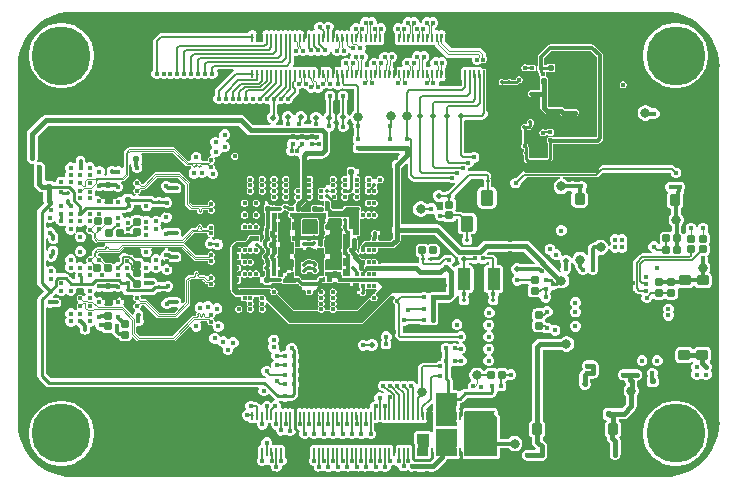
<source format=gbl>
G04*
G04 #@! TF.GenerationSoftware,Altium Limited,Altium Designer,22.8.2 (66)*
G04*
G04 Layer_Physical_Order=6*
G04 Layer_Color=16711680*
%FSAX25Y25*%
%MOIN*%
G70*
G04*
G04 #@! TF.SameCoordinates,F4A2C5FB-41C3-4025-BEE9-57CBDAA8531C*
G04*
G04*
G04 #@! TF.FilePolarity,Positive*
G04*
G01*
G75*
%ADD10C,0.00500*%
G04:AMPARAMS|DCode=15|XSize=37.4mil|YSize=33.47mil|CornerRadius=3.35mil|HoleSize=0mil|Usage=FLASHONLY|Rotation=270.000|XOffset=0mil|YOffset=0mil|HoleType=Round|Shape=RoundedRectangle|*
%AMROUNDEDRECTD15*
21,1,0.03740,0.02677,0,0,270.0*
21,1,0.03071,0.03347,0,0,270.0*
1,1,0.00669,-0.01339,-0.01535*
1,1,0.00669,-0.01339,0.01535*
1,1,0.00669,0.01339,0.01535*
1,1,0.00669,0.01339,-0.01535*
%
%ADD15ROUNDEDRECTD15*%
G04:AMPARAMS|DCode=19|XSize=23.62mil|YSize=23.62mil|CornerRadius=2.36mil|HoleSize=0mil|Usage=FLASHONLY|Rotation=270.000|XOffset=0mil|YOffset=0mil|HoleType=Round|Shape=RoundedRectangle|*
%AMROUNDEDRECTD19*
21,1,0.02362,0.01890,0,0,270.0*
21,1,0.01890,0.02362,0,0,270.0*
1,1,0.00472,-0.00945,-0.00945*
1,1,0.00472,-0.00945,0.00945*
1,1,0.00472,0.00945,0.00945*
1,1,0.00472,0.00945,-0.00945*
%
%ADD19ROUNDEDRECTD19*%
G04:AMPARAMS|DCode=20|XSize=37.4mil|YSize=33.47mil|CornerRadius=3.35mil|HoleSize=0mil|Usage=FLASHONLY|Rotation=180.000|XOffset=0mil|YOffset=0mil|HoleType=Round|Shape=RoundedRectangle|*
%AMROUNDEDRECTD20*
21,1,0.03740,0.02677,0,0,180.0*
21,1,0.03071,0.03347,0,0,180.0*
1,1,0.00669,-0.01535,0.01339*
1,1,0.00669,0.01535,0.01339*
1,1,0.00669,0.01535,-0.01339*
1,1,0.00669,-0.01535,-0.01339*
%
%ADD20ROUNDEDRECTD20*%
G04:AMPARAMS|DCode=23|XSize=20mil|YSize=20mil|CornerRadius=2mil|HoleSize=0mil|Usage=FLASHONLY|Rotation=0.000|XOffset=0mil|YOffset=0mil|HoleType=Round|Shape=RoundedRectangle|*
%AMROUNDEDRECTD23*
21,1,0.02000,0.01600,0,0,0.0*
21,1,0.01600,0.02000,0,0,0.0*
1,1,0.00400,0.00800,-0.00800*
1,1,0.00400,-0.00800,-0.00800*
1,1,0.00400,-0.00800,0.00800*
1,1,0.00400,0.00800,0.00800*
%
%ADD23ROUNDEDRECTD23*%
G04:AMPARAMS|DCode=24|XSize=20mil|YSize=20mil|CornerRadius=2mil|HoleSize=0mil|Usage=FLASHONLY|Rotation=270.000|XOffset=0mil|YOffset=0mil|HoleType=Round|Shape=RoundedRectangle|*
%AMROUNDEDRECTD24*
21,1,0.02000,0.01600,0,0,270.0*
21,1,0.01600,0.02000,0,0,270.0*
1,1,0.00400,-0.00800,-0.00800*
1,1,0.00400,-0.00800,0.00800*
1,1,0.00400,0.00800,0.00800*
1,1,0.00400,0.00800,-0.00800*
%
%ADD24ROUNDEDRECTD24*%
G04:AMPARAMS|DCode=25|XSize=12.01mil|YSize=12.01mil|CornerRadius=1.2mil|HoleSize=0mil|Usage=FLASHONLY|Rotation=270.000|XOffset=0mil|YOffset=0mil|HoleType=Round|Shape=RoundedRectangle|*
%AMROUNDEDRECTD25*
21,1,0.01201,0.00961,0,0,270.0*
21,1,0.00961,0.01201,0,0,270.0*
1,1,0.00240,-0.00480,-0.00480*
1,1,0.00240,-0.00480,0.00480*
1,1,0.00240,0.00480,0.00480*
1,1,0.00240,0.00480,-0.00480*
%
%ADD25ROUNDEDRECTD25*%
G04:AMPARAMS|DCode=27|XSize=12.01mil|YSize=12.01mil|CornerRadius=1.2mil|HoleSize=0mil|Usage=FLASHONLY|Rotation=180.000|XOffset=0mil|YOffset=0mil|HoleType=Round|Shape=RoundedRectangle|*
%AMROUNDEDRECTD27*
21,1,0.01201,0.00961,0,0,180.0*
21,1,0.00961,0.01201,0,0,180.0*
1,1,0.00240,-0.00480,0.00480*
1,1,0.00240,0.00480,0.00480*
1,1,0.00240,0.00480,-0.00480*
1,1,0.00240,-0.00480,-0.00480*
%
%ADD27ROUNDEDRECTD27*%
%ADD31C,0.01575*%
%ADD55C,0.00461*%
%ADD56C,0.01968*%
%ADD57C,0.00335*%
%ADD58C,0.00472*%
%ADD59C,0.01000*%
%ADD60C,0.00339*%
%ADD61C,0.01181*%
%ADD70C,0.19685*%
%ADD71C,0.01598*%
%ADD72C,0.00319*%
G04:AMPARAMS|DCode=75|XSize=7.87mil|YSize=27.56mil|CornerRadius=0.79mil|HoleSize=0mil|Usage=FLASHONLY|Rotation=0.000|XOffset=0mil|YOffset=0mil|HoleType=Round|Shape=RoundedRectangle|*
%AMROUNDEDRECTD75*
21,1,0.00787,0.02598,0,0,0.0*
21,1,0.00630,0.02756,0,0,0.0*
1,1,0.00158,0.00315,-0.01299*
1,1,0.00158,-0.00315,-0.01299*
1,1,0.00158,-0.00315,0.01299*
1,1,0.00158,0.00315,0.01299*
%
%ADD75ROUNDEDRECTD75*%
G04:AMPARAMS|DCode=76|XSize=13.78mil|YSize=13.78mil|CornerRadius=1.38mil|HoleSize=0mil|Usage=FLASHONLY|Rotation=90.000|XOffset=0mil|YOffset=0mil|HoleType=Round|Shape=RoundedRectangle|*
%AMROUNDEDRECTD76*
21,1,0.01378,0.01102,0,0,90.0*
21,1,0.01102,0.01378,0,0,90.0*
1,1,0.00276,0.00551,0.00551*
1,1,0.00276,0.00551,-0.00551*
1,1,0.00276,-0.00551,-0.00551*
1,1,0.00276,-0.00551,0.00551*
%
%ADD76ROUNDEDRECTD76*%
G04:AMPARAMS|DCode=77|XSize=13.78mil|YSize=13.78mil|CornerRadius=1.38mil|HoleSize=0mil|Usage=FLASHONLY|Rotation=0.000|XOffset=0mil|YOffset=0mil|HoleType=Round|Shape=RoundedRectangle|*
%AMROUNDEDRECTD77*
21,1,0.01378,0.01102,0,0,0.0*
21,1,0.01102,0.01378,0,0,0.0*
1,1,0.00276,0.00551,-0.00551*
1,1,0.00276,-0.00551,-0.00551*
1,1,0.00276,-0.00551,0.00551*
1,1,0.00276,0.00551,0.00551*
%
%ADD77ROUNDEDRECTD77*%
G04:AMPARAMS|DCode=78|XSize=23.62mil|YSize=23.62mil|CornerRadius=2.36mil|HoleSize=0mil|Usage=FLASHONLY|Rotation=180.000|XOffset=0mil|YOffset=0mil|HoleType=Round|Shape=RoundedRectangle|*
%AMROUNDEDRECTD78*
21,1,0.02362,0.01890,0,0,180.0*
21,1,0.01890,0.02362,0,0,180.0*
1,1,0.00472,-0.00945,0.00945*
1,1,0.00472,0.00945,0.00945*
1,1,0.00472,0.00945,-0.00945*
1,1,0.00472,-0.00945,-0.00945*
%
%ADD78ROUNDEDRECTD78*%
%ADD79C,0.03150*%
G04:AMPARAMS|DCode=80|XSize=42.91mil|YSize=50.79mil|CornerRadius=4.29mil|HoleSize=0mil|Usage=FLASHONLY|Rotation=0.000|XOffset=0mil|YOffset=0mil|HoleType=Round|Shape=RoundedRectangle|*
%AMROUNDEDRECTD80*
21,1,0.04291,0.04221,0,0,0.0*
21,1,0.03433,0.05079,0,0,0.0*
1,1,0.00858,0.01717,-0.02110*
1,1,0.00858,-0.01717,-0.02110*
1,1,0.00858,-0.01717,0.02110*
1,1,0.00858,0.01717,0.02110*
%
%ADD80ROUNDEDRECTD80*%
G04:AMPARAMS|DCode=81|XSize=43.31mil|YSize=74.8mil|CornerRadius=4.33mil|HoleSize=0mil|Usage=FLASHONLY|Rotation=180.000|XOffset=0mil|YOffset=0mil|HoleType=Round|Shape=RoundedRectangle|*
%AMROUNDEDRECTD81*
21,1,0.04331,0.06614,0,0,180.0*
21,1,0.03465,0.07480,0,0,180.0*
1,1,0.00866,-0.01732,0.03307*
1,1,0.00866,0.01732,0.03307*
1,1,0.00866,0.01732,-0.03307*
1,1,0.00866,-0.01732,-0.03307*
%
%ADD81ROUNDEDRECTD81*%
%ADD82C,0.00509*%
%ADD83C,0.00787*%
G36*
X0604787Y0880819D02*
X0607170Y0880345D01*
X0609471Y0879564D01*
X0611650Y0878489D01*
X0613671Y0877139D01*
X0615498Y0875537D01*
X0617100Y0873710D01*
X0618450Y0871690D01*
X0619524Y0869510D01*
X0620306Y0867210D01*
X0620780Y0864826D01*
X0620936Y0862444D01*
X0620927Y0862402D01*
X0620927Y0744291D01*
X0620936Y0744249D01*
X0620780Y0741867D01*
X0620306Y0739483D01*
X0619524Y0737183D01*
X0618450Y0735003D01*
X0617100Y0732983D01*
X0615498Y0731156D01*
X0613671Y0729554D01*
X0611650Y0728204D01*
X0609471Y0727129D01*
X0607170Y0726348D01*
X0604787Y0725874D01*
X0602853Y0725747D01*
X0602362Y0725726D01*
X0602362Y0725726D01*
X0601862Y0725726D01*
X0406009Y0725726D01*
X0405512Y0725726D01*
X0405021Y0725747D01*
X0403087Y0725874D01*
X0400704Y0726348D01*
X0398403Y0727129D01*
X0396224Y0728204D01*
X0394203Y0729554D01*
X0392376Y0731156D01*
X0390774Y0732983D01*
X0389424Y0735003D01*
X0388350Y0737182D01*
X0387568Y0739483D01*
X0387094Y0741867D01*
X0386968Y0743800D01*
X0386947Y0744291D01*
X0386947Y0744291D01*
X0386947Y0744791D01*
X0386947Y0861905D01*
X0386947Y0861909D01*
X0386947Y0862402D01*
X0386968Y0862893D01*
X0387094Y0864826D01*
X0387568Y0867210D01*
X0388350Y0869510D01*
X0389424Y0871690D01*
X0390774Y0873710D01*
X0392376Y0875537D01*
X0394203Y0877139D01*
X0396224Y0878489D01*
X0398403Y0879564D01*
X0400704Y0880345D01*
X0403087Y0880819D01*
X0405469Y0880975D01*
X0405512Y0880967D01*
X0602362Y0880967D01*
X0602405Y0880975D01*
X0604787Y0880819D01*
D02*
G37*
%LPC*%
G36*
X0525757Y0879104D02*
X0525041D01*
X0524403Y0878839D01*
X0523765Y0879104D01*
X0523049D01*
X0522388Y0878830D01*
X0521882Y0878324D01*
X0521608Y0877662D01*
Y0877349D01*
X0521399Y0877231D01*
X0520899Y0877524D01*
Y0877662D01*
X0520625Y0878324D01*
X0520119Y0878830D01*
X0519458Y0879104D01*
X0518742D01*
X0518104Y0878839D01*
X0517466Y0879104D01*
X0516750D01*
X0516088Y0878830D01*
X0515582Y0878324D01*
X0515309Y0877662D01*
Y0877083D01*
X0514874Y0876849D01*
X0514258Y0877104D01*
X0513542D01*
X0512881Y0876830D01*
X0512374Y0876324D01*
X0512101Y0875663D01*
Y0874947D01*
X0512374Y0874286D01*
X0512717Y0873943D01*
X0512649Y0873602D01*
Y0871004D01*
X0512733Y0870583D01*
X0512971Y0870226D01*
X0513328Y0869988D01*
X0513749Y0869904D01*
X0514379D01*
X0514799Y0869988D01*
X0514851Y0870022D01*
X0514903Y0869988D01*
X0515323Y0869904D01*
X0515953D01*
X0516374Y0869988D01*
X0516426Y0870022D01*
X0516477Y0869988D01*
X0516898Y0869904D01*
X0517528D01*
X0517949Y0869988D01*
X0518001Y0870022D01*
X0518052Y0869988D01*
X0518473Y0869904D01*
X0519103D01*
X0519524Y0869988D01*
X0519575Y0870022D01*
X0519627Y0869988D01*
X0520048Y0869904D01*
X0520678D01*
X0521099Y0869988D01*
X0521150Y0870022D01*
X0521202Y0869988D01*
X0521623Y0869904D01*
X0522253D01*
X0522674Y0869988D01*
X0522725Y0870022D01*
X0522777Y0869988D01*
X0523198Y0869904D01*
X0523827D01*
X0524248Y0869988D01*
X0524300Y0870022D01*
X0524351Y0869988D01*
X0524772Y0869904D01*
X0525402D01*
X0525823Y0869988D01*
X0525886Y0869961D01*
X0525940Y0869694D01*
X0526211Y0869287D01*
X0529621Y0865878D01*
X0530027Y0865606D01*
X0530508Y0865510D01*
X0538337D01*
X0538435Y0865362D01*
Y0864647D01*
X0538709Y0863986D01*
X0539215Y0863479D01*
X0539877Y0863205D01*
X0540592D01*
X0541254Y0863479D01*
X0541704Y0863930D01*
X0541989Y0863812D01*
X0542464D01*
X0542902Y0863993D01*
X0543238Y0864329D01*
X0543420Y0864767D01*
Y0864999D01*
X0543481Y0865308D01*
X0543386Y0865788D01*
X0543114Y0866195D01*
X0542946Y0866363D01*
Y0866876D01*
X0542850Y0867356D01*
X0542578Y0867763D01*
X0541769Y0868573D01*
X0541362Y0868845D01*
X0540882Y0868940D01*
X0531409D01*
X0529601Y0870748D01*
X0529652Y0871004D01*
Y0873602D01*
X0529568Y0874023D01*
X0529330Y0874380D01*
X0528973Y0874618D01*
X0528552Y0874702D01*
X0527922D01*
X0527501Y0874618D01*
X0527450Y0874584D01*
X0527398Y0874618D01*
X0526977Y0874702D01*
X0526347D01*
X0526118Y0875166D01*
Y0875655D01*
X0526418Y0875779D01*
X0526924Y0876285D01*
X0527198Y0876947D01*
Y0877662D01*
X0526924Y0878324D01*
X0526418Y0878830D01*
X0525757Y0879104D01*
D02*
G37*
G36*
X0505285D02*
X0504569D01*
X0503931Y0878839D01*
X0503292Y0879104D01*
X0502577D01*
X0501915Y0878830D01*
X0501409Y0878324D01*
X0501135Y0877662D01*
Y0877083D01*
X0500701Y0876849D01*
X0500084Y0877104D01*
X0499369D01*
X0498707Y0876830D01*
X0498201Y0876324D01*
X0497927Y0875663D01*
Y0874947D01*
X0497580Y0874618D01*
X0497528Y0874584D01*
X0497477Y0874618D01*
X0497056Y0874702D01*
X0496426D01*
X0496005Y0874618D01*
X0495953Y0874584D01*
X0495902Y0874618D01*
X0495481Y0874702D01*
X0494851D01*
X0494430Y0874618D01*
X0494379Y0874584D01*
X0494327Y0874618D01*
X0493906Y0874702D01*
X0493276D01*
X0492855Y0874618D01*
X0492642Y0874476D01*
X0492193Y0874584D01*
X0492083Y0874658D01*
X0492052Y0874785D01*
X0492055Y0874794D01*
X0492326Y0875447D01*
Y0876163D01*
X0492052Y0876824D01*
X0491546Y0877330D01*
X0490884Y0877604D01*
X0490169D01*
X0489507Y0877330D01*
X0489077Y0876899D01*
X0488746Y0877230D01*
X0488085Y0877504D01*
X0487369D01*
X0486707Y0877230D01*
X0486201Y0876724D01*
X0485927Y0876062D01*
Y0875347D01*
X0485987Y0875202D01*
X0485653Y0874702D01*
X0485402D01*
X0484981Y0874618D01*
X0484930Y0874584D01*
X0484878Y0874618D01*
X0484457Y0874702D01*
X0483827D01*
X0483406Y0874618D01*
X0483050Y0874380D01*
X0482829Y0874049D01*
X0482637Y0874023D01*
X0482498D01*
X0482307Y0874049D01*
X0482086Y0874380D01*
X0481729Y0874618D01*
X0481308Y0874702D01*
X0480678D01*
X0480257Y0874618D01*
X0480205Y0874584D01*
X0480154Y0874618D01*
X0479733Y0874702D01*
X0479103D01*
X0478682Y0874618D01*
X0478631Y0874584D01*
X0478579Y0874618D01*
X0478158Y0874702D01*
X0477528D01*
X0477107Y0874618D01*
X0477056Y0874584D01*
X0477004Y0874618D01*
X0476583Y0874702D01*
X0475953D01*
X0475532Y0874618D01*
X0475481Y0874584D01*
X0475429Y0874618D01*
X0475008Y0874702D01*
X0474379D01*
X0473958Y0874618D01*
X0473906Y0874584D01*
X0473855Y0874618D01*
X0473434Y0874702D01*
X0472804D01*
X0472383Y0874618D01*
X0472331Y0874584D01*
X0472280Y0874618D01*
X0471859Y0874702D01*
X0471229D01*
X0470808Y0874618D01*
X0470756Y0874584D01*
X0470705Y0874618D01*
X0470284Y0874702D01*
X0469654D01*
X0469233Y0874618D01*
X0468877Y0874380D01*
X0468638Y0874023D01*
X0468554Y0873602D01*
Y0871004D01*
X0468370Y0870779D01*
X0466844D01*
X0466660Y0871004D01*
Y0873602D01*
X0466576Y0874023D01*
X0466337Y0874380D01*
X0465981Y0874618D01*
X0465560Y0874702D01*
X0464930D01*
X0464509Y0874618D01*
X0464152Y0874380D01*
X0463914Y0874023D01*
X0463845Y0873676D01*
X0434623D01*
X0434136Y0873579D01*
X0433722Y0873303D01*
X0432425Y0872006D01*
X0432149Y0871592D01*
X0432052Y0871105D01*
Y0861575D01*
X0431801Y0861324D01*
X0431527Y0860662D01*
Y0859947D01*
X0431801Y0859286D01*
X0432307Y0858779D01*
X0432969Y0858505D01*
X0433684D01*
X0434346Y0858779D01*
X0434477Y0858910D01*
X0434607Y0858779D01*
X0435269Y0858505D01*
X0435985D01*
X0436646Y0858779D01*
X0436777Y0858910D01*
X0436907Y0858779D01*
X0437569Y0858505D01*
X0438284D01*
X0438946Y0858779D01*
X0439077Y0858910D01*
X0439207Y0858779D01*
X0439869Y0858505D01*
X0440585D01*
X0441246Y0858779D01*
X0441377Y0858910D01*
X0441507Y0858779D01*
X0442169Y0858505D01*
X0442884D01*
X0443546Y0858779D01*
X0443677Y0858910D01*
X0443807Y0858779D01*
X0444469Y0858505D01*
X0445185D01*
X0445846Y0858779D01*
X0445977Y0858910D01*
X0446096Y0858791D01*
X0446757Y0858517D01*
X0447473D01*
X0448134Y0858791D01*
X0448265Y0858922D01*
X0448407Y0858779D01*
X0449069Y0858505D01*
X0449785D01*
X0450446Y0858779D01*
X0450627Y0858960D01*
X0450807Y0858779D01*
X0451469Y0858505D01*
X0452184D01*
X0452846Y0858779D01*
X0453352Y0859286D01*
X0453626Y0859947D01*
Y0860662D01*
X0453391Y0861230D01*
X0453530Y0861564D01*
X0453653Y0861730D01*
X0458824D01*
X0458976Y0861230D01*
X0458896Y0861177D01*
X0453125Y0855406D01*
X0452849Y0854992D01*
X0452752Y0854505D01*
Y0853175D01*
X0452501Y0852924D01*
X0452227Y0852262D01*
Y0851547D01*
X0452501Y0850885D01*
X0453007Y0850379D01*
X0453669Y0850105D01*
X0454385D01*
X0455046Y0850379D01*
X0455177Y0850510D01*
X0455307Y0850379D01*
X0455969Y0850105D01*
X0456684D01*
X0457346Y0850379D01*
X0457477Y0850510D01*
X0457607Y0850379D01*
X0458269Y0850105D01*
X0458985D01*
X0459646Y0850379D01*
X0459777Y0850510D01*
X0459907Y0850379D01*
X0460569Y0850105D01*
X0461284D01*
X0461946Y0850379D01*
X0462077Y0850510D01*
X0462207Y0850379D01*
X0462869Y0850105D01*
X0463585D01*
X0464246Y0850379D01*
X0464377Y0850510D01*
X0464507Y0850379D01*
X0465169Y0850105D01*
X0465884D01*
X0466546Y0850379D01*
X0466677Y0850510D01*
X0466807Y0850379D01*
X0467469Y0850105D01*
X0468185D01*
X0468846Y0850379D01*
X0468977Y0850510D01*
X0469107Y0850379D01*
X0469769Y0850105D01*
X0470484D01*
X0470586Y0850148D01*
X0471002Y0849870D01*
Y0847186D01*
X0470544Y0846729D01*
X0470242Y0845999D01*
Y0845210D01*
X0470544Y0844481D01*
X0471103Y0843923D01*
X0471325Y0843830D01*
X0471226Y0843330D01*
X0465372D01*
X0462706Y0845996D01*
X0462115Y0846391D01*
X0461417Y0846530D01*
X0461417Y0846530D01*
X0396349D01*
X0396349Y0846530D01*
X0395651Y0846391D01*
X0395060Y0845996D01*
X0395060Y0845996D01*
X0390538Y0841474D01*
X0390143Y0840883D01*
X0390004Y0840186D01*
X0390004Y0840186D01*
Y0832105D01*
X0390027Y0831988D01*
Y0831747D01*
X0390120Y0831524D01*
X0390143Y0831407D01*
X0390209Y0831308D01*
X0390301Y0831085D01*
X0390472Y0830915D01*
X0390538Y0830816D01*
X0390637Y0830750D01*
X0390807Y0830579D01*
X0391030Y0830487D01*
X0391129Y0830421D01*
X0391246Y0830398D01*
X0391469Y0830305D01*
X0391710D01*
X0391827Y0830282D01*
X0391943Y0830305D01*
X0392184D01*
X0392294Y0830351D01*
X0392559Y0830133D01*
X0392660Y0829956D01*
X0392644Y0829917D01*
X0392578Y0829818D01*
X0392554Y0829701D01*
X0392462Y0829478D01*
Y0829237D01*
X0392439Y0829120D01*
Y0823543D01*
X0392439Y0823543D01*
X0392578Y0822845D01*
X0392973Y0822254D01*
X0393895Y0821332D01*
X0393895Y0821332D01*
X0394486Y0820937D01*
X0395184Y0820798D01*
X0395539D01*
Y0817827D01*
X0395678Y0817129D01*
X0395690Y0817111D01*
X0393880Y0815302D01*
X0393548Y0814806D01*
X0393432Y0814220D01*
Y0790620D01*
X0393548Y0790035D01*
X0393880Y0789539D01*
X0395648Y0787770D01*
X0393980Y0786102D01*
X0393648Y0785606D01*
X0393532Y0785020D01*
Y0759620D01*
X0393648Y0759035D01*
X0393980Y0758539D01*
X0396380Y0756139D01*
X0396876Y0755807D01*
X0397461Y0755691D01*
X0466988D01*
X0467322Y0755191D01*
X0467227Y0754962D01*
Y0754247D01*
X0467501Y0753585D01*
X0468007Y0753079D01*
X0468669Y0752805D01*
X0469384D01*
X0470046Y0753079D01*
X0470552Y0753585D01*
X0470703Y0753616D01*
X0472596Y0751723D01*
X0472624Y0751704D01*
X0472473Y0751204D01*
X0472469D01*
X0471807Y0750930D01*
X0471477Y0750599D01*
X0471146Y0750930D01*
X0470484Y0751204D01*
X0469769D01*
X0469107Y0750930D01*
X0468601Y0750424D01*
X0468389Y0749912D01*
X0467926Y0749810D01*
X0467851Y0749819D01*
X0467721Y0750013D01*
X0467428Y0750306D01*
X0467014Y0750582D01*
X0466527Y0750679D01*
X0465920D01*
X0465638Y0750962D01*
X0464976Y0751236D01*
X0464261D01*
X0463599Y0750962D01*
X0463093Y0750456D01*
X0462819Y0749794D01*
Y0749079D01*
X0463003Y0748635D01*
X0463089Y0748412D01*
X0462766Y0748037D01*
X0462507Y0747930D01*
X0462001Y0747424D01*
X0461727Y0746763D01*
Y0746047D01*
X0462001Y0745386D01*
X0462507Y0744879D01*
X0463169Y0744605D01*
X0463884D01*
X0463894Y0744609D01*
X0463914Y0744599D01*
X0464152Y0744242D01*
X0464509Y0744003D01*
X0464930Y0743920D01*
X0465560D01*
X0465981Y0744003D01*
X0466032Y0744038D01*
X0466084Y0744003D01*
X0466271Y0743966D01*
X0466727Y0743762D01*
Y0743047D01*
X0467001Y0742385D01*
X0467507Y0741879D01*
X0468169Y0741605D01*
X0468885D01*
X0469546Y0741879D01*
X0470052Y0742385D01*
X0470326Y0743047D01*
Y0743762D01*
X0470705Y0744003D01*
X0470756Y0744038D01*
X0470808Y0744003D01*
X0470972Y0743971D01*
X0471427Y0743762D01*
Y0743047D01*
X0471701Y0742385D01*
X0472207Y0741879D01*
X0472869Y0741605D01*
X0473004D01*
Y0741047D01*
X0473278Y0740385D01*
X0473784Y0739879D01*
X0474445Y0739605D01*
X0475161D01*
X0475822Y0739879D01*
X0476240Y0740297D01*
X0476309Y0740284D01*
X0476815Y0739778D01*
X0477477Y0739504D01*
X0478193D01*
X0478854Y0739778D01*
X0479360Y0740284D01*
X0479634Y0740945D01*
Y0741634D01*
X0479709Y0741701D01*
X0480077Y0741897D01*
X0480095Y0741879D01*
X0480724Y0741619D01*
X0480766Y0741585D01*
X0481011Y0741105D01*
X0480827Y0740662D01*
Y0739947D01*
X0481101Y0739286D01*
X0481607Y0738779D01*
X0482269Y0738505D01*
X0482984D01*
X0483646Y0738779D01*
X0483900Y0739034D01*
X0484227Y0739239D01*
X0484553Y0739034D01*
X0484808Y0738779D01*
X0485469Y0738505D01*
X0486185D01*
X0486846Y0738779D01*
X0487075Y0739008D01*
X0487402Y0739249D01*
X0487728Y0739008D01*
X0487957Y0738779D01*
X0488619Y0738505D01*
X0489334D01*
X0489996Y0738779D01*
X0490225Y0739008D01*
X0490551Y0739249D01*
X0490878Y0739008D01*
X0491107Y0738779D01*
X0491768Y0738505D01*
X0492484D01*
X0493145Y0738779D01*
X0493374Y0739008D01*
X0493701Y0739249D01*
X0494027Y0739008D01*
X0494256Y0738779D01*
X0494918Y0738505D01*
X0495634D01*
X0496295Y0738779D01*
X0496524Y0739008D01*
X0496850Y0739249D01*
X0497177Y0739008D01*
X0497406Y0738779D01*
X0498067Y0738505D01*
X0498783D01*
X0499444Y0738779D01*
X0499673Y0739008D01*
X0500000Y0739249D01*
X0500327Y0739008D01*
X0500556Y0738779D01*
X0501217Y0738505D01*
X0501933D01*
X0502594Y0738779D01*
X0502789Y0738975D01*
X0503116Y0739271D01*
X0503442Y0738975D01*
X0503638Y0738779D01*
X0504299Y0738505D01*
X0505015D01*
X0505676Y0738779D01*
X0506182Y0739286D01*
X0506456Y0739947D01*
Y0740662D01*
X0506182Y0741324D01*
X0505889Y0741617D01*
Y0743920D01*
X0506505D01*
X0506925Y0744003D01*
X0506977Y0744038D01*
X0507029Y0744003D01*
X0507449Y0743920D01*
X0508079D01*
X0508500Y0744003D01*
X0508552Y0744038D01*
X0508603Y0744003D01*
X0509024Y0743920D01*
X0509654D01*
X0510075Y0744003D01*
X0510127Y0744038D01*
X0510178Y0744003D01*
X0510599Y0743920D01*
X0511229D01*
X0511650Y0744003D01*
X0511701Y0744038D01*
X0511753Y0744003D01*
X0512174Y0743920D01*
X0512804D01*
X0513225Y0744003D01*
X0513276Y0744038D01*
X0513328Y0744003D01*
X0513749Y0743920D01*
X0514379D01*
X0514799Y0744003D01*
X0514851Y0744038D01*
X0514903Y0744003D01*
X0515323Y0743920D01*
X0515953D01*
X0516374Y0744003D01*
X0516426Y0744038D01*
X0516477Y0744003D01*
X0516898Y0743920D01*
X0517528D01*
X0517949Y0744003D01*
X0518001Y0744038D01*
X0518052Y0744003D01*
X0518473Y0743920D01*
X0519103D01*
X0519524Y0744003D01*
X0519575Y0744038D01*
X0519627Y0744003D01*
X0520048Y0743920D01*
X0520678D01*
X0521099Y0744003D01*
X0521150Y0744038D01*
X0521202Y0744003D01*
X0521623Y0743920D01*
X0522253D01*
X0522674Y0744003D01*
X0523030Y0744242D01*
X0523269Y0744599D01*
X0523352Y0745020D01*
Y0747618D01*
X0523269Y0748039D01*
X0523192Y0748154D01*
Y0748580D01*
X0524845Y0750233D01*
X0525307Y0750042D01*
Y0748176D01*
X0525327Y0748078D01*
Y0748017D01*
X0525247Y0747618D01*
Y0745020D01*
X0525327Y0744621D01*
Y0744560D01*
X0525307Y0744461D01*
Y0742724D01*
X0525385Y0742334D01*
X0525464Y0742214D01*
X0525385Y0742095D01*
X0525307Y0741705D01*
Y0741138D01*
X0525007Y0741000D01*
X0524807Y0740953D01*
X0524517Y0741147D01*
X0524127Y0741224D01*
X0521877D01*
X0521685Y0741304D01*
X0520969D01*
X0520777Y0741224D01*
X0520027D01*
X0519636Y0741147D01*
X0519306Y0740926D01*
X0519085Y0740595D01*
X0519007Y0740205D01*
Y0737583D01*
X0519027Y0737485D01*
Y0737384D01*
X0519065Y0737291D01*
X0519085Y0737193D01*
X0519140Y0737110D01*
X0519179Y0737017D01*
X0519241Y0736924D01*
X0519298Y0736636D01*
Y0736288D01*
X0519270Y0736270D01*
X0519049Y0735939D01*
X0518858Y0735913D01*
X0518718D01*
X0518527Y0735939D01*
X0518306Y0736270D01*
X0517949Y0736508D01*
X0517528Y0736592D01*
X0516898D01*
X0516477Y0736508D01*
X0516426Y0736474D01*
X0516374Y0736508D01*
X0515953Y0736592D01*
X0515323D01*
X0514903Y0736508D01*
X0514851Y0736474D01*
X0514799Y0736508D01*
X0514379Y0736592D01*
X0513749D01*
X0513328Y0736508D01*
X0512971Y0736270D01*
X0512750Y0735939D01*
X0512559Y0735913D01*
X0512419D01*
X0512228Y0735939D01*
X0512007Y0736270D01*
X0511650Y0736508D01*
X0511229Y0736592D01*
X0510599D01*
X0510178Y0736508D01*
X0510127Y0736474D01*
X0510075Y0736508D01*
X0509654Y0736592D01*
X0509024D01*
X0508603Y0736508D01*
X0508552Y0736474D01*
X0508500Y0736508D01*
X0508079Y0736592D01*
X0507449D01*
X0507029Y0736508D01*
X0506977Y0736474D01*
X0506925Y0736508D01*
X0506505Y0736592D01*
X0505875D01*
X0505454Y0736508D01*
X0505402Y0736474D01*
X0505351Y0736508D01*
X0504930Y0736592D01*
X0504300D01*
X0503879Y0736508D01*
X0503827Y0736474D01*
X0503776Y0736508D01*
X0503355Y0736592D01*
X0502725D01*
X0502304Y0736508D01*
X0502253Y0736474D01*
X0502201Y0736508D01*
X0501780Y0736592D01*
X0501150D01*
X0500729Y0736508D01*
X0500678Y0736474D01*
X0500626Y0736508D01*
X0500205Y0736592D01*
X0499575D01*
X0499155Y0736508D01*
X0499103Y0736474D01*
X0499052Y0736508D01*
X0498631Y0736592D01*
X0498001D01*
X0497580Y0736508D01*
X0497528Y0736474D01*
X0497477Y0736508D01*
X0497056Y0736592D01*
X0496426D01*
X0496005Y0736508D01*
X0495953Y0736474D01*
X0495902Y0736508D01*
X0495481Y0736592D01*
X0494851D01*
X0494430Y0736508D01*
X0494379Y0736474D01*
X0494327Y0736508D01*
X0493906Y0736592D01*
X0493276D01*
X0492855Y0736508D01*
X0492804Y0736474D01*
X0492752Y0736508D01*
X0492331Y0736592D01*
X0491701D01*
X0491281Y0736508D01*
X0491229Y0736474D01*
X0491177Y0736508D01*
X0490757Y0736592D01*
X0490127D01*
X0489706Y0736508D01*
X0489654Y0736474D01*
X0489603Y0736508D01*
X0489182Y0736592D01*
X0488552D01*
X0488131Y0736508D01*
X0488079Y0736474D01*
X0488028Y0736508D01*
X0487607Y0736592D01*
X0486977D01*
X0486556Y0736508D01*
X0486505Y0736474D01*
X0486453Y0736508D01*
X0486032Y0736592D01*
X0485402D01*
X0484981Y0736508D01*
X0484624Y0736270D01*
X0484386Y0735913D01*
X0484302Y0735492D01*
Y0732894D01*
X0484386Y0732473D01*
X0484421Y0732420D01*
X0484300Y0732298D01*
X0484026Y0731636D01*
Y0730921D01*
X0484300Y0730260D01*
X0484806Y0729753D01*
X0485467Y0729479D01*
X0485627D01*
Y0728947D01*
X0485901Y0728286D01*
X0486407Y0727779D01*
X0487069Y0727505D01*
X0487784D01*
X0488446Y0727779D01*
X0488675Y0728008D01*
X0489001Y0728249D01*
X0489328Y0728008D01*
X0489557Y0727779D01*
X0490218Y0727505D01*
X0490934D01*
X0491595Y0727779D01*
X0491824Y0728008D01*
X0492151Y0728249D01*
X0492478Y0728008D01*
X0492707Y0727779D01*
X0493368Y0727505D01*
X0494084D01*
X0494745Y0727779D01*
X0494974Y0728008D01*
X0495301Y0728249D01*
X0495627Y0728008D01*
X0495856Y0727779D01*
X0496518Y0727505D01*
X0497233D01*
X0497895Y0727779D01*
X0498124Y0728008D01*
X0498450Y0728249D01*
X0498777Y0728008D01*
X0499006Y0727779D01*
X0499667Y0727505D01*
X0500383D01*
X0501044Y0727779D01*
X0501273Y0728008D01*
X0501600Y0728249D01*
X0501927Y0728008D01*
X0502155Y0727779D01*
X0502817Y0727505D01*
X0503533D01*
X0504194Y0727779D01*
X0504423Y0728008D01*
X0504749Y0728249D01*
X0505076Y0728008D01*
X0505305Y0727779D01*
X0505966Y0727505D01*
X0506682D01*
X0507343Y0727779D01*
X0507572Y0728008D01*
X0507899Y0728249D01*
X0508226Y0728008D01*
X0508455Y0727779D01*
X0509116Y0727505D01*
X0509832D01*
X0510493Y0727779D01*
X0510999Y0728286D01*
X0511273Y0728947D01*
Y0729479D01*
X0511380D01*
X0512041Y0729753D01*
X0512104Y0729817D01*
X0512788Y0729793D01*
X0512998Y0729583D01*
X0513659Y0729309D01*
X0513839D01*
Y0729150D01*
X0514113Y0728489D01*
X0514619Y0727983D01*
X0515280Y0727709D01*
X0515996D01*
X0516658Y0727983D01*
X0516815Y0728140D01*
X0517029Y0728119D01*
X0517620Y0727724D01*
X0518032Y0727642D01*
X0518113Y0727609D01*
X0518200D01*
X0518317Y0727585D01*
X0525330D01*
X0525330Y0727585D01*
X0526027Y0727724D01*
X0526618Y0728119D01*
X0529635Y0731136D01*
X0529635Y0731136D01*
X0530030Y0731727D01*
X0530043Y0731794D01*
X0530127D01*
X0530548Y0731877D01*
X0530559Y0731885D01*
X0530639D01*
X0530651Y0731877D01*
X0531072Y0731794D01*
X0531701D01*
X0532122Y0731877D01*
X0532134Y0731885D01*
X0532214D01*
X0532225Y0731877D01*
X0532646Y0731794D01*
X0533276D01*
X0533697Y0731877D01*
X0534054Y0732116D01*
X0534275Y0732447D01*
X0534467Y0732473D01*
X0534606D01*
X0534797Y0732447D01*
X0535018Y0732116D01*
X0535375Y0731877D01*
X0535796Y0731794D01*
X0536426D01*
X0536847Y0731877D01*
X0536858Y0731885D01*
X0536938D01*
X0536950Y0731877D01*
X0537371Y0731794D01*
X0538001D01*
X0538421Y0731877D01*
X0538433Y0731885D01*
X0538513D01*
X0538525Y0731877D01*
X0538945Y0731794D01*
X0539575D01*
X0539996Y0731877D01*
X0540008Y0731885D01*
X0540088D01*
X0540099Y0731877D01*
X0540520Y0731794D01*
X0541150D01*
X0541571Y0731877D01*
X0541582Y0731885D01*
X0541663D01*
X0541674Y0731877D01*
X0542095Y0731794D01*
X0542725D01*
X0543146Y0731877D01*
X0543157Y0731885D01*
X0546827D01*
X0547217Y0731963D01*
X0547548Y0732184D01*
X0547769Y0732514D01*
X0547846Y0732905D01*
Y0735383D01*
X0550607D01*
X0551046Y0734944D01*
X0551633Y0734605D01*
X0552288Y0734430D01*
X0552966D01*
X0553620Y0734605D01*
X0554208Y0734944D01*
X0554687Y0735424D01*
X0555026Y0736011D01*
X0555201Y0736666D01*
Y0737344D01*
X0555026Y0737998D01*
X0554687Y0738586D01*
X0554208Y0739065D01*
X0553620Y0739404D01*
X0552966Y0739579D01*
X0552288D01*
X0551633Y0739404D01*
X0551046Y0739065D01*
X0550607Y0738626D01*
X0547846D01*
Y0745730D01*
X0547769Y0746120D01*
X0547548Y0746451D01*
X0547337Y0746592D01*
X0547066Y0746863D01*
X0546947Y0747150D01*
Y0747509D01*
X0547006Y0747805D01*
X0546928Y0748195D01*
X0546707Y0748526D01*
X0546707Y0748526D01*
X0546376Y0748747D01*
X0545986Y0748824D01*
X0536184D01*
X0535793Y0748747D01*
X0535731Y0748705D01*
X0535375Y0748634D01*
X0535018Y0748396D01*
X0534946Y0748287D01*
X0534356Y0748215D01*
X0534144Y0748406D01*
Y0748718D01*
X0534202Y0749006D01*
X0534374Y0749265D01*
X0534413Y0749358D01*
X0534469Y0749441D01*
X0534488Y0749540D01*
X0534527Y0749632D01*
Y0749733D01*
X0534546Y0749831D01*
Y0750519D01*
X0534912Y0750592D01*
X0535408Y0750923D01*
X0536660Y0752175D01*
X0544663D01*
X0545248Y0752292D01*
X0545744Y0752623D01*
X0546330Y0753209D01*
X0546662Y0753705D01*
X0546733Y0754066D01*
X0546776Y0754130D01*
X0547154Y0754394D01*
X0547278Y0754428D01*
X0547453Y0754393D01*
X0548556D01*
X0549000Y0754482D01*
X0549376Y0754733D01*
X0549627Y0755110D01*
X0549716Y0755553D01*
Y0756656D01*
X0549627Y0757100D01*
X0549541Y0757229D01*
X0549752Y0757781D01*
X0549825Y0757795D01*
X0550234Y0758069D01*
X0550413Y0758336D01*
X0550969Y0758105D01*
X0551685D01*
X0552346Y0758379D01*
X0552852Y0758885D01*
X0553126Y0759547D01*
Y0760262D01*
X0552852Y0760924D01*
X0552346Y0761430D01*
X0551685Y0761704D01*
X0550969D01*
X0550413Y0761474D01*
X0550234Y0761741D01*
X0549825Y0762014D01*
X0549343Y0762110D01*
X0547453D01*
X0546971Y0762014D01*
X0546627Y0761784D01*
X0546282Y0762014D01*
X0545800Y0762110D01*
X0543910D01*
X0543428Y0762014D01*
X0543019Y0761741D01*
X0542746Y0761332D01*
X0542715Y0761179D01*
X0542248D01*
X0542187Y0761286D01*
X0541708Y0761765D01*
X0541120Y0762104D01*
X0540466Y0762279D01*
X0539788D01*
X0539133Y0762104D01*
X0538546Y0761765D01*
X0538066Y0761286D01*
X0537727Y0760699D01*
X0537552Y0760044D01*
Y0759366D01*
X0537727Y0758711D01*
X0538010Y0758221D01*
X0537937Y0757697D01*
X0537874Y0757609D01*
X0537392Y0757127D01*
X0537118Y0756466D01*
Y0755750D01*
X0537159Y0755650D01*
X0536882Y0755234D01*
X0536027D01*
X0535441Y0755118D01*
X0534945Y0754786D01*
X0534554Y0754395D01*
X0534247Y0754426D01*
X0533917Y0754647D01*
X0533527Y0754724D01*
X0531956D01*
Y0758016D01*
X0531840Y0758601D01*
X0531508Y0759097D01*
X0531369Y0759237D01*
Y0762584D01*
X0531869Y0762931D01*
X0532044Y0762896D01*
X0533146D01*
X0533590Y0762985D01*
X0533777Y0763110D01*
X0533807Y0763079D01*
X0534469Y0762805D01*
X0535184D01*
X0535846Y0763079D01*
X0536352Y0763586D01*
X0536626Y0764247D01*
Y0764962D01*
X0536352Y0765624D01*
X0535846Y0766130D01*
X0535303Y0766355D01*
X0535241Y0766791D01*
X0535253Y0766875D01*
X0535746Y0767079D01*
X0536252Y0767586D01*
X0536526Y0768247D01*
Y0768962D01*
X0536252Y0769624D01*
X0535746Y0770130D01*
X0535230Y0770343D01*
Y0770866D01*
X0535746Y0771079D01*
X0536252Y0771586D01*
X0536526Y0772247D01*
Y0772963D01*
X0536252Y0773624D01*
X0535746Y0774130D01*
X0535084Y0774404D01*
X0534369D01*
X0533707Y0774130D01*
X0533457Y0773879D01*
X0515392D01*
Y0776263D01*
X0515459Y0776309D01*
X0516175D01*
X0516836Y0776582D01*
X0517094Y0776840D01*
X0521151D01*
X0521212Y0776749D01*
X0521588Y0776497D01*
X0522032Y0776409D01*
X0523135D01*
X0523578Y0776497D01*
X0523955Y0776749D01*
X0523968D01*
X0524344Y0776497D01*
X0524788Y0776409D01*
X0525172D01*
X0525339Y0776376D01*
X0525506Y0776409D01*
X0525890D01*
X0526334Y0776497D01*
X0526711Y0776749D01*
X0526962Y0777125D01*
X0527050Y0777569D01*
Y0777639D01*
X0527162Y0778198D01*
Y0781820D01*
Y0783882D01*
X0530639D01*
X0530639Y0783882D01*
X0531336Y0784021D01*
X0531927Y0784416D01*
X0532850Y0785338D01*
X0532850Y0785338D01*
X0533245Y0785930D01*
X0533302Y0786219D01*
X0533868Y0786500D01*
X0533927Y0786471D01*
Y0786447D01*
X0534201Y0785785D01*
X0534261Y0785726D01*
X0534192Y0785622D01*
X0534105Y0785185D01*
Y0784224D01*
X0534192Y0783787D01*
X0534440Y0783417D01*
X0534810Y0783169D01*
X0535247Y0783082D01*
X0536208D01*
X0536645Y0783169D01*
X0537015Y0783417D01*
X0537263Y0783787D01*
X0537350Y0784224D01*
Y0785185D01*
X0537263Y0785622D01*
X0537193Y0785726D01*
X0537252Y0785785D01*
X0537526Y0786447D01*
Y0787036D01*
X0537538D01*
X0538097Y0787148D01*
X0538571Y0787464D01*
X0538888Y0787938D01*
X0538999Y0788498D01*
Y0795112D01*
X0538888Y0795671D01*
X0538571Y0796145D01*
X0538097Y0796462D01*
X0537538Y0796573D01*
X0537479D01*
X0537273Y0797073D01*
X0537486Y0797330D01*
X0537982D01*
X0538353Y0797082D01*
X0538798Y0796993D01*
X0539900D01*
X0540344Y0797082D01*
X0540720Y0797333D01*
X0540733D01*
X0541109Y0797082D01*
X0541553Y0796993D01*
X0542656D01*
X0543100Y0797082D01*
X0543476Y0797333D01*
X0543541Y0797430D01*
X0544251D01*
Y0796573D01*
X0543916D01*
X0543356Y0796462D01*
X0542882Y0796145D01*
X0542566Y0795671D01*
X0542454Y0795112D01*
Y0788498D01*
X0542566Y0787938D01*
X0542882Y0787464D01*
X0543356Y0787148D01*
X0543727Y0787074D01*
Y0786447D01*
X0544001Y0785785D01*
X0544060Y0785726D01*
X0543990Y0785622D01*
X0543903Y0785185D01*
Y0784224D01*
X0543990Y0783787D01*
X0544238Y0783417D01*
X0544608Y0783169D01*
X0545046Y0783082D01*
X0546006D01*
X0546443Y0783169D01*
X0546814Y0783417D01*
X0547061Y0783787D01*
X0547148Y0784224D01*
Y0785185D01*
X0547061Y0785622D01*
X0546992Y0785726D01*
X0547052Y0785785D01*
X0547326Y0786447D01*
Y0787036D01*
X0547380D01*
X0547939Y0787148D01*
X0548413Y0787464D01*
X0548730Y0787938D01*
X0548841Y0788498D01*
Y0795112D01*
X0548730Y0795671D01*
X0548413Y0796145D01*
X0547939Y0796462D01*
X0547380Y0796573D01*
X0546800D01*
Y0798412D01*
X0546703Y0798900D01*
X0546427Y0799313D01*
X0546134Y0799606D01*
X0545721Y0799882D01*
X0545233Y0799979D01*
X0543541D01*
X0543476Y0800076D01*
X0543444Y0800098D01*
X0543395Y0800595D01*
X0543782Y0800982D01*
X0551260D01*
X0551343Y0800966D01*
X0555688D01*
X0559363Y0797291D01*
X0559171Y0796830D01*
X0554702D01*
X0554641Y0796890D01*
X0553912Y0797192D01*
X0553123D01*
X0552393Y0796890D01*
X0551835Y0796332D01*
X0551533Y0795603D01*
Y0794813D01*
X0551835Y0794084D01*
X0552393Y0793526D01*
X0552508Y0793478D01*
Y0792937D01*
X0552498Y0792933D01*
X0551992Y0792427D01*
X0551718Y0791766D01*
Y0791050D01*
X0551992Y0790389D01*
X0552498Y0789883D01*
X0553159Y0789609D01*
X0553875D01*
X0554536Y0789883D01*
X0554787Y0790133D01*
X0557200D01*
X0557217Y0790049D01*
X0557447Y0789705D01*
X0557217Y0789360D01*
X0557121Y0788878D01*
Y0786988D01*
X0557217Y0786506D01*
X0557490Y0786097D01*
X0557899Y0785824D01*
X0558382Y0785728D01*
X0560272D01*
X0560727Y0785818D01*
X0560761Y0785820D01*
X0561227Y0785539D01*
Y0785447D01*
X0561501Y0784786D01*
X0562007Y0784279D01*
X0562669Y0784005D01*
X0563384D01*
X0564046Y0784279D01*
X0564552Y0784786D01*
X0564826Y0785447D01*
Y0786163D01*
X0564552Y0786824D01*
X0564398Y0787255D01*
X0564649Y0787632D01*
X0564706Y0787913D01*
X0565150Y0788270D01*
X0565865D01*
X0566527Y0788544D01*
X0566665Y0788682D01*
X0567109Y0788771D01*
X0567288Y0788890D01*
X0567888Y0788730D01*
X0568566D01*
X0569220Y0788905D01*
X0569808Y0789244D01*
X0570287Y0789724D01*
X0570626Y0790311D01*
X0570801Y0790966D01*
Y0791644D01*
X0570626Y0792299D01*
X0570287Y0792886D01*
X0570226Y0792947D01*
X0570355Y0793525D01*
X0570736Y0793682D01*
X0571243Y0794189D01*
X0571516Y0794850D01*
Y0795566D01*
X0571289Y0796115D01*
Y0796773D01*
X0571299Y0796784D01*
X0571513Y0797299D01*
X0571916Y0797308D01*
X0572046Y0797279D01*
X0572366Y0796724D01*
X0572846Y0796244D01*
X0572864Y0796234D01*
Y0795946D01*
X0572987Y0795325D01*
X0573339Y0794799D01*
X0573824Y0794314D01*
X0574001Y0793886D01*
X0574507Y0793379D01*
X0575169Y0793105D01*
X0575884D01*
X0576546Y0793379D01*
X0576850Y0793683D01*
X0577074Y0793876D01*
X0577503Y0793683D01*
X0577707Y0793479D01*
X0578369Y0793205D01*
X0579084D01*
X0579746Y0793479D01*
X0580252Y0793986D01*
X0580526Y0794647D01*
Y0795363D01*
X0580348Y0795791D01*
Y0799590D01*
X0580745Y0799895D01*
X0580988Y0799830D01*
X0581666D01*
X0582320Y0800005D01*
X0582908Y0800344D01*
X0583387Y0800824D01*
X0583726Y0801411D01*
X0583865Y0801931D01*
X0584380Y0801920D01*
X0584601Y0801385D01*
X0585107Y0800879D01*
X0585769Y0800605D01*
X0586484D01*
X0587146Y0800879D01*
X0587277Y0801010D01*
X0587407Y0800879D01*
X0588069Y0800605D01*
X0588785D01*
X0589446Y0800879D01*
X0589952Y0801385D01*
X0590226Y0802047D01*
Y0802763D01*
X0589952Y0803424D01*
X0589721Y0803655D01*
X0589952Y0803885D01*
X0590226Y0804547D01*
Y0805262D01*
X0589952Y0805924D01*
X0589446Y0806430D01*
X0588785Y0806704D01*
X0588069D01*
X0587407Y0806430D01*
X0587327Y0806349D01*
X0587146Y0806530D01*
X0586484Y0806804D01*
X0585769D01*
X0585107Y0806530D01*
X0584601Y0806024D01*
X0584327Y0805363D01*
Y0804647D01*
X0584601Y0803986D01*
X0584882Y0803705D01*
X0584601Y0803424D01*
X0584380Y0802890D01*
X0583865Y0802878D01*
X0583726Y0803399D01*
X0583387Y0803986D01*
X0582908Y0804465D01*
X0582320Y0804804D01*
X0581666Y0804979D01*
X0580988D01*
X0580333Y0804804D01*
X0579746Y0804465D01*
X0579307Y0804026D01*
X0579227D01*
X0578606Y0803903D01*
X0578080Y0803551D01*
X0577580Y0803051D01*
X0577228Y0802525D01*
X0577105Y0801905D01*
Y0799815D01*
X0576605Y0799681D01*
X0576487Y0799886D01*
X0576008Y0800365D01*
X0575420Y0800704D01*
X0574766Y0800879D01*
X0574088D01*
X0573433Y0800704D01*
X0572846Y0800365D01*
X0572366Y0799886D01*
X0572027Y0799298D01*
X0571910Y0798863D01*
X0571384Y0798828D01*
X0571299Y0799032D01*
X0570741Y0799590D01*
X0570012Y0799892D01*
X0569222D01*
X0568625Y0799645D01*
X0568243Y0799822D01*
X0568126Y0799930D01*
Y0800362D01*
X0567852Y0801024D01*
X0567346Y0801530D01*
X0566684Y0801804D01*
X0566226D01*
Y0802063D01*
X0565952Y0802724D01*
X0565446Y0803230D01*
X0564784Y0803504D01*
X0564069D01*
X0563407Y0803230D01*
X0562901Y0802724D01*
X0562627Y0802063D01*
Y0801347D01*
X0562901Y0800686D01*
X0563407Y0800179D01*
X0564069Y0799905D01*
X0564527D01*
Y0799647D01*
X0564801Y0798985D01*
X0565307Y0798479D01*
X0565969Y0798205D01*
X0566684D01*
X0567171Y0798407D01*
X0567187Y0798403D01*
X0567611Y0798128D01*
X0567633Y0798098D01*
Y0797513D01*
X0567935Y0796784D01*
X0568046Y0796673D01*
Y0795873D01*
X0567918Y0795566D01*
Y0794850D01*
X0568096Y0794419D01*
X0567672Y0794136D01*
X0557732Y0804077D01*
X0557140Y0804472D01*
X0556443Y0804611D01*
X0556443Y0804611D01*
X0551410D01*
X0551327Y0804627D01*
X0543027D01*
X0542329Y0804488D01*
X0541738Y0804093D01*
X0541738Y0804093D01*
X0540275Y0802630D01*
X0534872D01*
X0528006Y0809496D01*
X0527415Y0809892D01*
X0526717Y0810030D01*
X0526717Y0810030D01*
X0514631D01*
Y0828560D01*
X0514715Y0828616D01*
X0516452Y0830353D01*
X0516952Y0830146D01*
Y0826405D01*
X0517049Y0825917D01*
X0517325Y0825503D01*
X0518125Y0824703D01*
X0518539Y0824427D01*
X0519027Y0824330D01*
X0530357D01*
X0530607Y0824079D01*
X0531269Y0823805D01*
X0531985D01*
X0532554Y0824041D01*
X0532837Y0823617D01*
X0530551Y0821332D01*
X0530541D01*
X0529879Y0821058D01*
X0529744Y0820923D01*
X0528814D01*
X0528451Y0821287D01*
X0527721Y0821589D01*
X0526932D01*
X0526203Y0821287D01*
X0525644Y0820729D01*
X0525342Y0819999D01*
Y0819210D01*
X0525644Y0818481D01*
X0526203Y0817922D01*
X0526932Y0817620D01*
X0527721D01*
X0528168Y0817805D01*
X0528461Y0817622D01*
X0528621Y0817452D01*
Y0815631D01*
X0528717Y0815149D01*
X0528740Y0815115D01*
X0528409Y0814711D01*
X0528185Y0814804D01*
X0527469D01*
X0527154Y0814673D01*
X0526966Y0814794D01*
X0526726Y0815037D01*
Y0815662D01*
X0526452Y0816324D01*
X0525946Y0816830D01*
X0525284Y0817104D01*
X0524569D01*
X0523907Y0816830D01*
X0523387Y0816786D01*
X0522908Y0817265D01*
X0522320Y0817604D01*
X0521666Y0817779D01*
X0520988D01*
X0520333Y0817604D01*
X0519746Y0817265D01*
X0519266Y0816786D01*
X0518927Y0816199D01*
X0518752Y0815544D01*
Y0814866D01*
X0518927Y0814211D01*
X0519266Y0813624D01*
X0519746Y0813144D01*
X0520333Y0812805D01*
X0520988Y0812630D01*
X0521666D01*
X0522320Y0812805D01*
X0522908Y0813144D01*
X0523387Y0813624D01*
X0523907Y0813779D01*
X0524569Y0813505D01*
X0525284D01*
X0525599Y0813636D01*
X0525788Y0813516D01*
X0526027Y0813272D01*
Y0812647D01*
X0526301Y0811985D01*
X0526807Y0811479D01*
X0527469Y0811205D01*
X0528185D01*
X0528811Y0811465D01*
X0528990Y0811197D01*
X0529399Y0810924D01*
X0529882Y0810828D01*
X0531772D01*
X0532254Y0810924D01*
X0532663Y0811197D01*
X0532936Y0811606D01*
X0532966Y0811759D01*
X0533646D01*
Y0808203D01*
X0533757Y0807645D01*
X0534073Y0807173D01*
X0534545Y0806857D01*
X0535103Y0806746D01*
X0535553D01*
Y0806101D01*
X0535539Y0806092D01*
X0535292Y0805722D01*
X0535205Y0805285D01*
Y0804324D01*
X0535292Y0803887D01*
X0535539Y0803517D01*
X0535910Y0803269D01*
X0536347Y0803182D01*
X0537308D01*
X0537745Y0803269D01*
X0538115Y0803517D01*
X0538363Y0803887D01*
X0538450Y0804324D01*
Y0805285D01*
X0538363Y0805722D01*
X0538115Y0806092D01*
X0538102Y0806101D01*
Y0806746D01*
X0538536D01*
X0539094Y0806857D01*
X0539566Y0807173D01*
X0539882Y0807645D01*
X0539993Y0808203D01*
Y0812424D01*
X0539882Y0812981D01*
X0539566Y0813454D01*
X0539094Y0813770D01*
X0538536Y0813881D01*
X0535351D01*
X0535298Y0813934D01*
X0534884Y0814211D01*
X0534397Y0814307D01*
X0532966D01*
X0532936Y0814460D01*
X0532706Y0814805D01*
X0532936Y0815149D01*
X0533032Y0815631D01*
Y0817521D01*
X0532936Y0818003D01*
X0532663Y0818412D01*
X0532443Y0818559D01*
X0532698Y0819175D01*
Y0819873D01*
X0537955Y0825130D01*
X0541985D01*
X0542376Y0824630D01*
X0542351Y0824505D01*
Y0822463D01*
X0541717D01*
X0541159Y0822352D01*
X0540687Y0822037D01*
X0540371Y0821564D01*
X0540260Y0821006D01*
Y0816786D01*
X0540371Y0816228D01*
X0540687Y0815755D01*
X0541159Y0815440D01*
X0541717Y0815329D01*
X0545150D01*
X0545708Y0815440D01*
X0546181Y0815755D01*
X0546496Y0816228D01*
X0546607Y0816786D01*
Y0821006D01*
X0546496Y0821564D01*
X0546181Y0822037D01*
X0545708Y0822352D01*
X0545150Y0822463D01*
X0544900D01*
Y0824505D01*
X0544803Y0824992D01*
X0544527Y0825406D01*
X0544346Y0825527D01*
X0544607Y0825917D01*
X0544704Y0826405D01*
X0544607Y0826892D01*
X0544331Y0827306D01*
X0543918Y0827582D01*
X0543430Y0827679D01*
X0537427D01*
X0537342Y0827662D01*
X0536982Y0828101D01*
X0537126Y0828447D01*
Y0828805D01*
X0537584D01*
X0538246Y0829079D01*
X0538752Y0829585D01*
X0539026Y0830247D01*
Y0830605D01*
X0539485D01*
X0540146Y0830879D01*
X0540652Y0831386D01*
X0540926Y0832047D01*
Y0832763D01*
X0540652Y0833424D01*
X0540146Y0833930D01*
X0539485Y0834204D01*
X0538769D01*
X0538107Y0833930D01*
X0537857Y0833679D01*
X0535920D01*
Y0844673D01*
X0536177Y0844930D01*
X0541627D01*
X0542114Y0845027D01*
X0542528Y0845303D01*
X0543421Y0846196D01*
X0543697Y0846610D01*
X0543794Y0847098D01*
X0543697Y0847585D01*
X0543421Y0847999D01*
X0543176Y0848163D01*
Y0858732D01*
X0543236Y0858878D01*
Y0861476D01*
X0543087Y0861838D01*
X0542725Y0861988D01*
X0542106D01*
X0541928Y0862254D01*
X0541571Y0862492D01*
X0541150Y0862576D01*
X0540520D01*
X0540099Y0862492D01*
X0540048Y0862458D01*
X0539996Y0862492D01*
X0539575Y0862576D01*
X0538945D01*
X0538525Y0862492D01*
X0538473Y0862458D01*
X0538421Y0862492D01*
X0538001Y0862576D01*
X0537371D01*
X0536950Y0862492D01*
X0536898Y0862458D01*
X0536847Y0862492D01*
X0536426Y0862576D01*
X0535796D01*
X0535375Y0862492D01*
X0535018Y0862254D01*
X0534780Y0861897D01*
X0534696Y0861476D01*
Y0858878D01*
X0534780Y0858457D01*
X0534946Y0858208D01*
Y0856426D01*
X0534699Y0856179D01*
X0527596D01*
X0527318Y0856595D01*
X0527381Y0856747D01*
Y0857386D01*
X0527599Y0857650D01*
X0527780Y0857806D01*
X0527922Y0857778D01*
X0528552D01*
X0528973Y0857862D01*
X0529330Y0858100D01*
X0529568Y0858457D01*
X0529652Y0858878D01*
Y0861476D01*
X0529568Y0861897D01*
X0529544Y0861934D01*
X0529369Y0862309D01*
X0529615Y0862658D01*
X0529842Y0862885D01*
X0530116Y0863547D01*
Y0864262D01*
X0529842Y0864924D01*
X0529336Y0865430D01*
X0528675Y0865704D01*
X0527959D01*
X0527321Y0865440D01*
X0526683Y0865704D01*
X0525967D01*
X0525306Y0865430D01*
X0524799Y0864924D01*
X0524525Y0864262D01*
Y0863547D01*
X0524728Y0863058D01*
X0524728Y0863054D01*
X0524624Y0862804D01*
X0524248Y0862492D01*
X0523827Y0862576D01*
X0523198D01*
X0522981Y0862754D01*
Y0864187D01*
X0523446Y0864379D01*
X0523952Y0864886D01*
X0524226Y0865547D01*
Y0866263D01*
X0523952Y0866924D01*
X0523446Y0867430D01*
X0522785Y0867704D01*
X0522069D01*
X0521407Y0867430D01*
X0521277Y0867299D01*
X0521146Y0867430D01*
X0520484Y0867704D01*
X0519769D01*
X0519107Y0867430D01*
X0518601Y0866924D01*
X0518327Y0866263D01*
Y0865655D01*
X0518098Y0865460D01*
X0518079Y0865448D01*
X0517865Y0865363D01*
X0517284Y0865604D01*
X0516569D01*
X0515907Y0865330D01*
X0515401Y0864824D01*
X0515127Y0864163D01*
Y0863447D01*
X0515287Y0863061D01*
X0515288Y0863050D01*
X0515169Y0862814D01*
X0514799Y0862492D01*
X0514379Y0862576D01*
X0513749D01*
X0513328Y0862492D01*
X0512971Y0862254D01*
X0512793Y0861988D01*
X0512289Y0861975D01*
X0512021Y0862346D01*
X0512080Y0862737D01*
X0512094Y0862758D01*
X0512190Y0863239D01*
Y0864092D01*
X0512642Y0864279D01*
X0513148Y0864785D01*
X0513422Y0865447D01*
Y0866162D01*
X0513148Y0866824D01*
X0512642Y0867330D01*
X0511981Y0867604D01*
X0511265D01*
X0510604Y0867330D01*
X0510475Y0867201D01*
X0510346Y0867330D01*
X0509685Y0867604D01*
X0508969D01*
X0508307Y0867330D01*
X0507801Y0866824D01*
X0507527Y0866162D01*
Y0865504D01*
X0507107Y0865330D01*
X0506977Y0865199D01*
X0506846Y0865330D01*
X0506184Y0865604D01*
X0505469D01*
X0504807Y0865330D01*
X0504301Y0864824D01*
X0504027Y0864163D01*
Y0863447D01*
X0504186Y0863063D01*
X0504101Y0862877D01*
X0503776Y0862492D01*
X0503355Y0862576D01*
X0502725D01*
X0502668Y0862623D01*
Y0864064D01*
X0502946Y0864179D01*
X0503452Y0864686D01*
X0503726Y0865347D01*
Y0866063D01*
X0503452Y0866724D01*
X0502946Y0867230D01*
X0502906Y0867246D01*
X0502764Y0867736D01*
X0503026Y0868369D01*
Y0869085D01*
X0502894Y0869404D01*
X0503228Y0869904D01*
X0503355D01*
X0503776Y0869988D01*
X0503827Y0870022D01*
X0503879Y0869988D01*
X0504300Y0869904D01*
X0504930D01*
X0505351Y0869988D01*
X0505402Y0870022D01*
X0505454Y0869988D01*
X0505875Y0869904D01*
X0506505D01*
X0506925Y0869988D01*
X0506977Y0870022D01*
X0507029Y0869988D01*
X0507449Y0869904D01*
X0508079D01*
X0508500Y0869988D01*
X0508857Y0870226D01*
X0509095Y0870583D01*
X0509179Y0871004D01*
Y0873602D01*
X0509128Y0873861D01*
X0509552Y0874286D01*
X0509826Y0874947D01*
Y0875663D01*
X0509552Y0876324D01*
X0509046Y0876830D01*
X0508385Y0877104D01*
X0507669D01*
X0507205Y0876912D01*
X0506726Y0877190D01*
Y0877662D01*
X0506452Y0878324D01*
X0505946Y0878830D01*
X0505285Y0879104D01*
D02*
G37*
G36*
X0556267Y0863516D02*
X0555793D01*
X0555354Y0863335D01*
X0555019Y0862999D01*
X0554837Y0862560D01*
Y0862086D01*
X0555019Y0861648D01*
X0555354Y0861312D01*
X0555793Y0861130D01*
X0556267D01*
X0556706Y0861312D01*
X0556970Y0861576D01*
X0557468Y0861524D01*
X0557581Y0861250D01*
X0557988Y0861081D01*
X0559090D01*
X0559497Y0861250D01*
X0559666Y0861657D01*
Y0862759D01*
X0559497Y0863166D01*
X0559090Y0863334D01*
X0557988D01*
X0557581Y0863166D01*
X0557535Y0863055D01*
X0557307Y0863029D01*
X0557018Y0863022D01*
X0556706Y0863335D01*
X0556267Y0863516D01*
D02*
G37*
G36*
X0554367Y0859516D02*
X0553893D01*
X0553454Y0859335D01*
X0553119Y0858999D01*
X0552952Y0858595D01*
X0552674Y0858318D01*
X0551600D01*
X0551298Y0858443D01*
X0550337D01*
X0550035Y0858318D01*
X0549200D01*
X0548898Y0858443D01*
X0547937D01*
X0547544Y0858280D01*
X0547381Y0857887D01*
Y0856927D01*
X0547544Y0856533D01*
X0547937Y0856371D01*
X0548898D01*
X0549200Y0856496D01*
X0550035D01*
X0550337Y0856371D01*
X0551298D01*
X0551600Y0856496D01*
X0553052D01*
X0553401Y0856565D01*
X0553696Y0856763D01*
X0554064Y0857130D01*
X0554367D01*
X0554806Y0857312D01*
X0555141Y0857648D01*
X0555323Y0858086D01*
Y0858560D01*
X0555141Y0858999D01*
X0554806Y0859335D01*
X0554367Y0859516D01*
D02*
G37*
G36*
X0607153Y0877181D02*
X0605446D01*
X0603760Y0876914D01*
X0602137Y0876387D01*
X0600617Y0875612D01*
X0599236Y0874609D01*
X0598029Y0873402D01*
X0597026Y0872021D01*
X0596251Y0870501D01*
X0595724Y0868878D01*
X0595457Y0867192D01*
Y0865485D01*
X0595724Y0863800D01*
X0596251Y0862177D01*
X0597026Y0860656D01*
X0598029Y0859275D01*
X0599236Y0858068D01*
X0600617Y0857065D01*
X0602137Y0856290D01*
X0603760Y0855763D01*
X0605446Y0855496D01*
X0607153D01*
X0608838Y0855763D01*
X0610461Y0856290D01*
X0611982Y0857065D01*
X0613363Y0858068D01*
X0614569Y0859275D01*
X0615573Y0860656D01*
X0616347Y0862177D01*
X0616875Y0863800D01*
X0617142Y0865485D01*
Y0867192D01*
X0616875Y0868878D01*
X0616347Y0870501D01*
X0615573Y0872021D01*
X0614569Y0873402D01*
X0613363Y0874609D01*
X0611982Y0875612D01*
X0610461Y0876387D01*
X0608838Y0876914D01*
X0607153Y0877181D01*
D02*
G37*
G36*
X0402428D02*
X0400722D01*
X0399036Y0876914D01*
X0397413Y0876387D01*
X0395892Y0875612D01*
X0394511Y0874609D01*
X0393305Y0873402D01*
X0392301Y0872021D01*
X0391527Y0870501D01*
X0390999Y0868878D01*
X0390732Y0867192D01*
Y0865485D01*
X0390999Y0863800D01*
X0391527Y0862177D01*
X0392301Y0860656D01*
X0393305Y0859275D01*
X0394511Y0858068D01*
X0395892Y0857065D01*
X0397413Y0856290D01*
X0399036Y0855763D01*
X0400722Y0855496D01*
X0402428D01*
X0404114Y0855763D01*
X0405737Y0856290D01*
X0407258Y0857065D01*
X0408638Y0858068D01*
X0409845Y0859275D01*
X0410848Y0860656D01*
X0411623Y0862177D01*
X0412150Y0863800D01*
X0412417Y0865485D01*
Y0867192D01*
X0412150Y0868878D01*
X0411623Y0870501D01*
X0410848Y0872021D01*
X0409845Y0873402D01*
X0408638Y0874609D01*
X0407258Y0875612D01*
X0405737Y0876387D01*
X0404114Y0876914D01*
X0402428Y0877181D01*
D02*
G37*
G36*
X0589099Y0857813D02*
X0588624D01*
X0588186Y0857632D01*
X0587850Y0857296D01*
X0587668Y0856858D01*
Y0856383D01*
X0587850Y0855945D01*
X0588186Y0855609D01*
X0588624Y0855427D01*
X0589099D01*
X0589537Y0855609D01*
X0589873Y0855945D01*
X0590054Y0856383D01*
Y0856858D01*
X0589873Y0857296D01*
X0589537Y0857632D01*
X0589099Y0857813D01*
D02*
G37*
G36*
X0596600Y0849695D02*
X0595922D01*
X0595267Y0849520D01*
X0594680Y0849181D01*
X0594201Y0848701D01*
X0593862Y0848114D01*
X0593686Y0847459D01*
Y0846781D01*
X0593862Y0846126D01*
X0594201Y0845539D01*
X0594680Y0845060D01*
X0595267Y0844721D01*
X0595922Y0844546D01*
X0596600D01*
X0597255Y0844721D01*
X0597842Y0845060D01*
X0598148Y0845366D01*
X0598238D01*
X0598859Y0845109D01*
X0599575D01*
X0600236Y0845382D01*
X0600742Y0845889D01*
X0601016Y0846550D01*
Y0847266D01*
X0600742Y0847927D01*
X0600236Y0848433D01*
X0599575Y0848707D01*
X0598859D01*
X0598624Y0848609D01*
X0598375D01*
X0598322Y0848701D01*
X0597842Y0849181D01*
X0597255Y0849520D01*
X0596600Y0849695D01*
D02*
G37*
G36*
X0565068Y0841912D02*
X0563966D01*
X0563559Y0841744D01*
X0563440Y0841456D01*
X0562939Y0841402D01*
X0562706Y0841635D01*
X0562267Y0841816D01*
X0561793D01*
X0561354Y0841635D01*
X0561019Y0841299D01*
X0560837Y0840860D01*
Y0840386D01*
X0561019Y0839948D01*
X0561354Y0839612D01*
X0561793Y0839430D01*
X0562267D01*
X0562706Y0839612D01*
X0563006Y0839912D01*
X0563259Y0839911D01*
X0563545Y0839862D01*
X0563559Y0839828D01*
X0563966Y0839659D01*
X0565068D01*
X0565475Y0839828D01*
X0565644Y0840234D01*
Y0841337D01*
X0565475Y0841744D01*
X0565068Y0841912D01*
D02*
G37*
G36*
X0578517Y0870011D02*
X0564517D01*
X0564133Y0869935D01*
X0563808Y0869717D01*
X0560585Y0866495D01*
X0560368Y0866170D01*
X0560292Y0865786D01*
Y0863056D01*
X0560169Y0862759D01*
Y0861657D01*
X0560337Y0861250D01*
X0560384Y0861230D01*
Y0861019D01*
X0560453Y0860670D01*
X0560651Y0860375D01*
X0560737Y0860288D01*
Y0860086D01*
X0560919Y0859647D01*
X0561095Y0859471D01*
X0561167Y0859003D01*
X0561117Y0858828D01*
X0560985Y0858508D01*
Y0856908D01*
X0561173Y0856453D01*
X0561225Y0856432D01*
Y0854812D01*
X0558317D01*
X0557856Y0854720D01*
X0557744Y0854645D01*
X0557737D01*
X0557344Y0854482D01*
X0557181Y0854089D01*
Y0853949D01*
X0557113Y0853608D01*
X0557181Y0853267D01*
Y0853128D01*
X0557344Y0852735D01*
X0557737Y0852572D01*
X0557741D01*
X0557856Y0852495D01*
X0558317Y0852404D01*
X0561226D01*
Y0848995D01*
X0561226Y0848995D01*
X0561318Y0848534D01*
X0561579Y0848143D01*
X0562666Y0847056D01*
X0562666Y0847056D01*
X0563056Y0846795D01*
X0563517Y0846704D01*
X0563517Y0846704D01*
X0567718D01*
X0567950Y0846472D01*
X0567950Y0846472D01*
X0568341Y0846211D01*
X0568802Y0846119D01*
X0568802Y0846119D01*
X0572830D01*
X0572887Y0846130D01*
X0573068D01*
X0573234Y0846199D01*
X0573291Y0846211D01*
X0573339Y0846243D01*
X0573506Y0846312D01*
X0573633Y0846439D01*
X0573682Y0846472D01*
X0573714Y0846520D01*
X0573841Y0846647D01*
X0573911Y0846814D01*
X0573943Y0846862D01*
X0573954Y0846919D01*
X0574023Y0847086D01*
Y0847266D01*
X0574034Y0847323D01*
X0574023Y0847380D01*
Y0847561D01*
X0573954Y0847727D01*
X0573943Y0847784D01*
X0573911Y0847832D01*
X0573841Y0847999D01*
X0573714Y0848127D01*
X0573682Y0848175D01*
X0573633Y0848207D01*
X0573506Y0848335D01*
X0573339Y0848404D01*
X0573291Y0848436D01*
X0573234Y0848447D01*
X0573068Y0848516D01*
X0572887D01*
X0572830Y0848528D01*
X0569301D01*
X0569069Y0848759D01*
X0569031Y0848785D01*
X0568991Y0848881D01*
X0568715Y0848995D01*
X0568678Y0849020D01*
X0568634Y0849029D01*
X0568598Y0849044D01*
X0568558D01*
X0568217Y0849112D01*
X0568217Y0849112D01*
X0564016D01*
X0563634Y0849494D01*
Y0853923D01*
X0563634Y0853923D01*
X0563633Y0853930D01*
Y0856433D01*
X0563682Y0856453D01*
X0563870Y0856908D01*
Y0858508D01*
X0563682Y0858962D01*
X0563227Y0859150D01*
X0563152D01*
X0562942Y0859647D01*
X0563123Y0860086D01*
Y0860561D01*
X0563060Y0860713D01*
X0563508Y0860939D01*
X0563927Y0860765D01*
X0565527D01*
X0565982Y0860953D01*
X0566170Y0861408D01*
Y0863008D01*
X0565982Y0863462D01*
X0565527Y0863650D01*
X0563927D01*
X0563473Y0863462D01*
X0563331Y0863119D01*
X0562299D01*
Y0865370D01*
X0564933Y0868004D01*
X0578101D01*
X0580114Y0865992D01*
Y0839115D01*
X0580010Y0839011D01*
X0565418D01*
X0565068Y0839156D01*
X0563966D01*
X0563559Y0838988D01*
X0563391Y0838581D01*
Y0837479D01*
X0563559Y0837072D01*
X0563606Y0837053D01*
Y0832385D01*
X0563440Y0832219D01*
X0557480D01*
X0557428Y0832271D01*
Y0833023D01*
X0557554Y0833327D01*
Y0834288D01*
X0557429Y0834590D01*
Y0835545D01*
X0557360Y0835894D01*
X0557210Y0836118D01*
Y0836445D01*
X0557028Y0836884D01*
X0556928Y0836984D01*
Y0841497D01*
X0557331D01*
X0557680Y0841566D01*
X0557976Y0841763D01*
X0558562Y0842349D01*
X0558759Y0842645D01*
X0558828Y0842994D01*
Y0843326D01*
X0558954Y0843628D01*
Y0844589D01*
X0558791Y0844982D01*
X0558397Y0845145D01*
X0557437D01*
X0557044Y0844982D01*
X0556881Y0844589D01*
Y0843785D01*
X0556556Y0843492D01*
X0556420Y0843435D01*
X0556397Y0843444D01*
X0555436D01*
X0555043Y0843281D01*
X0554880Y0842888D01*
Y0841927D01*
X0555043Y0841534D01*
X0555106Y0841508D01*
Y0836984D01*
X0555006Y0836884D01*
X0554824Y0836445D01*
Y0835970D01*
X0555006Y0835532D01*
X0555341Y0835196D01*
X0555607Y0835087D01*
Y0834590D01*
X0555481Y0834288D01*
Y0833327D01*
X0555606Y0833027D01*
Y0831894D01*
X0555675Y0831545D01*
X0555873Y0831249D01*
X0556459Y0830663D01*
X0556754Y0830466D01*
X0557103Y0830397D01*
X0563817D01*
X0564166Y0830466D01*
X0564462Y0830663D01*
X0565162Y0831363D01*
X0565359Y0831659D01*
X0565428Y0832008D01*
Y0837004D01*
X0580425D01*
X0580809Y0837081D01*
X0581135Y0837298D01*
X0581827Y0837990D01*
X0582044Y0838316D01*
X0582121Y0838700D01*
Y0866408D01*
X0582044Y0866792D01*
X0581827Y0867117D01*
X0579227Y0869717D01*
X0578901Y0869935D01*
X0578517Y0870011D01*
D02*
G37*
G36*
X0605224Y0829682D02*
X0581917D01*
X0581429Y0829585D01*
X0581016Y0829309D01*
X0580740Y0828895D01*
X0580643Y0828408D01*
X0580700Y0828119D01*
X0579645Y0827064D01*
X0556682D01*
X0556518Y0827309D01*
X0556105Y0827585D01*
X0555617Y0827682D01*
X0555129Y0827585D01*
X0554716Y0827309D01*
X0553014Y0825607D01*
X0552659D01*
X0551998Y0825333D01*
X0551492Y0824827D01*
X0551218Y0824166D01*
Y0823450D01*
X0551492Y0822789D01*
X0551998Y0822283D01*
X0552659Y0822009D01*
X0553375D01*
X0554036Y0822283D01*
X0554542Y0822789D01*
X0554816Y0823450D01*
Y0823805D01*
X0556518Y0825507D01*
X0556682Y0825751D01*
X0567717D01*
X0567783Y0825251D01*
X0567233Y0825104D01*
X0566646Y0824765D01*
X0566166Y0824286D01*
X0565827Y0823699D01*
X0565652Y0823044D01*
Y0822366D01*
X0565827Y0821711D01*
X0566166Y0821124D01*
X0566646Y0820644D01*
X0567233Y0820305D01*
X0567888Y0820130D01*
X0568566D01*
X0569220Y0820305D01*
X0569808Y0820644D01*
X0570246Y0821083D01*
X0571240D01*
X0571388Y0821022D01*
X0571658Y0820597D01*
X0571652Y0820413D01*
X0571578Y0820040D01*
Y0816969D01*
X0571681Y0816448D01*
X0571976Y0816007D01*
X0572418Y0815712D01*
X0572938Y0815608D01*
X0575616D01*
X0576136Y0815712D01*
X0576578Y0816007D01*
X0576873Y0816448D01*
X0576976Y0816969D01*
Y0820040D01*
X0576873Y0820561D01*
X0576578Y0821002D01*
X0576457Y0821083D01*
X0576352Y0821686D01*
X0576626Y0822347D01*
Y0823063D01*
X0576352Y0823724D01*
X0575846Y0824230D01*
X0575184Y0824504D01*
X0574469D01*
X0574040Y0824326D01*
X0572813D01*
X0572385Y0824504D01*
X0571669D01*
X0571240Y0824326D01*
X0570246D01*
X0569808Y0824765D01*
X0569220Y0825104D01*
X0568670Y0825251D01*
X0568736Y0825751D01*
X0579917D01*
X0580168Y0825801D01*
X0580381Y0825944D01*
X0581628Y0827191D01*
X0581917Y0827133D01*
X0604627D01*
Y0826847D01*
X0604901Y0826186D01*
X0605407Y0825679D01*
X0606069Y0825405D01*
X0606784D01*
X0607446Y0825679D01*
X0607952Y0826186D01*
X0608226Y0826847D01*
Y0827563D01*
X0607952Y0828224D01*
X0607446Y0828730D01*
X0606784Y0829004D01*
X0606430D01*
X0606125Y0829309D01*
X0605711Y0829585D01*
X0605224Y0829682D01*
D02*
G37*
G36*
X0607984Y0824304D02*
X0607269D01*
X0606840Y0824126D01*
X0605413D01*
X0604985Y0824304D01*
X0604269D01*
X0603607Y0824030D01*
X0603101Y0823524D01*
X0602827Y0822863D01*
Y0822147D01*
X0603101Y0821486D01*
X0603486Y0821101D01*
X0603607Y0820934D01*
X0603601Y0820441D01*
X0603480Y0820261D01*
X0603377Y0819740D01*
Y0816669D01*
X0603480Y0816148D01*
X0603775Y0815707D01*
X0604217Y0815412D01*
X0604738Y0815308D01*
X0604905D01*
Y0813524D01*
X0604466Y0813086D01*
X0604127Y0812498D01*
X0603952Y0811844D01*
Y0811166D01*
X0604127Y0810511D01*
X0604466Y0809924D01*
X0604946Y0809444D01*
X0604991Y0809418D01*
Y0807842D01*
X0604824Y0807709D01*
X0604491Y0807532D01*
X0604100Y0807610D01*
X0602210D01*
X0601728Y0807514D01*
X0601319Y0807241D01*
X0601046Y0806832D01*
X0600950Y0806349D01*
Y0804460D01*
X0601046Y0803977D01*
X0601247Y0803676D01*
X0601156Y0803454D01*
X0601148Y0803451D01*
X0600543Y0803625D01*
X0600542Y0803627D01*
X0600036Y0804133D01*
X0599375Y0804407D01*
X0598659D01*
X0597998Y0804133D01*
X0597492Y0803627D01*
X0597218Y0802966D01*
Y0802250D01*
X0597492Y0801589D01*
X0597998Y0801083D01*
X0598489Y0800879D01*
X0598389Y0800379D01*
X0595227D01*
X0594739Y0800282D01*
X0594325Y0800006D01*
X0592525Y0798206D01*
X0592249Y0797792D01*
X0592152Y0797305D01*
Y0788705D01*
X0592249Y0788217D01*
X0592525Y0787803D01*
X0593225Y0787103D01*
X0593639Y0786827D01*
X0594127Y0786730D01*
X0594604D01*
X0594938Y0786230D01*
X0594827Y0785962D01*
Y0785247D01*
X0595101Y0784586D01*
X0595607Y0784079D01*
X0596269Y0783805D01*
X0596984D01*
X0597646Y0784079D01*
X0598152Y0784586D01*
X0598386Y0785151D01*
X0598767Y0785265D01*
X0598926Y0785273D01*
X0599299Y0785024D01*
X0599782Y0784928D01*
X0601672D01*
X0602154Y0785024D01*
X0602563Y0785297D01*
X0602990D01*
X0603399Y0785024D01*
X0603882Y0784928D01*
X0605771D01*
X0606254Y0785024D01*
X0606663Y0785297D01*
X0606936Y0785706D01*
X0607032Y0786188D01*
Y0788078D01*
X0606936Y0788560D01*
X0606977Y0788634D01*
X0607370Y0788958D01*
X0607891Y0788855D01*
X0610962D01*
X0611483Y0788958D01*
X0611924Y0789253D01*
X0612131Y0789562D01*
X0612408Y0789580D01*
X0612618Y0789558D01*
X0612671Y0789539D01*
X0612929Y0789153D01*
X0613370Y0788858D01*
X0613891Y0788755D01*
X0616962D01*
X0617483Y0788858D01*
X0617924Y0789153D01*
X0618219Y0789595D01*
X0618323Y0790116D01*
Y0792793D01*
X0618219Y0793314D01*
X0617924Y0793755D01*
X0617483Y0794050D01*
X0617447Y0794128D01*
X0617726Y0794611D01*
X0617901Y0795266D01*
Y0795944D01*
X0617726Y0796598D01*
X0617387Y0797186D01*
X0616948Y0797624D01*
Y0797918D01*
X0617126Y0798347D01*
Y0799062D01*
X0616885Y0799644D01*
X0617263Y0799897D01*
X0617536Y0800306D01*
X0617632Y0800788D01*
Y0802678D01*
X0617536Y0803160D01*
X0617306Y0803505D01*
X0617536Y0803849D01*
X0617632Y0804331D01*
Y0806221D01*
X0617536Y0806703D01*
X0617263Y0807112D01*
X0617089Y0807228D01*
X0616949Y0807765D01*
X0616973Y0807862D01*
X0617216Y0808450D01*
Y0809166D01*
X0616943Y0809827D01*
X0616436Y0810333D01*
X0615775Y0810607D01*
X0615059D01*
X0614398Y0810333D01*
X0613892Y0809827D01*
X0613678Y0809311D01*
X0613156D01*
X0612943Y0809827D01*
X0612436Y0810333D01*
X0611775Y0810607D01*
X0611059D01*
X0610398Y0810333D01*
X0609892Y0809827D01*
X0609618Y0809166D01*
Y0808450D01*
X0609852Y0807886D01*
X0609868Y0807717D01*
X0609713Y0807261D01*
X0609490Y0807112D01*
X0609314Y0806849D01*
X0609028Y0806839D01*
X0608791Y0806872D01*
X0608778Y0806877D01*
X0608534Y0807241D01*
X0608234Y0807441D01*
Y0809571D01*
X0608587Y0809924D01*
X0608926Y0810511D01*
X0609101Y0811166D01*
Y0811844D01*
X0608926Y0812498D01*
X0608587Y0813086D01*
X0608148Y0813524D01*
Y0815554D01*
X0608377Y0815707D01*
X0608672Y0816148D01*
X0608776Y0816669D01*
Y0819262D01*
X0608781Y0819287D01*
Y0820208D01*
X0609045Y0820604D01*
X0609168Y0821225D01*
Y0821525D01*
X0609426Y0822147D01*
Y0822863D01*
X0609152Y0823524D01*
X0608646Y0824030D01*
X0607984Y0824304D01*
D02*
G37*
G36*
X0568584Y0809804D02*
X0567869D01*
X0567207Y0809530D01*
X0566701Y0809024D01*
X0566427Y0808362D01*
Y0807647D01*
X0566701Y0806985D01*
X0567207Y0806479D01*
X0567869Y0806205D01*
X0568584D01*
X0569246Y0806479D01*
X0569752Y0806985D01*
X0570026Y0807647D01*
Y0808362D01*
X0569752Y0809024D01*
X0569246Y0809530D01*
X0568584Y0809804D01*
D02*
G37*
G36*
X0563884Y0782704D02*
X0563169D01*
X0562507Y0782430D01*
X0562078Y0782001D01*
X0561671Y0782082D01*
X0559782D01*
X0559299Y0781986D01*
X0558890Y0781712D01*
X0558617Y0781304D01*
X0558521Y0780821D01*
Y0778931D01*
X0558617Y0778449D01*
X0558847Y0778105D01*
X0558617Y0777760D01*
X0558521Y0777278D01*
Y0775388D01*
X0558617Y0774906D01*
X0558890Y0774497D01*
X0559299Y0774224D01*
X0559782Y0774128D01*
X0561671D01*
X0562154Y0774224D01*
X0562219Y0774267D01*
X0562507Y0773979D01*
X0563169Y0773705D01*
X0563884D01*
X0564525Y0773971D01*
X0564601Y0773785D01*
X0565107Y0773279D01*
X0565769Y0773005D01*
X0566484D01*
X0567146Y0773279D01*
X0567652Y0773785D01*
X0567926Y0774447D01*
Y0775163D01*
X0567652Y0775824D01*
X0567146Y0776330D01*
X0566484Y0776604D01*
X0565769D01*
X0565129Y0776339D01*
X0565052Y0776524D01*
X0564546Y0777030D01*
X0563884Y0777304D01*
X0563481D01*
X0563172Y0777510D01*
X0562874Y0777570D01*
X0562836Y0777760D01*
X0562606Y0778105D01*
X0562836Y0778449D01*
X0562860Y0778570D01*
X0563266Y0778842D01*
X0563530Y0779105D01*
X0563884D01*
X0564546Y0779379D01*
X0565052Y0779885D01*
X0565326Y0780547D01*
Y0781262D01*
X0565052Y0781924D01*
X0564546Y0782430D01*
X0563884Y0782704D01*
D02*
G37*
G36*
X0573284Y0785778D02*
X0572569D01*
X0571907Y0785504D01*
X0571401Y0784998D01*
X0571127Y0784337D01*
Y0783621D01*
X0571401Y0782960D01*
X0571630Y0782730D01*
X0571871Y0782404D01*
X0571630Y0782077D01*
X0571401Y0781848D01*
X0571127Y0781187D01*
Y0780471D01*
X0571401Y0779810D01*
X0571907Y0779304D01*
X0572569Y0779030D01*
X0573284D01*
X0573946Y0779304D01*
X0574452Y0779810D01*
X0574726Y0780471D01*
Y0781187D01*
X0574452Y0781848D01*
X0574223Y0782077D01*
X0573982Y0782404D01*
X0574223Y0782730D01*
X0574452Y0782960D01*
X0574726Y0783621D01*
Y0784337D01*
X0574452Y0784998D01*
X0573946Y0785504D01*
X0573284Y0785778D01*
D02*
G37*
G36*
X0544585Y0782404D02*
X0543869D01*
X0543207Y0782130D01*
X0542701Y0781624D01*
X0542427Y0780963D01*
Y0780247D01*
X0542701Y0779586D01*
X0543207Y0779079D01*
X0543869Y0778805D01*
X0544585D01*
X0545246Y0779079D01*
X0545752Y0779586D01*
X0546026Y0780247D01*
Y0780963D01*
X0545752Y0781624D01*
X0545246Y0782130D01*
X0544585Y0782404D01*
D02*
G37*
G36*
X0604284Y0783604D02*
X0603569D01*
X0602907Y0783330D01*
X0602401Y0782824D01*
X0602127Y0782163D01*
Y0781447D01*
X0602393Y0780805D01*
X0602127Y0780162D01*
Y0779447D01*
X0602401Y0778786D01*
X0602907Y0778279D01*
X0603569Y0778005D01*
X0604284D01*
X0604946Y0778279D01*
X0605452Y0778786D01*
X0605726Y0779447D01*
Y0780162D01*
X0605460Y0780805D01*
X0605726Y0781447D01*
Y0782163D01*
X0605452Y0782824D01*
X0604946Y0783330D01*
X0604284Y0783604D01*
D02*
G37*
G36*
X0533784Y0778404D02*
X0533069D01*
X0532407Y0778130D01*
X0531901Y0777624D01*
X0531627Y0776963D01*
Y0776247D01*
X0531901Y0775586D01*
X0532407Y0775079D01*
X0533069Y0774805D01*
X0533784D01*
X0534446Y0775079D01*
X0534952Y0775586D01*
X0535226Y0776247D01*
Y0776963D01*
X0534952Y0777624D01*
X0534446Y0778130D01*
X0533784Y0778404D01*
D02*
G37*
G36*
X0573284Y0777904D02*
X0572569D01*
X0571907Y0777630D01*
X0571401Y0777124D01*
X0571127Y0776463D01*
Y0775747D01*
X0571401Y0775085D01*
X0571907Y0774579D01*
X0572569Y0774305D01*
X0573284D01*
X0573946Y0774579D01*
X0574452Y0775085D01*
X0574726Y0775747D01*
Y0776463D01*
X0574452Y0777124D01*
X0573946Y0777630D01*
X0573284Y0777904D01*
D02*
G37*
G36*
X0544384Y0778304D02*
X0543669D01*
X0543007Y0778030D01*
X0542501Y0777524D01*
X0542227Y0776862D01*
Y0776147D01*
X0542501Y0775486D01*
X0543007Y0774979D01*
X0543379Y0774825D01*
Y0774284D01*
X0543007Y0774130D01*
X0542501Y0773624D01*
X0542227Y0772963D01*
Y0772247D01*
X0542501Y0771586D01*
X0543007Y0771079D01*
X0543669Y0770805D01*
X0544384D01*
X0545046Y0771079D01*
X0545552Y0771586D01*
X0545826Y0772247D01*
Y0772963D01*
X0545552Y0773624D01*
X0545046Y0774130D01*
X0544674Y0774284D01*
Y0774825D01*
X0545046Y0774979D01*
X0545552Y0775486D01*
X0545826Y0776147D01*
Y0776862D01*
X0545552Y0777524D01*
X0545046Y0778030D01*
X0544384Y0778304D01*
D02*
G37*
G36*
X0616662Y0769254D02*
X0613591D01*
X0613070Y0769151D01*
X0612629Y0768856D01*
X0612357Y0768449D01*
X0612129Y0768428D01*
X0611831Y0768447D01*
X0611624Y0768756D01*
X0611183Y0769051D01*
X0610662Y0769154D01*
X0607591D01*
X0607070Y0769051D01*
X0606629Y0768756D01*
X0606334Y0768314D01*
X0606230Y0767794D01*
Y0765117D01*
X0606334Y0764596D01*
X0606629Y0764154D01*
X0607070Y0763859D01*
X0607591Y0763756D01*
X0610662D01*
X0611183Y0763859D01*
X0611624Y0764154D01*
X0611683Y0764242D01*
X0612049Y0764287D01*
X0612053Y0763776D01*
X0611801Y0763524D01*
X0611527Y0762862D01*
Y0762147D01*
X0611801Y0761485D01*
X0612032Y0761255D01*
X0611801Y0761024D01*
X0611527Y0760362D01*
Y0759647D01*
X0611801Y0758986D01*
X0612307Y0758479D01*
X0612969Y0758205D01*
X0613685D01*
X0614346Y0758479D01*
X0614600Y0758734D01*
X0614927Y0758939D01*
X0615253Y0758734D01*
X0615507Y0758479D01*
X0616169Y0758205D01*
X0616885D01*
X0617546Y0758479D01*
X0618052Y0758986D01*
X0618326Y0759647D01*
Y0760362D01*
X0618052Y0761024D01*
X0617871Y0761205D01*
X0618052Y0761385D01*
X0618326Y0762047D01*
Y0762762D01*
X0618052Y0763424D01*
X0617743Y0763732D01*
X0617640Y0764183D01*
X0617721Y0764399D01*
X0617919Y0764696D01*
X0618023Y0765216D01*
Y0767894D01*
X0617919Y0768414D01*
X0617624Y0768856D01*
X0617183Y0769151D01*
X0616662Y0769254D01*
D02*
G37*
G36*
X0570266Y0772679D02*
X0569588D01*
X0568933Y0772504D01*
X0568346Y0772165D01*
X0568108Y0771927D01*
X0561127D01*
X0560429Y0771788D01*
X0559838Y0771393D01*
X0559838Y0771393D01*
X0558838Y0770393D01*
X0558443Y0769802D01*
X0558304Y0769105D01*
X0558304Y0769105D01*
Y0744588D01*
X0557876Y0744302D01*
X0557581Y0743861D01*
X0557478Y0743340D01*
Y0740269D01*
X0557581Y0739748D01*
X0557876Y0739307D01*
X0558318Y0739012D01*
X0558355Y0739005D01*
Y0737575D01*
X0558355Y0737575D01*
X0558493Y0736878D01*
X0558888Y0736287D01*
X0559748Y0735427D01*
X0559541Y0734927D01*
X0556927D01*
X0556810Y0734904D01*
X0556569D01*
X0556346Y0734811D01*
X0556229Y0734788D01*
X0556130Y0734722D01*
X0555907Y0734630D01*
X0555737Y0734459D01*
X0555638Y0734393D01*
X0555572Y0734294D01*
X0555401Y0734124D01*
X0555309Y0733901D01*
X0555243Y0733802D01*
X0555220Y0733685D01*
X0555127Y0733462D01*
Y0733221D01*
X0555104Y0733105D01*
X0555127Y0732988D01*
Y0732747D01*
X0555220Y0732524D01*
X0555243Y0732407D01*
X0555309Y0732308D01*
X0555401Y0732086D01*
X0555572Y0731915D01*
X0555638Y0731816D01*
X0555737Y0731750D01*
X0555907Y0731579D01*
X0556130Y0731487D01*
X0556229Y0731421D01*
X0556346Y0731398D01*
X0556569Y0731305D01*
X0556810D01*
X0556927Y0731282D01*
X0561427D01*
X0561427Y0731282D01*
X0561543Y0731305D01*
X0561610D01*
X0561727Y0731282D01*
X0561843Y0731305D01*
X0562084D01*
X0562307Y0731398D01*
X0562424Y0731421D01*
X0562523Y0731487D01*
X0562746Y0731579D01*
X0562916Y0731750D01*
X0563015Y0731816D01*
X0563081Y0731915D01*
X0563252Y0732086D01*
X0563344Y0732308D01*
X0563410Y0732407D01*
X0563434Y0732524D01*
X0563526Y0732747D01*
Y0732988D01*
X0563549Y0733105D01*
Y0736026D01*
X0563549Y0736026D01*
X0563410Y0736723D01*
X0563015Y0737314D01*
X0563015Y0737314D01*
X0561999Y0738330D01*
Y0739005D01*
X0562036Y0739012D01*
X0562478Y0739307D01*
X0562773Y0739748D01*
X0562876Y0740269D01*
Y0743340D01*
X0562773Y0743861D01*
X0562478Y0744302D01*
X0562036Y0744597D01*
X0561949Y0744615D01*
Y0768282D01*
X0568108D01*
X0568346Y0768044D01*
X0568933Y0767705D01*
X0569588Y0767530D01*
X0570266D01*
X0570920Y0767705D01*
X0571508Y0768044D01*
X0571987Y0768524D01*
X0572326Y0769111D01*
X0572501Y0769766D01*
Y0770444D01*
X0572326Y0771099D01*
X0571987Y0771686D01*
X0571508Y0772165D01*
X0570920Y0772504D01*
X0570266Y0772679D01*
D02*
G37*
G36*
X0600585Y0766404D02*
X0599869D01*
X0599207Y0766130D01*
X0598701Y0765624D01*
X0598427Y0764962D01*
Y0764247D01*
X0598701Y0763586D01*
X0599207Y0763079D01*
X0599869Y0762805D01*
X0600585D01*
X0601246Y0763079D01*
X0601752Y0763586D01*
X0602026Y0764247D01*
Y0764962D01*
X0601752Y0765624D01*
X0601246Y0766130D01*
X0600585Y0766404D01*
D02*
G37*
G36*
X0595484D02*
X0594769D01*
X0594107Y0766130D01*
X0593601Y0765624D01*
X0593327Y0764962D01*
Y0764247D01*
X0593601Y0763586D01*
X0594107Y0763079D01*
X0594769Y0762805D01*
X0595484D01*
X0596146Y0763079D01*
X0596652Y0763586D01*
X0596926Y0764247D01*
Y0764962D01*
X0596652Y0765624D01*
X0596146Y0766130D01*
X0595484Y0766404D01*
D02*
G37*
G36*
X0544384Y0770304D02*
X0543669D01*
X0543007Y0770030D01*
X0542501Y0769524D01*
X0542227Y0768862D01*
Y0768147D01*
X0542501Y0767486D01*
X0543007Y0766979D01*
X0543379Y0766825D01*
Y0766284D01*
X0543007Y0766130D01*
X0542501Y0765624D01*
X0542227Y0764962D01*
Y0764247D01*
X0542501Y0763586D01*
X0543007Y0763079D01*
X0543669Y0762805D01*
X0544384D01*
X0545046Y0763079D01*
X0545552Y0763586D01*
X0545826Y0764247D01*
Y0764962D01*
X0545552Y0765624D01*
X0545046Y0766130D01*
X0544674Y0766284D01*
Y0766825D01*
X0545046Y0766979D01*
X0545552Y0767486D01*
X0545826Y0768147D01*
Y0768862D01*
X0545552Y0769524D01*
X0545046Y0770030D01*
X0544384Y0770304D01*
D02*
G37*
G36*
X0598884Y0762204D02*
X0598169D01*
X0597507Y0761930D01*
X0597001Y0761424D01*
X0596727Y0760763D01*
Y0760047D01*
X0596960Y0759485D01*
Y0759352D01*
X0596706Y0758973D01*
X0596613Y0758505D01*
Y0756905D01*
X0596706Y0756436D01*
X0596972Y0756039D01*
X0597369Y0755774D01*
X0597837Y0755681D01*
X0599437D01*
X0599905Y0755774D01*
X0600302Y0756039D01*
X0600567Y0756436D01*
X0600660Y0756905D01*
Y0758505D01*
X0600567Y0758973D01*
X0600302Y0759370D01*
X0600203Y0759436D01*
Y0759751D01*
X0600326Y0760047D01*
Y0760763D01*
X0600052Y0761424D01*
X0599546Y0761930D01*
X0598884Y0762204D01*
D02*
G37*
G36*
X0578747Y0764707D02*
X0576827D01*
X0576129Y0764568D01*
X0575538Y0764173D01*
X0575311Y0763834D01*
X0575301Y0763824D01*
X0575296Y0763811D01*
X0575143Y0763582D01*
X0575089Y0763312D01*
X0575027Y0763163D01*
Y0763001D01*
X0575004Y0762885D01*
X0575027Y0762768D01*
Y0762447D01*
X0575301Y0761786D01*
X0575101Y0761524D01*
X0575049Y0761398D01*
X0575035Y0761378D01*
X0574738Y0761080D01*
X0574343Y0760489D01*
X0574204Y0759792D01*
X0574204Y0759792D01*
Y0757590D01*
X0574042Y0757199D01*
Y0756410D01*
X0574344Y0755681D01*
X0574903Y0755123D01*
X0575632Y0754820D01*
X0576421D01*
X0577151Y0755123D01*
X0577709Y0755681D01*
X0578011Y0756410D01*
Y0757199D01*
X0577849Y0757590D01*
Y0758602D01*
X0578847D01*
X0579544Y0758741D01*
X0579827Y0758930D01*
X0579946Y0758979D01*
X0580036Y0759070D01*
X0580135Y0759136D01*
X0580201Y0759235D01*
X0580452Y0759485D01*
X0580726Y0760147D01*
Y0760862D01*
X0580699Y0760927D01*
Y0762755D01*
X0580626Y0763123D01*
Y0763163D01*
X0580611Y0763199D01*
X0580560Y0763452D01*
X0580417Y0763666D01*
X0580352Y0763824D01*
X0580231Y0763944D01*
X0580165Y0764043D01*
X0580087Y0764095D01*
X0580035Y0764173D01*
X0579937Y0764239D01*
X0579846Y0764330D01*
X0579727Y0764379D01*
X0579444Y0764568D01*
X0578747Y0764707D01*
D02*
G37*
G36*
X0591027Y0761727D02*
X0591027Y0761727D01*
X0588927D01*
X0588810Y0761704D01*
X0588569D01*
X0588346Y0761612D01*
X0588229Y0761588D01*
X0588130Y0761522D01*
X0587907Y0761430D01*
X0587737Y0761259D01*
X0587638Y0761193D01*
X0587572Y0761094D01*
X0587401Y0760924D01*
X0587309Y0760701D01*
X0587243Y0760602D01*
X0587220Y0760485D01*
X0587127Y0760262D01*
Y0760021D01*
X0587104Y0759905D01*
X0587127Y0759788D01*
Y0759547D01*
X0587220Y0759324D01*
X0587243Y0759207D01*
X0587309Y0759108D01*
X0587401Y0758885D01*
X0587572Y0758715D01*
X0587638Y0758616D01*
X0587737Y0758550D01*
X0587907Y0758379D01*
X0588130Y0758287D01*
X0588229Y0758221D01*
X0588346Y0758198D01*
X0588569Y0758105D01*
X0588810D01*
X0588927Y0758082D01*
X0589252D01*
X0589347Y0757603D01*
X0589743Y0757012D01*
X0589752Y0757002D01*
Y0756471D01*
X0589466Y0756186D01*
X0589127Y0755598D01*
X0588952Y0754944D01*
Y0754266D01*
X0589127Y0753611D01*
X0589466Y0753024D01*
X0589704Y0752786D01*
Y0750160D01*
X0588272Y0748727D01*
X0585546D01*
X0585385Y0748835D01*
X0584916Y0748928D01*
X0583316D01*
X0582848Y0748835D01*
X0582451Y0748570D01*
X0582186Y0748173D01*
X0582093Y0747705D01*
Y0746105D01*
X0582186Y0745636D01*
X0582451Y0745239D01*
X0582848Y0744974D01*
X0583182Y0744908D01*
X0583306Y0744533D01*
X0583302Y0744387D01*
X0583175Y0744302D01*
X0582880Y0743861D01*
X0582777Y0743340D01*
Y0740269D01*
X0582880Y0739748D01*
X0583175Y0739307D01*
X0583404Y0739154D01*
Y0738805D01*
X0583404Y0738805D01*
X0583543Y0738107D01*
X0583938Y0737516D01*
X0584300Y0737154D01*
Y0736609D01*
X0584300Y0736609D01*
X0584324Y0736486D01*
X0584309Y0736409D01*
X0584309Y0736409D01*
Y0733327D01*
X0584304Y0733305D01*
X0584327Y0733188D01*
Y0732947D01*
X0584420Y0732724D01*
X0584443Y0732607D01*
X0584509Y0732508D01*
X0584601Y0732285D01*
X0584772Y0732115D01*
X0584838Y0732016D01*
X0584937Y0731950D01*
X0585107Y0731779D01*
X0585330Y0731687D01*
X0585429Y0731621D01*
X0585546Y0731598D01*
X0585769Y0731505D01*
X0586010D01*
X0586127Y0731482D01*
X0586243Y0731505D01*
X0586484D01*
X0586707Y0731598D01*
X0586824Y0731621D01*
X0586923Y0731687D01*
X0587146Y0731779D01*
X0587316Y0731950D01*
X0587415Y0732016D01*
X0587420Y0732021D01*
X0587420Y0732021D01*
X0587486Y0732119D01*
X0587652Y0732285D01*
X0587742Y0732502D01*
X0587815Y0732612D01*
X0587841Y0732741D01*
X0587926Y0732947D01*
Y0733170D01*
X0587954Y0733309D01*
Y0736025D01*
X0588049Y0736505D01*
X0587945Y0737030D01*
Y0737909D01*
X0587945Y0737909D01*
X0587806Y0738607D01*
X0587473Y0739104D01*
X0587777Y0739307D01*
X0588072Y0739748D01*
X0588176Y0740269D01*
Y0743340D01*
X0588072Y0743861D01*
X0587777Y0744302D01*
X0587358Y0744582D01*
X0587351Y0744620D01*
X0587517Y0745082D01*
X0589027D01*
X0589027Y0745082D01*
X0589724Y0745221D01*
X0590315Y0745616D01*
X0592815Y0748116D01*
X0592815Y0748116D01*
X0593210Y0748707D01*
X0593349Y0749405D01*
Y0752786D01*
X0593587Y0753024D01*
X0593926Y0753611D01*
X0594101Y0754266D01*
Y0754944D01*
X0593926Y0755598D01*
X0593587Y0756186D01*
X0593449Y0756323D01*
Y0757705D01*
X0593449Y0757705D01*
X0593684Y0758105D01*
X0593907Y0758198D01*
X0594024Y0758221D01*
X0594123Y0758287D01*
X0594346Y0758379D01*
X0594516Y0758550D01*
X0594615Y0758616D01*
X0594681Y0758715D01*
X0594852Y0758885D01*
X0594944Y0759108D01*
X0595010Y0759207D01*
X0595034Y0759324D01*
X0595126Y0759547D01*
Y0759788D01*
X0595149Y0759905D01*
X0595126Y0760021D01*
Y0760262D01*
X0595034Y0760485D01*
X0595010Y0760602D01*
X0594944Y0760701D01*
X0594852Y0760924D01*
X0594681Y0761094D01*
X0594615Y0761193D01*
X0594516Y0761259D01*
X0594346Y0761430D01*
X0594123Y0761522D01*
X0594024Y0761588D01*
X0593907Y0761612D01*
X0593684Y0761704D01*
X0593443D01*
X0593327Y0761727D01*
X0591427D01*
X0591310Y0761704D01*
X0591143D01*
X0591027Y0761727D01*
D02*
G37*
G36*
X0607153Y0751197D02*
X0605446D01*
X0603760Y0750930D01*
X0602137Y0750402D01*
X0600617Y0749628D01*
X0599236Y0748625D01*
X0598029Y0747418D01*
X0597026Y0746037D01*
X0596251Y0744516D01*
X0595724Y0742893D01*
X0595457Y0741208D01*
Y0739501D01*
X0595724Y0737815D01*
X0596251Y0736192D01*
X0597026Y0734672D01*
X0598029Y0733291D01*
X0599236Y0732084D01*
X0600617Y0731081D01*
X0602137Y0730306D01*
X0603760Y0729779D01*
X0605446Y0729512D01*
X0607153D01*
X0608838Y0729779D01*
X0610461Y0730306D01*
X0611982Y0731081D01*
X0613363Y0732084D01*
X0614569Y0733291D01*
X0615573Y0734672D01*
X0616347Y0736192D01*
X0616875Y0737815D01*
X0617142Y0739501D01*
Y0741208D01*
X0616875Y0742893D01*
X0616347Y0744516D01*
X0615573Y0746037D01*
X0614569Y0747418D01*
X0613363Y0748625D01*
X0611982Y0749628D01*
X0610461Y0750402D01*
X0608838Y0750930D01*
X0607153Y0751197D01*
D02*
G37*
G36*
X0402428D02*
X0400722D01*
X0399036Y0750930D01*
X0397413Y0750402D01*
X0395892Y0749628D01*
X0394511Y0748625D01*
X0393305Y0747418D01*
X0392301Y0746037D01*
X0391527Y0744516D01*
X0390999Y0742893D01*
X0390732Y0741208D01*
Y0739501D01*
X0390999Y0737815D01*
X0391527Y0736192D01*
X0392301Y0734672D01*
X0393305Y0733291D01*
X0394511Y0732084D01*
X0395892Y0731081D01*
X0397413Y0730306D01*
X0399036Y0729779D01*
X0400722Y0729512D01*
X0402428D01*
X0404114Y0729779D01*
X0405737Y0730306D01*
X0407258Y0731081D01*
X0408638Y0732084D01*
X0409845Y0733291D01*
X0410848Y0734672D01*
X0411623Y0736192D01*
X0412150Y0737815D01*
X0412417Y0739501D01*
Y0741208D01*
X0412150Y0742893D01*
X0411623Y0744516D01*
X0410848Y0746037D01*
X0409845Y0747418D01*
X0408638Y0748625D01*
X0407258Y0749628D01*
X0405737Y0750402D01*
X0404114Y0750930D01*
X0402428Y0751197D01*
D02*
G37*
G36*
X0470414Y0739103D02*
X0469698D01*
X0469037Y0738829D01*
X0468531Y0738323D01*
X0468257Y0737662D01*
Y0736946D01*
X0467879Y0736552D01*
X0467659Y0736508D01*
X0467302Y0736270D01*
X0467063Y0735913D01*
X0466980Y0735492D01*
Y0732894D01*
X0467063Y0732473D01*
X0467108Y0732405D01*
X0467001Y0732298D01*
X0466727Y0731636D01*
Y0730921D01*
X0467001Y0730260D01*
X0467507Y0729753D01*
X0468169Y0729479D01*
X0468885D01*
X0469546Y0729753D01*
X0469775Y0729982D01*
X0470101Y0730223D01*
X0470428Y0729982D01*
X0470657Y0729753D01*
X0471318Y0729479D01*
X0471429D01*
Y0728921D01*
X0471703Y0728260D01*
X0472209Y0727753D01*
X0472870Y0727479D01*
X0473586D01*
X0474248Y0727753D01*
X0474754Y0728260D01*
X0475028Y0728921D01*
Y0729479D01*
X0475184D01*
X0475845Y0729753D01*
X0476351Y0730260D01*
X0476625Y0730921D01*
Y0731636D01*
X0476351Y0732298D01*
X0476100Y0732549D01*
Y0732853D01*
X0476108Y0732894D01*
Y0735492D01*
X0476025Y0735913D01*
X0475786Y0736270D01*
X0475429Y0736508D01*
X0475008Y0736592D01*
X0474379D01*
X0473958Y0736508D01*
X0473906Y0736474D01*
X0473855Y0736508D01*
X0473434Y0736592D01*
X0472804D01*
X0472383Y0736508D01*
X0472331Y0736474D01*
X0472280Y0736508D01*
X0472220Y0736520D01*
X0471855Y0736946D01*
Y0737662D01*
X0471581Y0738323D01*
X0471075Y0738829D01*
X0470414Y0739103D01*
D02*
G37*
%LPD*%
G36*
X0491627Y0867408D02*
X0491801Y0866986D01*
X0492307Y0866479D01*
X0492969Y0866205D01*
X0493684D01*
X0494346Y0866479D01*
X0494477Y0866610D01*
X0494607Y0866479D01*
X0495269Y0866205D01*
X0495985D01*
X0496646Y0866479D01*
X0497152Y0866986D01*
X0497232Y0867179D01*
X0497722Y0867276D01*
X0497824Y0867175D01*
X0497877Y0867153D01*
X0498029Y0866549D01*
X0497827Y0866063D01*
Y0865555D01*
X0497672Y0865422D01*
X0497361Y0865265D01*
X0496784Y0865504D01*
X0496069D01*
X0495407Y0865230D01*
X0494901Y0864724D01*
X0494627Y0864062D01*
Y0863347D01*
X0494744Y0863065D01*
X0494646Y0862881D01*
X0494327Y0862492D01*
X0493906Y0862576D01*
X0493276D01*
X0492855Y0862492D01*
X0492498Y0862254D01*
X0492277Y0861923D01*
X0492086Y0861897D01*
X0491947D01*
X0491755Y0861923D01*
X0491534Y0862254D01*
X0491177Y0862492D01*
X0490757Y0862576D01*
X0490127D01*
X0489706Y0862492D01*
X0489654Y0862458D01*
X0489603Y0862492D01*
X0489182Y0862576D01*
X0488552D01*
X0488131Y0862492D01*
X0487774Y0862254D01*
X0487553Y0861923D01*
X0487362Y0861897D01*
X0487222D01*
X0487031Y0861923D01*
X0486810Y0862254D01*
X0486453Y0862492D01*
X0486032Y0862576D01*
X0485402D01*
X0484981Y0862492D01*
X0484930Y0862458D01*
X0484878Y0862492D01*
X0484457Y0862576D01*
X0483827D01*
X0483406Y0862492D01*
X0483355Y0862458D01*
X0483303Y0862492D01*
X0482882Y0862576D01*
X0482253D01*
X0481832Y0862492D01*
X0481780Y0862458D01*
X0481729Y0862492D01*
X0481308Y0862576D01*
X0480678D01*
X0480257Y0862492D01*
X0480205Y0862458D01*
X0480154Y0862492D01*
X0479733Y0862576D01*
X0479103D01*
X0478859Y0862528D01*
X0478613Y0862988D01*
X0478744Y0863120D01*
X0479021Y0863533D01*
X0479118Y0864021D01*
Y0866038D01*
X0479369Y0866205D01*
X0480085D01*
X0480746Y0866479D01*
X0480877Y0866610D01*
X0481007Y0866479D01*
X0481669Y0866205D01*
X0482384D01*
X0483046Y0866479D01*
X0483427Y0866860D01*
X0483707Y0866579D01*
X0484369Y0866305D01*
X0485084D01*
X0485746Y0866579D01*
X0485927Y0866760D01*
X0486107Y0866579D01*
X0486769Y0866305D01*
X0487485D01*
X0488146Y0866579D01*
X0488277Y0866710D01*
X0488407Y0866579D01*
X0489069Y0866305D01*
X0489784D01*
X0490446Y0866579D01*
X0490952Y0867085D01*
X0491085Y0867408D01*
X0491627D01*
D02*
G37*
G36*
X0492707Y0855279D02*
X0493369Y0855005D01*
X0494085D01*
X0494746Y0855279D01*
X0495112Y0855646D01*
X0495439Y0855427D01*
X0495927Y0855330D01*
X0499099D01*
X0499152Y0855277D01*
Y0847942D01*
X0498846Y0847765D01*
X0498366Y0847286D01*
X0498027Y0846698D01*
X0497939Y0846371D01*
X0497413Y0846336D01*
X0497209Y0846829D01*
X0496812Y0847225D01*
Y0851361D01*
X0496920Y0851433D01*
X0497172Y0851810D01*
X0497260Y0852254D01*
Y0853356D01*
X0497172Y0853800D01*
X0496920Y0854176D01*
X0496544Y0854428D01*
X0496100Y0854516D01*
X0494998D01*
X0494554Y0854428D01*
X0494177Y0854176D01*
X0493926Y0853800D01*
X0493837Y0853356D01*
Y0852254D01*
X0493926Y0851810D01*
X0494177Y0851433D01*
X0494263Y0851376D01*
Y0847247D01*
X0493844Y0846829D01*
X0493542Y0846099D01*
Y0845310D01*
X0493844Y0844581D01*
X0494245Y0844180D01*
Y0843896D01*
X0493987Y0843638D01*
X0493713Y0842977D01*
Y0842261D01*
X0493987Y0841600D01*
X0494493Y0841094D01*
X0495154Y0840820D01*
X0495870D01*
X0496531Y0841094D01*
X0497038Y0841600D01*
X0497311Y0842261D01*
Y0842977D01*
X0497038Y0843638D01*
X0496794Y0843882D01*
Y0844166D01*
X0497209Y0844581D01*
X0497413Y0845073D01*
X0497939Y0845038D01*
X0498027Y0844711D01*
X0498366Y0844124D01*
X0498846Y0843644D01*
X0498938Y0843591D01*
X0498751Y0843139D01*
Y0842423D01*
X0499025Y0841762D01*
X0499245Y0841541D01*
Y0839814D01*
X0499155Y0839754D01*
X0498904Y0839378D01*
X0498815Y0838934D01*
Y0837831D01*
X0498904Y0837387D01*
X0499151Y0837005D01*
X0498904Y0836622D01*
X0498815Y0836178D01*
Y0835075D01*
X0498904Y0834632D01*
X0499155Y0834255D01*
X0499532Y0834004D01*
X0499975Y0833915D01*
X0500290D01*
X0500849Y0833804D01*
X0514096D01*
X0514287Y0833342D01*
X0514238Y0833293D01*
X0514198Y0833233D01*
X0514138Y0833193D01*
X0512138Y0831193D01*
X0511743Y0830602D01*
X0511604Y0829905D01*
X0511743Y0829207D01*
X0512138Y0828616D01*
X0512222Y0828560D01*
Y0809553D01*
X0512138Y0809496D01*
X0511743Y0808905D01*
X0511604Y0808208D01*
X0511743Y0807510D01*
X0512138Y0806919D01*
X0512222Y0806863D01*
Y0805403D01*
X0511370Y0804551D01*
X0507421D01*
X0507087Y0805051D01*
X0507098Y0805078D01*
Y0805552D01*
X0506966Y0805873D01*
Y0806520D01*
X0507861D01*
Y0807720D01*
X0506949D01*
X0506836Y0807994D01*
X0506442Y0808157D01*
X0505482D01*
X0505089Y0807994D01*
X0504926Y0807601D01*
Y0806640D01*
X0504958Y0806561D01*
Y0806055D01*
X0504894Y0805991D01*
X0504713Y0805552D01*
Y0805078D01*
X0504724Y0805051D01*
X0504390Y0804551D01*
X0502953D01*
X0502492Y0804459D01*
X0502101Y0804198D01*
X0501840Y0803807D01*
X0501802Y0803615D01*
X0501339Y0803152D01*
X0501121Y0802826D01*
X0501045Y0802442D01*
Y0802141D01*
X0500957Y0802054D01*
X0500776Y0801615D01*
Y0801141D01*
X0500874Y0800903D01*
X0500431Y0800666D01*
X0500413Y0800693D01*
X0500413Y0800693D01*
X0499875Y0801231D01*
X0499914Y0801270D01*
X0500175Y0801660D01*
X0500266Y0802121D01*
X0500266Y0802121D01*
Y0804820D01*
X0500175Y0805281D01*
X0499996Y0805549D01*
X0499981Y0805584D01*
X0500199Y0806084D01*
X0500442D01*
X0500467Y0806094D01*
X0500661D01*
X0500958Y0806217D01*
D01*
X0500963Y0806219D01*
X0500964Y0806224D01*
X0501087Y0806520D01*
Y0810513D01*
X0501098Y0810540D01*
Y0811501D01*
X0501087Y0811527D01*
Y0811730D01*
X0501461Y0811973D01*
Y0812108D01*
X0501587Y0812056D01*
X0501731Y0811996D01*
X0502206D01*
X0502644Y0812178D01*
X0502953Y0812486D01*
X0503261Y0812178D01*
X0503700Y0811996D01*
X0504174D01*
X0504613Y0812178D01*
X0504921Y0812486D01*
X0505230Y0812178D01*
X0505668Y0811996D01*
X0506143D01*
X0506581Y0812178D01*
X0506917Y0812513D01*
X0507098Y0812952D01*
Y0813426D01*
X0506917Y0813865D01*
X0506581Y0814200D01*
X0506143Y0814382D01*
X0505668D01*
X0505230Y0814200D01*
X0504921Y0813892D01*
X0504613Y0814200D01*
X0504174Y0814382D01*
X0503700D01*
X0503261Y0814200D01*
X0502953Y0813892D01*
X0502644Y0814200D01*
X0502206Y0814382D01*
X0501731D01*
X0501461Y0814270D01*
Y0814571D01*
X0501287Y0814739D01*
Y0814813D01*
X0501299Y0814840D01*
Y0815801D01*
X0501287Y0815827D01*
Y0815920D01*
X0501207Y0816115D01*
X0501163Y0816222D01*
X0500861Y0816346D01*
X0500767D01*
X0500742Y0816357D01*
X0499782D01*
X0499757Y0816346D01*
X0498873D01*
X0498795Y0816314D01*
X0498710D01*
X0498484Y0816220D01*
X0498457Y0816209D01*
X0497666D01*
X0497639Y0816220D01*
X0497413Y0816314D01*
X0497328D01*
X0497250Y0816346D01*
X0496423D01*
X0496345Y0816314D01*
X0496260D01*
X0496155Y0816271D01*
X0496095Y0816211D01*
X0496016Y0816178D01*
X0494885Y0815047D01*
X0492038D01*
X0491941Y0815143D01*
X0491863Y0815175D01*
X0491803Y0815235D01*
X0491714Y0815272D01*
X0491677Y0815361D01*
X0491617Y0815421D01*
X0491584Y0815500D01*
X0491487Y0815597D01*
Y0817420D01*
X0491363Y0817722D01*
X0491363Y0817722D01*
X0491063Y0818022D01*
X0491058Y0818024D01*
D01*
X0490761Y0818147D01*
Y0818739D01*
X0491261Y0818839D01*
X0491341Y0818645D01*
X0491677Y0818310D01*
X0492115Y0818128D01*
X0492590D01*
X0493028Y0818310D01*
X0493364Y0818645D01*
X0493546Y0819084D01*
Y0819559D01*
X0493364Y0819997D01*
X0493055Y0820305D01*
X0493137Y0820387D01*
X0493319Y0820826D01*
Y0821300D01*
X0493137Y0821739D01*
X0492829Y0822047D01*
X0493137Y0822356D01*
X0493319Y0822794D01*
Y0823269D01*
X0493137Y0823707D01*
X0492829Y0824016D01*
X0493137Y0824324D01*
X0493319Y0824763D01*
Y0825237D01*
X0493137Y0825676D01*
X0492802Y0826011D01*
X0492363Y0826193D01*
X0491889D01*
X0491450Y0826011D01*
X0491115Y0825676D01*
X0490933Y0825237D01*
Y0824763D01*
X0491115Y0824324D01*
X0491423Y0824016D01*
X0491115Y0823707D01*
X0491047Y0823543D01*
X0490861Y0823120D01*
X0490606Y0823120D01*
X0489661D01*
Y0822443D01*
X0489211Y0822087D01*
X0488865Y0822106D01*
X0488426Y0822287D01*
X0487952D01*
X0487513Y0822106D01*
X0487178Y0821770D01*
X0486996Y0821332D01*
Y0820857D01*
X0487178Y0820419D01*
X0487502Y0820094D01*
X0487178Y0819770D01*
X0486996Y0819332D01*
Y0818857D01*
X0487094Y0818620D01*
D01*
X0487178Y0818419D01*
X0487513Y0818083D01*
X0487952Y0817902D01*
X0488426D01*
X0488719Y0818023D01*
X0489040Y0817790D01*
X0489125Y0817710D01*
X0489135Y0817695D01*
Y0817526D01*
X0489125Y0817502D01*
Y0816598D01*
X0488962Y0816450D01*
X0488635Y0816324D01*
X0488622Y0816333D01*
X0488161Y0816425D01*
X0487526D01*
X0487505Y0816475D01*
X0487051Y0816663D01*
X0485451D01*
X0484997Y0816475D01*
X0484808Y0816020D01*
Y0814420D01*
X0484692Y0814246D01*
X0483374D01*
X0483296Y0814214D01*
X0483211D01*
X0483187Y0814204D01*
X0481756D01*
X0481732Y0814214D01*
X0481715D01*
X0481707Y0814220D01*
X0481620Y0814320D01*
X0481561D01*
Y0814388D01*
X0481539Y0814413D01*
X0481458Y0814632D01*
X0481441Y0814746D01*
X0481446Y0814770D01*
X0481508Y0814920D01*
Y0815082D01*
X0481524Y0815162D01*
Y0815980D01*
X0483178Y0817634D01*
X0483178Y0817634D01*
X0483238Y0817723D01*
X0483509Y0818012D01*
X0483716Y0817975D01*
X0483751Y0818011D01*
X0483931Y0817936D01*
X0484015Y0817902D01*
X0484489D01*
X0484928Y0818083D01*
X0485263Y0818419D01*
X0485445Y0818857D01*
Y0819332D01*
X0485263Y0819770D01*
X0484955Y0820079D01*
X0485263Y0820387D01*
X0485445Y0820826D01*
Y0821300D01*
X0485263Y0821739D01*
X0484955Y0822047D01*
X0485263Y0822356D01*
X0485445Y0822794D01*
Y0823269D01*
X0485263Y0823707D01*
X0484955Y0824016D01*
X0485263Y0824324D01*
X0485445Y0824763D01*
Y0825237D01*
X0485263Y0825676D01*
X0484928Y0826011D01*
X0484489Y0826193D01*
X0484015D01*
X0483861Y0826129D01*
Y0826301D01*
X0483531Y0826534D01*
Y0831553D01*
X0483615Y0831609D01*
X0484004Y0831998D01*
X0488395D01*
X0488395Y0831998D01*
X0489092Y0832137D01*
X0489683Y0832532D01*
X0490606Y0833454D01*
X0490606Y0833454D01*
X0491001Y0834045D01*
X0491140Y0834743D01*
Y0840605D01*
X0491103Y0840789D01*
X0491234Y0840949D01*
X0491896Y0841223D01*
X0492402Y0841729D01*
X0492676Y0842390D01*
Y0843106D01*
X0492402Y0843767D01*
X0492176Y0843993D01*
Y0844048D01*
X0492609Y0844481D01*
X0492911Y0845210D01*
Y0845999D01*
X0492609Y0846729D01*
X0492240Y0847097D01*
Y0851342D01*
X0492376Y0851433D01*
X0492627Y0851810D01*
X0492716Y0852254D01*
Y0853356D01*
X0492627Y0853800D01*
X0492376Y0854176D01*
X0492000Y0854428D01*
X0491556Y0854516D01*
X0490453D01*
X0490009Y0854428D01*
X0489633Y0854176D01*
X0489382Y0853800D01*
X0489293Y0853356D01*
Y0852254D01*
X0489382Y0851810D01*
X0489633Y0851433D01*
X0489691Y0851394D01*
Y0847175D01*
X0489244Y0846729D01*
X0488977Y0846082D01*
X0488925Y0846073D01*
X0488528D01*
X0488477Y0846082D01*
X0488209Y0846729D01*
X0487651Y0847287D01*
X0486921Y0847589D01*
X0486132D01*
X0485403Y0847287D01*
X0484844Y0846729D01*
X0484542Y0845999D01*
Y0845210D01*
X0484844Y0844481D01*
X0484935Y0844390D01*
X0484718Y0843866D01*
Y0843350D01*
X0482552D01*
Y0843901D01*
X0482486Y0844058D01*
X0483009Y0844581D01*
X0483311Y0845310D01*
Y0846099D01*
X0483009Y0846829D01*
X0482451Y0847387D01*
X0481721Y0847689D01*
X0480932D01*
X0480203Y0847387D01*
X0479644Y0846829D01*
X0479447Y0846352D01*
X0478906D01*
X0478709Y0846829D01*
X0478151Y0847387D01*
X0477421Y0847689D01*
X0476632D01*
X0475903Y0847387D01*
X0475344Y0846829D01*
X0475042Y0846099D01*
Y0845310D01*
X0475344Y0844581D01*
X0475542Y0844383D01*
X0475327Y0843866D01*
Y0843330D01*
X0473227D01*
X0473128Y0843830D01*
X0473351Y0843923D01*
X0473909Y0844481D01*
X0474211Y0845210D01*
Y0845999D01*
X0473909Y0846729D01*
X0473551Y0847086D01*
Y0849903D01*
X0474051Y0850237D01*
X0474369Y0850105D01*
X0475084D01*
X0475746Y0850379D01*
X0475877Y0850510D01*
X0476007Y0850379D01*
X0476669Y0850105D01*
X0477385D01*
X0478046Y0850379D01*
X0478552Y0850885D01*
X0478826Y0851547D01*
Y0851901D01*
X0480319Y0853395D01*
X0480595Y0853808D01*
X0480692Y0854296D01*
Y0855105D01*
X0481135D01*
X0481796Y0855379D01*
X0481927Y0855510D01*
X0482058Y0855379D01*
X0482719Y0855105D01*
X0483119D01*
X0483292Y0854689D01*
X0483798Y0854183D01*
X0484459Y0853909D01*
X0485175D01*
X0485836Y0854183D01*
X0485967Y0854313D01*
X0486098Y0854183D01*
X0486759Y0853909D01*
X0487475D01*
X0488136Y0854183D01*
X0488643Y0854689D01*
X0488815Y0855105D01*
X0489084D01*
X0489746Y0855379D01*
X0489877Y0855510D01*
X0490007Y0855379D01*
X0490669Y0855105D01*
X0491385D01*
X0492046Y0855379D01*
X0492327Y0855660D01*
X0492707Y0855279D01*
D02*
G37*
G36*
X0463329Y0840219D02*
X0463329Y0840219D01*
X0463920Y0839824D01*
X0464617Y0839685D01*
X0476617D01*
X0476716Y0839705D01*
X0487495D01*
Y0838526D01*
X0486979D01*
X0486318Y0838252D01*
X0486258Y0838192D01*
X0486022Y0838350D01*
X0485578Y0838438D01*
X0484475D01*
X0484031Y0838350D01*
X0483755Y0838165D01*
X0483427Y0838126D01*
X0483098Y0838165D01*
X0482822Y0838350D01*
X0482378Y0838438D01*
X0481275D01*
X0480831Y0838350D01*
X0480555Y0838165D01*
X0480227Y0838126D01*
X0479898Y0838165D01*
X0479622Y0838350D01*
X0479178Y0838438D01*
X0478075D01*
X0477632Y0838350D01*
X0477255Y0838098D01*
X0477004Y0837722D01*
X0476915Y0837278D01*
Y0836176D01*
X0476987Y0835813D01*
X0476740Y0835565D01*
X0476466Y0834904D01*
Y0834188D01*
X0476740Y0833527D01*
X0477246Y0833021D01*
X0477907Y0832747D01*
X0478623D01*
X0479261Y0833012D01*
X0479899Y0832747D01*
X0480534D01*
X0480643Y0832200D01*
X0481038Y0831609D01*
X0481122Y0831553D01*
Y0822561D01*
X0480622Y0822227D01*
X0480552Y0822256D01*
X0480078D01*
X0479639Y0822074D01*
X0479304Y0821739D01*
X0479122Y0821300D01*
Y0820826D01*
X0479304Y0820387D01*
X0479612Y0820079D01*
X0479304Y0819770D01*
X0479122Y0819332D01*
Y0818857D01*
X0479304Y0818419D01*
X0479481Y0818241D01*
X0479639Y0818062D01*
X0479641Y0817638D01*
X0479641Y0817541D01*
X0479624Y0817501D01*
Y0817486D01*
X0479468Y0817330D01*
X0479207Y0816939D01*
X0479151Y0816657D01*
X0478774Y0816382D01*
X0478615Y0816337D01*
X0478584Y0816350D01*
X0478109D01*
X0477723Y0816191D01*
X0477563Y0816351D01*
X0477267Y0816548D01*
X0477135Y0816575D01*
X0477091Y0816681D01*
X0476697Y0816843D01*
X0475737D01*
X0475344Y0816681D01*
X0475181Y0816287D01*
X0474810Y0816040D01*
X0474797Y0816045D01*
X0473837D01*
X0473758Y0816012D01*
X0473273D01*
X0473117Y0816169D01*
X0472678Y0816350D01*
X0472204D01*
X0471799Y0816183D01*
X0471716Y0816385D01*
X0471361Y0816532D01*
Y0816720D01*
Y0817720D01*
X0469561D01*
Y0816720D01*
Y0816532D01*
X0469207Y0816385D01*
X0469019Y0815931D01*
Y0814331D01*
X0469207Y0813876D01*
X0469428Y0813785D01*
X0469279Y0813426D01*
Y0812952D01*
X0469461Y0812513D01*
X0469463Y0812511D01*
Y0811794D01*
X0469424Y0811701D01*
Y0810740D01*
X0469458Y0810659D01*
Y0809919D01*
X0469279Y0809489D01*
Y0809365D01*
X0469261Y0809346D01*
X0469043Y0809021D01*
X0468967Y0808637D01*
Y0807804D01*
X0468931Y0807718D01*
X0468924Y0807701D01*
Y0806740D01*
X0468958Y0806659D01*
Y0805939D01*
X0469034Y0805555D01*
X0469061Y0805514D01*
D01*
X0469097Y0805460D01*
X0469061Y0805424D01*
X0468761Y0805124D01*
X0468543Y0804798D01*
X0468467Y0804414D01*
Y0804298D01*
X0468204Y0804220D01*
X0467787Y0804598D01*
Y0806120D01*
X0467663Y0806422D01*
X0467361Y0806546D01*
X0464561D01*
X0464561Y0806546D01*
X0464260Y0806422D01*
X0463660Y0805822D01*
X0463535Y0805520D01*
Y0805297D01*
X0462685Y0804447D01*
X0459661D01*
X0459360Y0804322D01*
X0459360Y0804322D01*
X0458260Y0803222D01*
X0458135Y0802920D01*
Y0802873D01*
X0457923Y0802555D01*
X0457831Y0802094D01*
X0457831Y0802094D01*
Y0788847D01*
X0457831Y0788847D01*
X0457923Y0788386D01*
X0458135Y0788068D01*
Y0787720D01*
X0458135Y0787720D01*
X0458260Y0787419D01*
X0458260Y0787419D01*
X0459560Y0786119D01*
X0459861Y0785994D01*
X0461321D01*
X0461406Y0785867D01*
Y0785393D01*
X0461587Y0784954D01*
X0461923Y0784619D01*
X0462361Y0784437D01*
X0462836D01*
X0463120Y0784555D01*
X0463492Y0784183D01*
X0463374Y0783899D01*
Y0783424D01*
X0463556Y0782986D01*
X0463864Y0782677D01*
X0463556Y0782369D01*
X0463374Y0781930D01*
Y0781456D01*
X0463556Y0781017D01*
X0463891Y0780682D01*
X0464330Y0780500D01*
X0464804D01*
X0465243Y0780682D01*
X0465578Y0781017D01*
X0465760Y0781456D01*
Y0781930D01*
X0465578Y0782369D01*
X0465270Y0782677D01*
X0465578Y0782986D01*
X0465760Y0783424D01*
Y0783899D01*
X0465578Y0784337D01*
X0465270Y0784646D01*
X0465578Y0784954D01*
X0465760Y0785393D01*
Y0785867D01*
X0465845Y0785994D01*
X0467226D01*
X0467311Y0785867D01*
Y0785393D01*
X0467493Y0784954D01*
X0467801Y0784646D01*
X0467493Y0784337D01*
X0467311Y0783899D01*
Y0783424D01*
X0467493Y0782986D01*
X0467801Y0782677D01*
X0467493Y0782369D01*
X0467311Y0781930D01*
Y0781456D01*
X0467493Y0781017D01*
X0467828Y0780682D01*
X0468267Y0780500D01*
X0468741D01*
X0469180Y0780682D01*
X0469515Y0781017D01*
X0469697Y0781456D01*
Y0781930D01*
X0469515Y0782369D01*
X0469207Y0782677D01*
X0469515Y0782986D01*
X0469697Y0783424D01*
Y0783775D01*
X0470060Y0783994D01*
X0470159Y0784020D01*
X0477160Y0777019D01*
X0477461Y0776894D01*
X0501761D01*
X0501761Y0776894D01*
X0502063Y0777019D01*
X0502063Y0777019D01*
X0511244Y0786201D01*
X0512449D01*
X0512795Y0785701D01*
X0512741Y0785519D01*
X0512406Y0785183D01*
X0512224Y0784745D01*
Y0784270D01*
X0512406Y0783832D01*
X0512610Y0783628D01*
X0512640Y0783477D01*
X0512843Y0783174D01*
Y0773008D01*
X0512940Y0772520D01*
X0513216Y0772107D01*
X0513619Y0771703D01*
X0514033Y0771427D01*
X0514520Y0771330D01*
X0533457D01*
X0533707Y0771079D01*
X0534217Y0770868D01*
X0534218Y0770404D01*
X0533781Y0770203D01*
X0533590Y0770331D01*
X0533146Y0770419D01*
X0532044D01*
X0531600Y0770331D01*
X0531224Y0770079D01*
X0531211D01*
X0530834Y0770331D01*
X0530390Y0770419D01*
X0529288D01*
X0528844Y0770331D01*
X0528468Y0770079D01*
X0528216Y0769703D01*
X0528128Y0769259D01*
Y0768157D01*
X0528216Y0767713D01*
X0528310Y0767573D01*
Y0765743D01*
X0528216Y0765603D01*
X0528128Y0765159D01*
Y0764609D01*
X0527975Y0764507D01*
X0527259D01*
X0526598Y0764233D01*
X0526347Y0763982D01*
X0522217D01*
X0521729Y0763885D01*
X0521316Y0763609D01*
X0520716Y0763009D01*
X0520440Y0762596D01*
X0520343Y0762108D01*
Y0756870D01*
X0520255Y0756814D01*
X0519632Y0757010D01*
X0519543Y0757227D01*
X0519036Y0757733D01*
X0518375Y0758007D01*
X0517659D01*
X0516998Y0757733D01*
X0516880Y0757615D01*
X0516761Y0757733D01*
X0516100Y0758007D01*
X0515384D01*
X0514723Y0757733D01*
X0514605Y0757615D01*
X0514486Y0757733D01*
X0513825Y0758007D01*
X0513109D01*
X0512448Y0757733D01*
X0512330Y0757615D01*
X0512211Y0757733D01*
X0511550Y0758007D01*
X0510834D01*
X0510173Y0757733D01*
X0510055Y0757615D01*
X0509936Y0757733D01*
X0509275Y0758007D01*
X0508559D01*
X0507898Y0757733D01*
X0507392Y0757227D01*
X0507118Y0756566D01*
Y0755850D01*
X0507392Y0755189D01*
X0507898Y0754682D01*
X0508559Y0754409D01*
X0508814D01*
X0509195Y0754027D01*
X0509176Y0753977D01*
X0508685Y0753818D01*
X0508588Y0753826D01*
X0507981Y0754078D01*
X0507265D01*
X0506603Y0753804D01*
X0506097Y0753298D01*
X0505823Y0752636D01*
Y0751921D01*
X0505909Y0751715D01*
X0505943Y0751229D01*
X0505659Y0751111D01*
X0505282Y0750955D01*
X0504776Y0750449D01*
X0504502Y0749788D01*
Y0749072D01*
X0504122Y0748682D01*
X0503879Y0748634D01*
X0503827Y0748600D01*
X0503776Y0748634D01*
X0503355Y0748718D01*
X0502725D01*
X0502304Y0748634D01*
X0502253Y0748600D01*
X0502201Y0748634D01*
X0501780Y0748718D01*
X0501150D01*
X0500729Y0748634D01*
X0500678Y0748600D01*
X0500626Y0748634D01*
X0500205Y0748718D01*
X0499575D01*
X0499155Y0748634D01*
X0499103Y0748600D01*
X0499052Y0748634D01*
X0498631Y0748718D01*
X0498001D01*
X0497580Y0748634D01*
X0497528Y0748600D01*
X0497477Y0748634D01*
X0497056Y0748718D01*
X0496426D01*
X0496005Y0748634D01*
X0495953Y0748600D01*
X0495902Y0748634D01*
X0495481Y0748718D01*
X0494851D01*
X0494430Y0748634D01*
X0494379Y0748600D01*
X0494327Y0748634D01*
X0493906Y0748718D01*
X0493276D01*
X0492855Y0748634D01*
X0492804Y0748600D01*
X0492752Y0748634D01*
X0492331Y0748718D01*
X0491701D01*
X0491281Y0748634D01*
X0491229Y0748600D01*
X0491177Y0748634D01*
X0490757Y0748718D01*
X0490127D01*
X0489706Y0748634D01*
X0489654Y0748600D01*
X0489603Y0748634D01*
X0489182Y0748718D01*
X0488552D01*
X0488131Y0748634D01*
X0488079Y0748600D01*
X0488028Y0748634D01*
X0487607Y0748718D01*
X0486977D01*
X0486556Y0748634D01*
X0486505Y0748600D01*
X0486453Y0748634D01*
X0486032Y0748718D01*
X0485402D01*
X0484981Y0748634D01*
X0484930Y0748600D01*
X0484878Y0748634D01*
X0484457Y0748718D01*
X0483827D01*
X0483406Y0748634D01*
X0483355Y0748600D01*
X0483303Y0748634D01*
X0482882Y0748718D01*
X0482253D01*
X0481832Y0748634D01*
X0481780Y0748600D01*
X0481729Y0748634D01*
X0481308Y0748718D01*
X0480678D01*
X0480257Y0748634D01*
X0479900Y0748396D01*
X0479679Y0748065D01*
X0479488Y0748039D01*
X0479348D01*
X0479157Y0748065D01*
X0478936Y0748396D01*
X0478579Y0748634D01*
X0478158Y0748718D01*
X0477528D01*
X0477107Y0748634D01*
X0477056Y0748600D01*
X0477004Y0748634D01*
X0476583Y0748718D01*
X0475953D01*
X0475532Y0748634D01*
X0475481Y0748600D01*
X0475429Y0748634D01*
X0475029Y0748714D01*
X0474801Y0748784D01*
X0474626Y0749047D01*
Y0749762D01*
X0474352Y0750424D01*
X0474001Y0750775D01*
X0474208Y0751275D01*
X0475112D01*
X0475764Y0751005D01*
X0476479D01*
X0477131Y0751275D01*
X0478353D01*
X0478939Y0751392D01*
X0479435Y0751723D01*
X0480021Y0752309D01*
X0480352Y0752805D01*
X0480469Y0753390D01*
Y0755585D01*
X0480562Y0755725D01*
X0480651Y0756169D01*
Y0757271D01*
X0480562Y0757716D01*
X0480469Y0757856D01*
Y0758785D01*
X0480562Y0758925D01*
X0480651Y0759369D01*
Y0760471D01*
X0480562Y0760916D01*
X0480469Y0761056D01*
Y0761985D01*
X0480562Y0762125D01*
X0480651Y0762569D01*
Y0763671D01*
X0480562Y0764115D01*
X0480469Y0764256D01*
Y0765085D01*
X0480562Y0765225D01*
X0480651Y0765669D01*
Y0766772D01*
X0480562Y0767215D01*
X0480469Y0767355D01*
Y0768030D01*
X0480352Y0768615D01*
X0480126Y0768954D01*
Y0769163D01*
X0479852Y0769824D01*
X0479346Y0770330D01*
X0478685Y0770604D01*
X0477969D01*
X0477307Y0770330D01*
X0476801Y0769824D01*
X0476527Y0769163D01*
Y0768447D01*
X0476534Y0768432D01*
X0476200Y0767932D01*
X0475632D01*
X0475188Y0767843D01*
X0474812Y0767592D01*
X0474380Y0767846D01*
X0474290Y0767883D01*
X0474027Y0768533D01*
X0474116Y0768750D01*
Y0769466D01*
X0473842Y0770127D01*
X0473662Y0770308D01*
X0473842Y0770489D01*
X0474116Y0771150D01*
Y0771866D01*
X0473842Y0772527D01*
X0473336Y0773033D01*
X0472675Y0773307D01*
X0471959D01*
X0471298Y0773033D01*
X0470792Y0772527D01*
X0470518Y0771866D01*
Y0771150D01*
X0470792Y0770489D01*
X0470973Y0770308D01*
X0470792Y0770127D01*
X0470518Y0769466D01*
Y0768750D01*
X0470792Y0768089D01*
X0471298Y0767583D01*
X0471388Y0767545D01*
X0471652Y0766895D01*
X0471562Y0766678D01*
Y0765963D01*
X0471836Y0765301D01*
X0472051Y0765086D01*
X0472331Y0764782D01*
X0472051Y0764433D01*
X0471858Y0764240D01*
X0471584Y0763578D01*
Y0762862D01*
X0471684Y0762621D01*
X0471260Y0762338D01*
X0470980Y0762618D01*
X0470319Y0762892D01*
X0469603D01*
X0468942Y0762618D01*
X0468436Y0762112D01*
X0468162Y0761450D01*
Y0760735D01*
X0468436Y0760073D01*
X0468942Y0759567D01*
X0469601Y0759294D01*
X0469604Y0759293D01*
X0469669Y0759178D01*
X0469347Y0758733D01*
X0469261Y0758750D01*
X0398095D01*
X0396591Y0760254D01*
Y0782193D01*
X0397091Y0782492D01*
X0397503Y0782321D01*
X0398219D01*
X0398428Y0782408D01*
X0399428D01*
X0399481Y0782397D01*
X0400442D01*
X0400879Y0782484D01*
X0401249Y0782732D01*
X0401497Y0783102D01*
X0401584Y0783539D01*
Y0784500D01*
X0401497Y0784937D01*
X0401249Y0785307D01*
X0400879Y0785555D01*
X0400442Y0785642D01*
X0399998D01*
X0399951Y0785651D01*
X0398867D01*
X0398679Y0785729D01*
Y0786270D01*
X0398980Y0786395D01*
X0399487Y0786901D01*
X0399512Y0786963D01*
X0400049Y0786973D01*
X0400556Y0786467D01*
X0401217Y0786193D01*
X0401932D01*
X0402594Y0786467D01*
X0402823Y0786696D01*
X0403149Y0786936D01*
X0403476Y0786696D01*
X0403705Y0786467D01*
X0404366Y0786193D01*
X0405082D01*
X0405743Y0786467D01*
X0406250Y0786973D01*
X0406524Y0787634D01*
Y0788350D01*
X0406513Y0788375D01*
X0406791Y0788791D01*
X0407134D01*
X0407144Y0788784D01*
X0407581Y0788697D01*
X0408542D01*
X0408852Y0788759D01*
X0409151Y0788496D01*
X0409230Y0788363D01*
X0409224Y0788350D01*
Y0787634D01*
X0409498Y0786973D01*
X0409734Y0786737D01*
X0409498Y0786502D01*
X0409381Y0786219D01*
X0409163Y0786170D01*
X0408821Y0786173D01*
X0408550Y0786444D01*
X0408111Y0786626D01*
X0407637D01*
X0407198Y0786444D01*
X0406863Y0786109D01*
X0406681Y0785670D01*
Y0785196D01*
X0406863Y0784757D01*
X0407198Y0784422D01*
Y0783885D01*
X0406863Y0783550D01*
X0406681Y0783111D01*
Y0782637D01*
X0406863Y0782198D01*
X0406684Y0781670D01*
X0406626Y0781611D01*
X0406299Y0781370D01*
X0405972Y0781611D01*
X0405743Y0781840D01*
X0405082Y0782114D01*
X0404366D01*
X0403705Y0781840D01*
X0403199Y0781334D01*
X0402925Y0780673D01*
Y0779957D01*
X0403199Y0779296D01*
X0403459Y0779035D01*
X0403199Y0778775D01*
X0402925Y0778114D01*
Y0777398D01*
X0403199Y0776737D01*
X0403705Y0776230D01*
X0404366Y0775957D01*
X0405082D01*
X0405743Y0776230D01*
X0405972Y0776460D01*
X0406299Y0776700D01*
X0406626Y0776460D01*
X0406855Y0776230D01*
X0407476Y0775973D01*
X0407840Y0775610D01*
Y0775508D01*
X0407838Y0775501D01*
Y0774540D01*
X0407925Y0774103D01*
X0408173Y0773733D01*
X0408543Y0773485D01*
X0408833Y0773427D01*
X0408841Y0773422D01*
X0409461Y0773299D01*
X0410082Y0773422D01*
X0410090Y0773428D01*
X0410378Y0773485D01*
X0410748Y0773733D01*
X0410996Y0774103D01*
X0411083Y0774540D01*
Y0774920D01*
X0411083Y0774920D01*
Y0775957D01*
X0411381D01*
X0412043Y0776230D01*
X0412362Y0776550D01*
X0412862Y0776343D01*
Y0776062D01*
X0413136Y0775401D01*
X0413642Y0774895D01*
X0414303Y0774621D01*
X0415019D01*
X0415094Y0774652D01*
X0415152Y0774621D01*
X0415425Y0774213D01*
X0415834Y0773939D01*
X0416316Y0773843D01*
X0418206D01*
X0418518Y0773905D01*
X0418563Y0773679D01*
X0418915Y0773153D01*
X0419606Y0772461D01*
X0420132Y0772109D01*
X0420614Y0772014D01*
X0420652Y0771821D01*
X0420925Y0771413D01*
X0421334Y0771139D01*
X0421816Y0771043D01*
X0423706D01*
X0424189Y0771139D01*
X0424597Y0771413D01*
X0424871Y0771821D01*
X0424962Y0772282D01*
X0425148Y0772407D01*
X0425428Y0772523D01*
X0426762Y0771189D01*
X0427193Y0771011D01*
X0438961D01*
X0439392Y0771189D01*
X0444200Y0775997D01*
X0444662Y0775806D01*
Y0775763D01*
X0444936Y0775101D01*
X0445442Y0774595D01*
X0446103Y0774321D01*
X0446819D01*
X0447480Y0774595D01*
X0447987Y0775101D01*
X0448260Y0775763D01*
Y0776478D01*
X0447987Y0777140D01*
X0447828Y0777298D01*
X0448035Y0777798D01*
X0450256D01*
Y0777395D01*
X0450438Y0776957D01*
X0450774Y0776621D01*
X0451212Y0776439D01*
X0451600D01*
X0451699Y0776426D01*
X0452062Y0776053D01*
Y0775663D01*
X0452336Y0775001D01*
X0452842Y0774495D01*
X0453503Y0774221D01*
X0454219D01*
X0454880Y0774495D01*
X0455387Y0775001D01*
X0455660Y0775663D01*
Y0776378D01*
X0455387Y0777039D01*
X0454880Y0777546D01*
X0454219Y0777820D01*
X0453503D01*
X0453142Y0777670D01*
X0452854Y0777785D01*
X0452604Y0777961D01*
X0452461Y0778308D01*
X0452385Y0778383D01*
X0452222Y0778789D01*
X0452387Y0779035D01*
X0452534Y0779183D01*
X0452716Y0779621D01*
Y0779698D01*
X0453103Y0780079D01*
X0453819D01*
X0454480Y0780352D01*
X0454987Y0780859D01*
X0455261Y0781520D01*
Y0782236D01*
X0454987Y0782897D01*
X0454480Y0783403D01*
X0453819Y0783677D01*
X0453103D01*
X0452442Y0783403D01*
X0452376Y0783337D01*
X0451886Y0783434D01*
X0451808Y0783623D01*
X0451301Y0784129D01*
X0450640Y0784403D01*
X0449924D01*
X0449263Y0784129D01*
X0448880Y0783746D01*
X0448801Y0783825D01*
X0448139Y0784099D01*
X0447424D01*
X0446762Y0783825D01*
X0446256Y0783319D01*
X0445982Y0782658D01*
Y0781942D01*
X0446256Y0781281D01*
X0446442Y0781095D01*
X0446721Y0780708D01*
X0446525Y0780388D01*
X0446479Y0780156D01*
X0446424Y0780025D01*
Y0779662D01*
X0445525D01*
X0445094Y0779483D01*
X0438454Y0772844D01*
X0427700D01*
X0426385Y0774159D01*
Y0775845D01*
X0426801Y0776123D01*
X0426903Y0776080D01*
X0427619D01*
X0428280Y0776354D01*
X0428786Y0776860D01*
X0429060Y0777522D01*
Y0778237D01*
X0428883Y0778664D01*
Y0779433D01*
X0428884Y0779440D01*
Y0780401D01*
X0428797Y0780838D01*
X0428550Y0781208D01*
X0428179Y0781456D01*
X0427914Y0781508D01*
X0427741Y0781919D01*
X0427741Y0782043D01*
X0427783Y0782084D01*
X0427964Y0782523D01*
Y0782997D01*
X0428406Y0783237D01*
X0429174D01*
X0433421Y0778990D01*
X0433421Y0778990D01*
X0433852Y0778811D01*
X0439530D01*
X0439961Y0778990D01*
X0444306Y0783335D01*
X0444485Y0783766D01*
Y0791014D01*
X0444855Y0791384D01*
X0448555D01*
X0449432Y0790507D01*
X0449863Y0790329D01*
X0450268D01*
Y0790012D01*
X0450450Y0789573D01*
X0450785Y0789238D01*
X0451224Y0789056D01*
X0451698D01*
X0452137Y0789238D01*
X0452473Y0789573D01*
X0452654Y0790012D01*
Y0790486D01*
X0452473Y0790925D01*
X0452152Y0791245D01*
X0452473Y0791566D01*
X0452654Y0792004D01*
Y0792479D01*
X0452473Y0792917D01*
X0452137Y0793253D01*
X0451698Y0793434D01*
X0451224D01*
X0450785Y0793253D01*
X0450450Y0792917D01*
X0450412Y0792826D01*
X0449823Y0792709D01*
X0449493Y0793039D01*
X0449062Y0793217D01*
X0447559D01*
Y0793629D01*
X0447505Y0793760D01*
X0447459Y0793992D01*
X0447253Y0794299D01*
X0446946Y0794504D01*
X0446583Y0794576D01*
X0446221Y0794504D01*
X0445913Y0794299D01*
X0445708Y0793992D01*
X0445662Y0793760D01*
X0445608Y0793629D01*
Y0793217D01*
X0444349D01*
X0444349Y0793217D01*
X0443918Y0793039D01*
X0443918Y0793039D01*
X0442830Y0791951D01*
X0442652Y0791520D01*
Y0784273D01*
X0442084Y0783705D01*
X0441584Y0783912D01*
Y0784601D01*
X0441497Y0785039D01*
X0441249Y0785409D01*
X0440879Y0785656D01*
X0440442Y0785744D01*
X0439481D01*
X0439478Y0785743D01*
X0437292D01*
X0436672Y0785619D01*
X0436282Y0785359D01*
X0436271D01*
X0435609Y0785085D01*
X0435103Y0784579D01*
X0434829Y0783918D01*
Y0783202D01*
X0435103Y0782541D01*
X0435609Y0782035D01*
X0436271Y0781761D01*
X0436986D01*
X0437648Y0782035D01*
X0438112Y0782499D01*
X0439478D01*
X0439481Y0782499D01*
X0440171D01*
X0440378Y0781999D01*
X0439023Y0780644D01*
X0434359D01*
X0430111Y0784891D01*
X0429680Y0785070D01*
X0428426D01*
X0427964Y0785243D01*
Y0785718D01*
X0427852Y0785990D01*
X0428102Y0786490D01*
X0431754D01*
X0432339Y0786607D01*
X0432835Y0786938D01*
X0433509Y0787612D01*
X0433581Y0787597D01*
X0434542D01*
X0434979Y0787684D01*
X0434988Y0787691D01*
X0436447D01*
X0436609Y0787624D01*
X0437324D01*
X0437986Y0787898D01*
X0438492Y0788404D01*
X0438766Y0789065D01*
Y0789781D01*
X0438492Y0790442D01*
X0437986Y0790948D01*
X0437324Y0791222D01*
X0436609D01*
X0435947Y0790948D01*
X0435748Y0790749D01*
X0434987D01*
X0434979Y0790755D01*
X0434542Y0790842D01*
X0433584D01*
Y0791102D01*
X0433497Y0791538D01*
X0433249Y0791909D01*
X0432879Y0792157D01*
X0432442Y0792243D01*
X0431481D01*
X0431428Y0792233D01*
X0430343D01*
X0430279Y0792259D01*
X0429563D01*
X0429363Y0792176D01*
X0428925Y0792536D01*
X0428967Y0792747D01*
Y0793667D01*
X0429382Y0793945D01*
X0429563Y0793870D01*
X0430279D01*
X0430940Y0794144D01*
X0431169Y0794373D01*
X0431496Y0794614D01*
X0431822Y0794373D01*
X0432052Y0794144D01*
X0432713Y0793870D01*
X0433429D01*
X0434090Y0794144D01*
X0434493Y0794547D01*
X0434518Y0794551D01*
X0434935Y0794488D01*
X0435038Y0794439D01*
X0435236Y0793961D01*
X0435742Y0793455D01*
X0436403Y0793181D01*
X0437119D01*
X0437780Y0793455D01*
X0438287Y0793961D01*
X0438560Y0794623D01*
Y0795338D01*
X0438287Y0796000D01*
X0437780Y0796506D01*
X0437119Y0796780D01*
X0436403D01*
X0435742Y0796506D01*
X0435339Y0796103D01*
X0435314Y0796098D01*
X0434897Y0796162D01*
X0434794Y0796211D01*
X0434596Y0796688D01*
X0434336Y0796949D01*
X0434596Y0797209D01*
X0434870Y0797870D01*
Y0798173D01*
X0435370Y0798380D01*
X0435516Y0798235D01*
X0436177Y0797961D01*
X0436866D01*
X0437224Y0797721D01*
X0437845Y0797598D01*
X0439478D01*
X0439481Y0797597D01*
X0440442D01*
X0440879Y0797684D01*
X0441249Y0797932D01*
X0441497Y0798302D01*
X0441584Y0798739D01*
Y0799700D01*
X0441497Y0800137D01*
X0441249Y0800507D01*
X0440879Y0800755D01*
X0440442Y0800842D01*
X0439481D01*
X0439478Y0800841D01*
X0438509D01*
X0438005Y0801178D01*
X0437576Y0801264D01*
X0437554Y0801285D01*
X0437009Y0801511D01*
X0437108Y0802011D01*
X0441640D01*
X0445511Y0798140D01*
X0445942Y0797961D01*
X0445942Y0797961D01*
X0450383D01*
Y0797571D01*
X0450565Y0797132D01*
X0450901Y0796797D01*
X0451339Y0796615D01*
X0451814D01*
X0452252Y0796797D01*
X0452588Y0797132D01*
X0452769Y0797571D01*
Y0798045D01*
X0452588Y0798484D01*
X0452506Y0798565D01*
X0452280Y0798863D01*
X0452506Y0799218D01*
X0452560Y0799272D01*
X0452741Y0799710D01*
Y0800185D01*
X0452560Y0800623D01*
X0452224Y0800959D01*
X0451786Y0801140D01*
X0451311D01*
X0450873Y0800959D01*
X0450537Y0800623D01*
X0450356Y0800185D01*
Y0799794D01*
X0446449D01*
X0442734Y0803509D01*
X0442582Y0803680D01*
X0442719Y0804148D01*
X0445668Y0807097D01*
X0447986D01*
X0447986Y0807097D01*
X0450168D01*
Y0806773D01*
X0450350Y0806335D01*
X0450686Y0805999D01*
X0451019Y0805861D01*
X0450920Y0805361D01*
X0450846D01*
X0450185Y0805087D01*
X0449679Y0804581D01*
X0449405Y0803920D01*
Y0803204D01*
X0449679Y0802542D01*
X0450185Y0802036D01*
X0450846Y0801762D01*
X0451562D01*
X0452163Y0802011D01*
X0452190Y0801971D01*
X0452566Y0801719D01*
X0453010Y0801631D01*
X0454112D01*
X0454556Y0801719D01*
X0454933Y0801971D01*
X0455184Y0802347D01*
X0455272Y0802791D01*
Y0803894D01*
X0455184Y0804338D01*
X0454933Y0804714D01*
X0454556Y0804965D01*
X0454112Y0805054D01*
X0453010D01*
X0452566Y0804965D01*
X0452435Y0804878D01*
X0452432D01*
X0452223Y0805087D01*
X0451632Y0805332D01*
X0451609Y0805673D01*
X0451632Y0805832D01*
X0452037Y0805999D01*
X0452373Y0806335D01*
X0452554Y0806773D01*
Y0807248D01*
X0452373Y0807686D01*
X0452052Y0808007D01*
X0452373Y0808327D01*
X0452554Y0808765D01*
Y0809240D01*
X0452373Y0809678D01*
X0452037Y0810014D01*
X0451599Y0810196D01*
X0451124D01*
X0450686Y0810014D01*
X0450350Y0809678D01*
X0450168Y0809240D01*
Y0808930D01*
X0448603D01*
Y0809275D01*
X0448549Y0809406D01*
X0448503Y0809637D01*
X0448297Y0809945D01*
X0447990Y0810150D01*
X0447627Y0810222D01*
X0447265Y0810150D01*
X0446957Y0809945D01*
X0446752Y0809637D01*
X0446706Y0809406D01*
X0446652Y0809275D01*
Y0809179D01*
X0446152Y0808930D01*
X0445161Y0808930D01*
X0445161Y0808930D01*
X0444730Y0808751D01*
X0444730Y0808751D01*
X0441795Y0805816D01*
X0441718Y0805835D01*
X0441497Y0806404D01*
X0441584Y0806841D01*
Y0807802D01*
X0441497Y0808239D01*
X0441249Y0808609D01*
X0440879Y0808856D01*
X0440442Y0808943D01*
X0439481D01*
X0439478Y0808943D01*
X0437035D01*
X0436414Y0808819D01*
X0436325Y0808759D01*
X0436203D01*
X0435542Y0808485D01*
X0435370Y0808313D01*
X0434870Y0808520D01*
Y0808909D01*
X0434596Y0809571D01*
X0434379Y0809787D01*
X0434652Y0810060D01*
X0434925Y0810721D01*
Y0810785D01*
X0435425Y0810992D01*
X0435542Y0810876D01*
X0436203Y0810602D01*
X0436919D01*
X0437580Y0810876D01*
X0438087Y0811382D01*
X0438361Y0812043D01*
Y0812759D01*
X0438087Y0813420D01*
X0437580Y0813926D01*
X0436919Y0814200D01*
X0436203D01*
X0435542Y0813926D01*
X0435036Y0813420D01*
X0434762Y0812759D01*
Y0812695D01*
X0434262Y0812488D01*
X0434145Y0812604D01*
X0433484Y0812878D01*
X0432768D01*
X0432107Y0812604D01*
X0431813Y0812310D01*
X0431561Y0812117D01*
X0431159Y0812310D01*
X0430936Y0812533D01*
X0430275Y0812807D01*
X0429559D01*
X0428898Y0812533D01*
X0428716Y0812551D01*
X0428597Y0812728D01*
X0428189Y0813001D01*
X0427706Y0813097D01*
X0425816D01*
X0425334Y0813001D01*
X0424925Y0812728D01*
X0424652Y0812319D01*
X0424506Y0812241D01*
X0423980Y0812459D01*
X0423264D01*
X0422772Y0812255D01*
X0422383Y0812382D01*
X0422229Y0812519D01*
X0421998Y0813079D01*
X0421639Y0813438D01*
X0421846Y0813938D01*
X0423008D01*
X0423593Y0814054D01*
X0423964Y0814302D01*
X0424370D01*
X0425031Y0814576D01*
X0425537Y0815082D01*
X0425811Y0815743D01*
Y0816459D01*
X0425906Y0816601D01*
X0428079D01*
X0428121Y0816539D01*
Y0815823D01*
X0428395Y0815161D01*
X0428901Y0814655D01*
X0429562Y0814381D01*
X0430278D01*
X0430939Y0814655D01*
X0431445Y0815161D01*
X0431719Y0815823D01*
X0431834Y0815917D01*
X0431961Y0815891D01*
X0433136D01*
X0433144Y0815886D01*
X0433581Y0815799D01*
X0434542D01*
X0434656Y0815821D01*
X0435588D01*
X0435654Y0815755D01*
X0436315Y0815481D01*
X0437031D01*
X0437692Y0815755D01*
X0438199Y0816261D01*
X0438472Y0816923D01*
Y0817638D01*
X0438199Y0818300D01*
X0437692Y0818806D01*
X0437031Y0819080D01*
X0436315D01*
X0435834Y0818880D01*
X0435093D01*
X0434979Y0818956D01*
X0434542Y0819044D01*
X0433581D01*
X0433144Y0818956D01*
X0433134Y0818950D01*
X0432594D01*
X0432333Y0819212D01*
X0431836Y0819544D01*
X0431251Y0819660D01*
X0427333D01*
X0427234Y0820160D01*
X0427447Y0820249D01*
X0427783Y0820584D01*
X0427964Y0821023D01*
Y0821435D01*
X0428126Y0821597D01*
X0429247D01*
X0429678Y0821775D01*
X0433414Y0825511D01*
X0440409D01*
X0442738Y0823182D01*
Y0816966D01*
X0442916Y0816535D01*
X0444476Y0814975D01*
X0444907Y0814797D01*
X0446820D01*
Y0814374D01*
X0446874Y0814243D01*
X0446920Y0814011D01*
X0447125Y0813704D01*
X0447433Y0813499D01*
X0447795Y0813426D01*
X0448158Y0813499D01*
X0448465Y0813704D01*
X0448670Y0814011D01*
X0448716Y0814243D01*
X0448771Y0814374D01*
Y0814797D01*
X0450379D01*
Y0814526D01*
X0450560Y0814088D01*
X0450896Y0813752D01*
X0451334Y0813570D01*
X0451809D01*
X0452247Y0813752D01*
X0452583Y0814088D01*
X0452764Y0814526D01*
Y0815001D01*
X0452583Y0815439D01*
X0452247Y0815775D01*
X0452507Y0816168D01*
X0452508Y0816168D01*
X0452690Y0816607D01*
Y0817082D01*
X0452508Y0817520D01*
X0452173Y0817855D01*
X0451734Y0818037D01*
X0451260D01*
X0450821Y0817855D01*
X0450486Y0817520D01*
X0450304Y0817082D01*
Y0816630D01*
X0445414D01*
X0444571Y0817473D01*
Y0823689D01*
X0444392Y0824120D01*
X0444392Y0824120D01*
X0441347Y0827165D01*
X0440916Y0827344D01*
X0432907D01*
X0432476Y0827165D01*
X0428740Y0823430D01*
X0428214D01*
X0427964Y0823679D01*
Y0824056D01*
X0427783Y0824494D01*
X0427447Y0824830D01*
X0427009Y0825012D01*
X0426534D01*
X0426096Y0824830D01*
X0425760Y0824494D01*
X0425579Y0824056D01*
Y0823582D01*
X0425760Y0823143D01*
X0426096Y0822808D01*
Y0822271D01*
X0425760Y0821935D01*
X0425579Y0821497D01*
Y0821023D01*
X0425760Y0820584D01*
X0426096Y0820249D01*
X0426309Y0820160D01*
X0426210Y0819660D01*
X0425417D01*
X0425326Y0819796D01*
X0424930Y0820061D01*
X0424461Y0820154D01*
X0422861D01*
X0422393Y0820061D01*
X0421996Y0819796D01*
X0421731Y0819399D01*
X0421716Y0819324D01*
X0421698Y0819301D01*
X0421153Y0819057D01*
X0420759Y0819220D01*
X0420043D01*
X0419382Y0818946D01*
X0418876Y0818440D01*
X0418602Y0817779D01*
Y0817063D01*
X0418557Y0816997D01*
X0416163D01*
X0415885Y0817412D01*
X0415972Y0817623D01*
Y0818338D01*
X0415698Y0819000D01*
X0415192Y0819506D01*
X0414531Y0819780D01*
X0413815D01*
X0413175Y0819515D01*
X0413033Y0819473D01*
X0412938Y0819493D01*
X0412865Y0819567D01*
X0412666Y0820037D01*
X0412863Y0820512D01*
Y0821086D01*
X0413023Y0821239D01*
X0413191Y0821343D01*
X0413325Y0821390D01*
X0413885Y0821158D01*
X0414601D01*
X0415263Y0821432D01*
X0415596Y0821445D01*
X0415993Y0821180D01*
X0416461Y0821087D01*
X0418061D01*
X0418530Y0821180D01*
X0418926Y0821445D01*
X0418949Y0821447D01*
X0419382Y0821014D01*
X0420043Y0820740D01*
X0420759D01*
X0421420Y0821014D01*
X0421926Y0821520D01*
X0422200Y0822181D01*
Y0822897D01*
X0421926Y0823559D01*
X0421563Y0823921D01*
X0421766Y0824421D01*
X0421972D01*
X0422403Y0824600D01*
X0424006Y0826204D01*
X0424185Y0826635D01*
Y0829780D01*
X0424685Y0830013D01*
X0424850Y0829875D01*
Y0829393D01*
X0424972Y0828778D01*
Y0828623D01*
X0425246Y0827961D01*
X0425752Y0827455D01*
X0426414Y0827181D01*
X0427129D01*
X0427791Y0827455D01*
X0428297Y0827961D01*
X0428571Y0828623D01*
Y0829338D01*
X0428297Y0830000D01*
X0428138Y0830158D01*
X0428402Y0830552D01*
X0428495Y0831020D01*
Y0832620D01*
X0428402Y0833089D01*
X0428196Y0833397D01*
X0428298Y0833721D01*
X0428417Y0833897D01*
X0438623D01*
X0442930Y0829589D01*
X0443361Y0829411D01*
X0444638D01*
X0444849Y0829011D01*
X0444742Y0828546D01*
X0444236Y0828039D01*
X0443962Y0827378D01*
Y0826663D01*
X0444236Y0826001D01*
X0444742Y0825495D01*
X0445403Y0825221D01*
X0446119D01*
X0446780Y0825495D01*
X0447161Y0825876D01*
X0447342Y0825695D01*
X0448003Y0825421D01*
X0448719D01*
X0449380Y0825695D01*
X0449887Y0826201D01*
X0450420Y0826182D01*
X0450536Y0825901D01*
X0451042Y0825395D01*
X0451703Y0825121D01*
X0452419D01*
X0453080Y0825395D01*
X0453587Y0825901D01*
X0453861Y0826562D01*
Y0827278D01*
X0453587Y0827940D01*
X0453080Y0828446D01*
X0452677Y0828613D01*
X0452764Y0828823D01*
Y0829297D01*
X0452583Y0829735D01*
X0452319Y0830000D01*
X0452258Y0830205D01*
X0452289Y0830595D01*
X0452512Y0830817D01*
X0452693Y0831256D01*
Y0831730D01*
X0452566Y0832036D01*
X0452758Y0832414D01*
X0452866Y0832521D01*
X0453319D01*
X0453980Y0832795D01*
X0454487Y0833301D01*
X0454761Y0833963D01*
X0455261Y0834268D01*
X0455629Y0834115D01*
X0456345D01*
X0457006Y0834389D01*
X0457512Y0834895D01*
X0457786Y0835557D01*
Y0836272D01*
X0457512Y0836934D01*
X0457006Y0837440D01*
X0456476Y0837659D01*
X0456451Y0838176D01*
X0456980Y0838395D01*
X0457487Y0838901D01*
X0457760Y0839563D01*
Y0840278D01*
X0457487Y0840940D01*
X0456980Y0841446D01*
X0456319Y0841720D01*
X0455603D01*
X0454942Y0841446D01*
X0454436Y0840940D01*
X0454162Y0840278D01*
Y0839563D01*
X0454258Y0839331D01*
X0454224Y0839283D01*
X0453855Y0838998D01*
X0453319Y0839220D01*
X0452603D01*
X0451942Y0838946D01*
X0451436Y0838439D01*
X0451162Y0837778D01*
Y0837062D01*
X0451436Y0836401D01*
X0451640Y0836197D01*
X0451921Y0835870D01*
X0451640Y0835544D01*
X0451436Y0835340D01*
X0451162Y0834678D01*
Y0833963D01*
X0451436Y0833301D01*
X0451551Y0833186D01*
X0451344Y0832686D01*
X0451263D01*
X0450824Y0832504D01*
X0450489Y0832169D01*
X0450307Y0831730D01*
Y0831256D01*
X0450299Y0831244D01*
X0448463D01*
X0448129Y0831744D01*
X0448260Y0832063D01*
Y0832778D01*
X0447987Y0833440D01*
X0447480Y0833946D01*
X0446819Y0834220D01*
X0446103D01*
X0445442Y0833946D01*
X0444936Y0833440D01*
X0444662Y0832778D01*
Y0832063D01*
X0444794Y0831744D01*
X0444460Y0831244D01*
X0443868D01*
X0439561Y0835551D01*
X0439130Y0835730D01*
X0424093D01*
X0424093Y0835730D01*
X0423662Y0835551D01*
X0422530Y0834420D01*
X0422352Y0833989D01*
Y0829028D01*
X0421852Y0828822D01*
X0421491Y0829183D01*
X0420830Y0829457D01*
X0420114D01*
X0419596Y0829242D01*
X0419300D01*
X0419279Y0829257D01*
X0418842Y0829344D01*
X0417881D01*
X0417444Y0829257D01*
X0417073Y0829009D01*
X0416826Y0828638D01*
X0416739Y0828201D01*
Y0827241D01*
X0416826Y0826804D01*
X0416859Y0826754D01*
X0416592Y0826254D01*
X0415968D01*
X0415746Y0826754D01*
X0415972Y0827299D01*
Y0828015D01*
X0415698Y0828677D01*
X0415192Y0829183D01*
X0414531Y0829457D01*
X0413815D01*
X0413323Y0829253D01*
X0412993Y0829309D01*
X0412758Y0829494D01*
X0412549Y0830000D01*
X0412043Y0830506D01*
X0411381Y0830780D01*
X0410666D01*
X0410083Y0830538D01*
X0409583Y0830738D01*
Y0831120D01*
X0409583Y0831121D01*
Y0831801D01*
X0409496Y0832238D01*
X0409248Y0832608D01*
X0408878Y0832856D01*
X0408441Y0832943D01*
X0407480D01*
X0407043Y0832856D01*
X0406673Y0832608D01*
X0406425Y0832238D01*
X0406338Y0831801D01*
Y0830840D01*
X0406340Y0830833D01*
Y0830573D01*
X0405840Y0830366D01*
X0405743Y0830462D01*
X0405082Y0830736D01*
X0404366D01*
X0403705Y0830462D01*
X0403199Y0829956D01*
X0402925Y0829295D01*
Y0828579D01*
X0403199Y0827918D01*
X0403459Y0827657D01*
X0403199Y0827397D01*
X0402925Y0826736D01*
Y0826148D01*
X0402856Y0826067D01*
X0402621Y0825901D01*
X0402463Y0825839D01*
X0401948Y0826053D01*
X0401232D01*
X0400570Y0825779D01*
X0400064Y0825273D01*
X0399791Y0824611D01*
Y0824043D01*
X0399196D01*
X0399026Y0824296D01*
X0398629Y0824561D01*
X0398161Y0824654D01*
X0396561D01*
X0396084Y0825069D01*
Y0829120D01*
X0396060Y0829237D01*
Y0829478D01*
X0395968Y0829701D01*
X0395945Y0829818D01*
X0395879Y0829917D01*
X0395787Y0830140D01*
X0395616Y0830310D01*
X0395550Y0830409D01*
X0395451Y0830475D01*
X0395280Y0830646D01*
X0395058Y0830738D01*
X0394959Y0830804D01*
X0394842Y0830827D01*
X0394619Y0830920D01*
X0394378D01*
X0394261Y0830943D01*
X0394145Y0830920D01*
X0393903D01*
X0393794Y0830874D01*
X0393529Y0831092D01*
X0393428Y0831269D01*
X0393444Y0831308D01*
X0393510Y0831407D01*
X0393533Y0831524D01*
X0393626Y0831747D01*
Y0831988D01*
X0393649Y0832105D01*
Y0839431D01*
X0397104Y0842885D01*
X0460662D01*
X0463329Y0840219D01*
D02*
G37*
G36*
X0493681Y0812185D02*
X0494642D01*
X0494663Y0812193D01*
X0495124Y0812001D01*
Y0811040D01*
X0495249Y0810738D01*
Y0810125D01*
X0495052Y0809928D01*
X0494870Y0809489D01*
Y0809015D01*
X0495052Y0808576D01*
X0495266Y0808362D01*
Y0808218D01*
X0495261Y0807720D01*
X0495261Y0807720D01*
X0495261Y0807720D01*
Y0806955D01*
X0495257Y0806943D01*
X0495196Y0806883D01*
X0495194Y0806876D01*
X0495194Y0806791D01*
X0495164Y0806720D01*
Y0806720D01*
X0495161Y0806713D01*
Y0806620D01*
D01*
X0495135Y0806557D01*
Y0805960D01*
X0494968Y0805558D01*
Y0805083D01*
X0495135Y0804681D01*
Y0802137D01*
X0495052Y0802054D01*
X0494870Y0801615D01*
Y0801141D01*
X0495052Y0800702D01*
X0495058Y0800696D01*
Y0800420D01*
X0495134Y0800035D01*
X0495144Y0800020D01*
X0495161Y0799995D01*
Y0797882D01*
X0495068Y0797658D01*
Y0797183D01*
X0495161Y0796959D01*
D01*
Y0796127D01*
X0495172Y0796101D01*
Y0796020D01*
X0495194Y0795969D01*
Y0795964D01*
X0495205Y0795938D01*
X0495208Y0795934D01*
X0495261Y0795806D01*
Y0795262D01*
X0495168Y0795038D01*
X0495161Y0795025D01*
Y0794920D01*
X0495025D01*
X0494852Y0794794D01*
X0494849Y0794793D01*
X0494635Y0794744D01*
X0494630Y0794746D01*
X0493918D01*
X0493661Y0794853D01*
X0492061D01*
X0491805Y0794746D01*
X0489961D01*
X0489956Y0794744D01*
X0489768Y0794817D01*
X0489718Y0794858D01*
X0489499Y0795096D01*
Y0796001D01*
X0489456Y0796104D01*
Y0797065D01*
X0489387Y0797408D01*
Y0798073D01*
X0489582Y0798153D01*
X0489734Y0798520D01*
X0491161D01*
Y0800320D01*
X0489723D01*
X0489582Y0800662D01*
X0489387Y0800743D01*
Y0802120D01*
X0489263Y0802422D01*
X0489093Y0802492D01*
X0489187Y0802720D01*
Y0804626D01*
X0489200Y0804639D01*
X0489382Y0805078D01*
Y0805552D01*
X0489236Y0805904D01*
X0489626Y0806066D01*
X0489773Y0806420D01*
X0491061D01*
Y0808220D01*
X0489773D01*
X0489626Y0808575D01*
X0489272Y0808721D01*
Y0809776D01*
X0489379Y0809936D01*
X0489963Y0810519D01*
X0490087Y0810820D01*
X0490561D01*
Y0811820D01*
X0490866Y0812194D01*
X0491758D01*
X0491781Y0812185D01*
X0492742D01*
X0492765Y0812194D01*
X0493658D01*
X0493681Y0812185D01*
D02*
G37*
G36*
X0399650Y0810972D02*
Y0810547D01*
X0399738Y0810103D01*
X0399990Y0809727D01*
X0400366Y0809475D01*
X0400810Y0809387D01*
X0401912D01*
X0402356Y0809475D01*
X0402450Y0809538D01*
X0403071Y0809407D01*
X0403077Y0809401D01*
X0403126Y0809308D01*
X0402925Y0808822D01*
Y0808107D01*
X0403199Y0807445D01*
X0403705Y0806939D01*
X0404366Y0806665D01*
X0405082D01*
X0405743Y0806939D01*
X0405913Y0807109D01*
X0405965Y0807161D01*
X0406349Y0806879D01*
X0406308Y0806782D01*
X0406075Y0806218D01*
Y0805502D01*
X0406349Y0804841D01*
X0406855Y0804335D01*
X0407516Y0804061D01*
X0408232D01*
X0408893Y0804335D01*
X0409399Y0804841D01*
X0409673Y0805502D01*
Y0806218D01*
X0409399Y0806879D01*
X0408893Y0807385D01*
X0408232Y0807659D01*
X0407516D01*
X0406855Y0807385D01*
X0406685Y0807216D01*
X0406633Y0807164D01*
X0406250Y0807445D01*
X0406290Y0807543D01*
X0406524Y0808107D01*
Y0808822D01*
X0406311Y0809334D01*
X0406735Y0809618D01*
X0406855Y0809498D01*
X0407516Y0809224D01*
X0408232D01*
X0408893Y0809498D01*
X0409122Y0809727D01*
X0409449Y0809968D01*
X0409775Y0809727D01*
X0410004Y0809498D01*
X0410096Y0808919D01*
X0410012Y0808836D01*
X0409831Y0808397D01*
Y0807923D01*
X0410012Y0807484D01*
X0410348Y0807149D01*
X0410786Y0806967D01*
X0411261D01*
X0411682Y0806634D01*
Y0805522D01*
X0411860Y0805091D01*
X0413096Y0803855D01*
X0413527Y0803677D01*
X0413527Y0803677D01*
X0416001D01*
X0416153Y0803177D01*
X0415993Y0803070D01*
X0415788Y0802763D01*
X0415742Y0802531D01*
X0415687Y0802400D01*
Y0802376D01*
X0413414D01*
X0412983Y0802197D01*
X0411860Y0801074D01*
X0411682Y0800644D01*
Y0799748D01*
X0411327Y0799394D01*
X0411261Y0799421D01*
X0410786D01*
X0410348Y0799240D01*
X0410012Y0798904D01*
X0409831Y0798465D01*
Y0797991D01*
X0410012Y0797552D01*
X0409834Y0797024D01*
X0409775Y0796966D01*
X0409449Y0796725D01*
X0409122Y0796966D01*
X0408893Y0797194D01*
X0408232Y0797468D01*
X0407516D01*
X0406855Y0797194D01*
X0406735Y0797075D01*
X0406311Y0797358D01*
X0406524Y0797870D01*
Y0798586D01*
X0406250Y0799247D01*
X0405743Y0799754D01*
X0405082Y0800027D01*
X0404366D01*
X0403705Y0799754D01*
X0403199Y0799247D01*
X0402925Y0798586D01*
Y0797870D01*
X0403199Y0797209D01*
X0403459Y0796949D01*
X0403199Y0796688D01*
X0402925Y0796027D01*
Y0795311D01*
X0403199Y0794650D01*
X0403705Y0794144D01*
X0404366Y0793870D01*
X0405082D01*
X0405743Y0794144D01*
X0405863Y0794263D01*
X0406287Y0793980D01*
X0406075Y0793468D01*
Y0792752D01*
X0406241Y0792350D01*
X0405971Y0791907D01*
X0405472Y0791872D01*
X0404043Y0793302D01*
X0403546Y0793633D01*
X0402961Y0793750D01*
X0400447D01*
X0400256Y0793712D01*
X0400032Y0793911D01*
X0399861Y0794143D01*
Y0794778D01*
X0399587Y0795439D01*
X0399080Y0795946D01*
X0398419Y0796220D01*
X0397703D01*
X0397042Y0795946D01*
X0396991Y0795894D01*
X0396491Y0796101D01*
Y0797839D01*
X0396991Y0798046D01*
X0397142Y0797895D01*
X0397803Y0797621D01*
X0398519D01*
X0399180Y0797895D01*
X0399687Y0798401D01*
X0399960Y0799062D01*
Y0799065D01*
X0400259Y0799513D01*
X0400383Y0800133D01*
Y0800829D01*
X0400385Y0800840D01*
Y0801801D01*
X0400298Y0802238D01*
X0400051Y0802608D01*
X0399680Y0802856D01*
X0399243Y0802943D01*
X0398283D01*
X0397846Y0802856D01*
X0397475Y0802608D01*
X0397227Y0802238D01*
X0397141Y0801801D01*
Y0801324D01*
X0397140Y0801319D01*
Y0801274D01*
X0396991Y0801174D01*
X0396491Y0801440D01*
Y0805246D01*
X0396530Y0805283D01*
X0396948Y0805496D01*
X0397240Y0805287D01*
Y0804740D01*
X0397327Y0804303D01*
X0397574Y0803932D01*
X0397945Y0803685D01*
X0398382Y0803598D01*
X0399342D01*
X0399779Y0803685D01*
X0400150Y0803932D01*
X0400397Y0804303D01*
X0400484Y0804740D01*
Y0805701D01*
X0400483Y0805708D01*
Y0806107D01*
X0400359Y0806728D01*
X0400008Y0807254D01*
X0399544Y0807718D01*
X0399287Y0808340D01*
X0398780Y0808846D01*
X0398119Y0809120D01*
X0397403D01*
X0396991Y0808949D01*
X0396491Y0809247D01*
Y0810393D01*
X0396991Y0810692D01*
X0397403Y0810521D01*
X0398119D01*
X0398780Y0810795D01*
X0399150Y0811165D01*
X0399650Y0810972D01*
D02*
G37*
G36*
X0491061Y0817420D02*
Y0815420D01*
X0491283Y0815199D01*
X0491388Y0814946D01*
X0491640Y0814841D01*
X0491861Y0814620D01*
X0495061D01*
X0496318Y0815877D01*
X0496423Y0815920D01*
X0497250D01*
X0497581Y0815783D01*
X0498542D01*
X0498873Y0815920D01*
X0500861D01*
Y0814620D01*
X0500661Y0814420D01*
Y0806520D01*
X0498861D01*
Y0808520D01*
X0497361D01*
Y0812620D01*
X0490461D01*
Y0814320D01*
X0490361Y0814420D01*
X0489561D01*
Y0817720D01*
X0490761D01*
X0491061Y0817420D01*
D02*
G37*
G36*
X0478561Y0813820D02*
X0481569D01*
X0481671Y0813778D01*
X0483272D01*
X0483374Y0813820D01*
X0485348D01*
X0485451Y0813778D01*
X0487051D01*
X0487154Y0813820D01*
X0489861D01*
Y0811820D01*
X0489361D01*
Y0810820D01*
X0489661D01*
X0488761Y0809920D01*
Y0802720D01*
X0487261D01*
Y0804820D01*
X0486453D01*
X0486398Y0804843D01*
X0486159D01*
X0485817Y0804911D01*
X0485476Y0804843D01*
X0485437D01*
X0485381Y0804820D01*
X0481261D01*
Y0802620D01*
X0479361D01*
Y0804520D01*
X0478461D01*
Y0806320D01*
X0479361D01*
Y0808120D01*
X0478461D01*
Y0810720D01*
X0479261D01*
Y0811920D01*
X0478461D01*
Y0813920D01*
X0478561Y0813820D01*
D02*
G37*
G36*
X0467361Y0804420D02*
X0465261D01*
X0463461Y0802620D01*
X0462061D01*
X0461605Y0802164D01*
X0461337Y0802432D01*
X0460898Y0802613D01*
X0460424D01*
X0459985Y0802432D01*
X0459650Y0802096D01*
X0459468Y0801658D01*
Y0801183D01*
X0459650Y0800745D01*
X0459985Y0800409D01*
X0460424Y0800228D01*
X0460861D01*
Y0798613D01*
X0460424D01*
X0459985Y0798432D01*
X0459650Y0798096D01*
X0459468Y0797658D01*
Y0797183D01*
X0459650Y0796745D01*
X0459985Y0796409D01*
X0460424Y0796228D01*
X0460861D01*
Y0794813D01*
X0460424D01*
X0459985Y0794632D01*
X0459650Y0794296D01*
X0459468Y0793858D01*
Y0793383D01*
X0459650Y0792945D01*
X0459985Y0792609D01*
X0460424Y0792427D01*
X0460861D01*
Y0790713D01*
X0460424D01*
X0459985Y0790532D01*
X0459650Y0790196D01*
X0459468Y0789758D01*
Y0789283D01*
X0459650Y0788845D01*
X0459985Y0788509D01*
X0460424Y0788328D01*
X0460898D01*
X0461337Y0788509D01*
X0461505Y0788677D01*
X0461661Y0788520D01*
X0462865D01*
X0463218Y0788374D01*
X0463693D01*
X0464046Y0788520D01*
X0471025D01*
X0471319Y0788020D01*
X0471238Y0787823D01*
Y0787348D01*
X0471419Y0786910D01*
X0471755Y0786574D01*
X0472193Y0786393D01*
X0472668D01*
X0473106Y0786574D01*
X0473257Y0786725D01*
X0478961Y0781020D01*
X0487176D01*
X0487178Y0781017D01*
X0487513Y0780682D01*
X0487952Y0780500D01*
X0488426D01*
X0488865Y0780682D01*
X0489200Y0781017D01*
X0489202Y0781020D01*
X0491113D01*
X0491115Y0781017D01*
X0491450Y0780682D01*
X0491889Y0780500D01*
X0492363D01*
X0492802Y0780682D01*
X0493137Y0781017D01*
X0493139Y0781020D01*
X0500261D01*
X0504307Y0785066D01*
X0504894Y0784954D01*
X0505230Y0784619D01*
X0505668Y0784437D01*
X0506143D01*
X0506581Y0784619D01*
X0506917Y0784954D01*
X0507098Y0785393D01*
Y0785867D01*
X0506917Y0786306D01*
X0506581Y0786641D01*
X0506470Y0787229D01*
X0508361Y0789120D01*
Y0789520D01*
X0506961Y0790920D01*
X0494030D01*
X0493761Y0791032D01*
Y0792220D01*
X0491861D01*
Y0790990D01*
X0491692Y0790920D01*
X0489961D01*
Y0794320D01*
X0494630D01*
X0494887Y0793820D01*
X0494870Y0793778D01*
Y0793304D01*
X0494961Y0793083D01*
Y0792320D01*
X0495726D01*
X0495741Y0792311D01*
X0495784Y0792319D01*
X0495826Y0792302D01*
X0496300D01*
X0496319Y0792294D01*
X0497761D01*
X0497824Y0792320D01*
X0501709D01*
X0501731Y0792311D01*
X0502206D01*
X0502228Y0792320D01*
X0503677D01*
X0503700Y0792311D01*
X0504174D01*
X0504197Y0792320D01*
X0505646D01*
X0505668Y0792311D01*
X0506143D01*
X0506165Y0792320D01*
X0520849D01*
X0520961Y0792298D01*
X0520961Y0792298D01*
X0527842D01*
X0527842Y0792298D01*
X0527955Y0792320D01*
X0529739D01*
Y0787527D01*
X0525305D01*
X0524607Y0787388D01*
X0524604Y0787386D01*
X0524309Y0787328D01*
X0524149Y0787220D01*
X0523704D01*
X0523544Y0787328D01*
X0523100Y0787416D01*
X0521997D01*
X0521554Y0787328D01*
X0521393Y0787220D01*
X0511661D01*
Y0787220D01*
X0501761Y0777320D01*
X0477461D01*
X0469607Y0785175D01*
X0469697Y0785393D01*
Y0785867D01*
X0469515Y0786306D01*
X0469180Y0786641D01*
X0468741Y0786823D01*
X0468267D01*
X0467828Y0786641D01*
X0467607Y0786420D01*
X0465463D01*
X0465243Y0786641D01*
X0464804Y0786823D01*
X0464330D01*
X0463891Y0786641D01*
X0463670Y0786420D01*
X0463495D01*
X0463274Y0786641D01*
X0462836Y0786823D01*
X0462361D01*
X0461923Y0786641D01*
X0461702Y0786420D01*
X0459861D01*
X0458561Y0787720D01*
Y0802920D01*
X0459661Y0804020D01*
X0462861D01*
X0463961Y0805120D01*
Y0805520D01*
X0464561Y0806120D01*
X0467361D01*
Y0804420D01*
D02*
G37*
G36*
X0488961Y0792820D02*
X0487561D01*
Y0792720D01*
X0486861Y0792020D01*
Y0791658D01*
X0486623Y0791420D01*
X0481861D01*
Y0791520D01*
X0481436Y0791945D01*
X0481326Y0792211D01*
X0480991Y0792547D01*
X0480725Y0792657D01*
X0480661Y0792720D01*
X0480572D01*
X0480552Y0792728D01*
X0480078D01*
X0480058Y0792720D01*
X0479361D01*
Y0796774D01*
X0479539Y0797204D01*
Y0797678D01*
X0479361Y0798108D01*
Y0802120D01*
X0481961D01*
Y0801620D01*
X0483161D01*
Y0802120D01*
X0485561D01*
Y0801620D01*
X0486761D01*
Y0802120D01*
X0488961D01*
Y0792820D01*
D02*
G37*
G36*
X0468581Y0802461D02*
X0468619Y0802272D01*
X0468816Y0801977D01*
X0469279Y0801513D01*
Y0801141D01*
X0469389Y0800876D01*
Y0800732D01*
X0469061Y0800404D01*
X0468967Y0800310D01*
X0468687Y0800194D01*
X0468524Y0799801D01*
Y0798840D01*
X0468687Y0798447D01*
X0469061Y0798292D01*
X0469080Y0798284D01*
X0469178D01*
X0469258Y0798204D01*
Y0797420D01*
X0469279Y0797311D01*
Y0797204D01*
X0469320Y0797105D01*
X0469334Y0797036D01*
X0469337Y0797032D01*
X0469215Y0796664D01*
X0469175Y0796555D01*
X0468873Y0796430D01*
X0468787Y0796394D01*
X0468624Y0796001D01*
Y0795040D01*
X0468715Y0794820D01*
X0468787Y0794647D01*
X0469180Y0794484D01*
X0469278D01*
X0469389Y0794373D01*
Y0794006D01*
X0469279Y0793741D01*
Y0793267D01*
X0469140Y0792928D01*
X0468861Y0792520D01*
Y0792520D01*
X0468861Y0792520D01*
X0467919D01*
X0467858Y0792571D01*
X0467598Y0792953D01*
X0467728Y0793267D01*
Y0793741D01*
X0467547Y0794180D01*
X0467211Y0794515D01*
X0466773Y0794697D01*
X0466298D01*
X0465860Y0794515D01*
X0465551Y0794207D01*
X0465243Y0794515D01*
X0464804Y0794697D01*
X0464330D01*
X0463891Y0794515D01*
X0463583Y0794207D01*
X0463274Y0794515D01*
X0462836Y0794697D01*
X0462361D01*
X0461923Y0794515D01*
X0461587Y0794180D01*
X0461406Y0793741D01*
Y0793267D01*
X0461496Y0793049D01*
X0461071Y0792767D01*
X0460861Y0792854D01*
X0460509D01*
X0460240Y0792965D01*
Y0794276D01*
X0460509Y0794387D01*
X0460861D01*
X0461163Y0794512D01*
X0461287Y0794813D01*
Y0794820D01*
Y0796228D01*
X0461163Y0796529D01*
X0460861Y0796654D01*
X0460509D01*
X0460240Y0796765D01*
Y0797799D01*
X0460693Y0798187D01*
X0460861D01*
X0460883Y0798192D01*
D01*
D01*
X0461112Y0798223D01*
X0461409Y0797984D01*
D01*
X0461445Y0797773D01*
X0461406Y0797678D01*
Y0797204D01*
X0461587Y0796765D01*
X0461923Y0796430D01*
X0462361Y0796248D01*
X0462836D01*
X0463274Y0796430D01*
X0463583Y0796738D01*
X0463891Y0796430D01*
X0464330Y0796248D01*
X0464804D01*
X0465243Y0796430D01*
X0465578Y0796765D01*
X0465760Y0797204D01*
Y0797678D01*
X0465578Y0798117D01*
X0465243Y0798452D01*
X0464804Y0798634D01*
X0464330D01*
X0463891Y0798452D01*
X0463583Y0798144D01*
X0463274Y0798452D01*
X0462836Y0798634D01*
X0462361D01*
X0461923Y0798452D01*
X0461849Y0798378D01*
X0461303Y0798540D01*
X0461287Y0798613D01*
X0461287Y0798711D01*
Y0800228D01*
X0461240Y0800342D01*
X0461664Y0800626D01*
X0461923Y0800367D01*
X0462361Y0800185D01*
X0462836D01*
X0463274Y0800367D01*
X0463583Y0800675D01*
X0463891Y0800367D01*
X0464330Y0800185D01*
X0464804D01*
X0465243Y0800367D01*
X0465551Y0800675D01*
X0465860Y0800367D01*
X0466298Y0800185D01*
X0466773D01*
X0467211Y0800367D01*
X0467547Y0800702D01*
X0467728Y0801141D01*
Y0801615D01*
X0467547Y0802054D01*
X0467252Y0802349D01*
X0467587Y0802720D01*
X0468474D01*
X0468581Y0802461D01*
D02*
G37*
G36*
X0436061Y0801511D02*
X0435516Y0801285D01*
X0435010Y0800779D01*
X0434736Y0800118D01*
Y0799815D01*
X0434236Y0799608D01*
X0434090Y0799754D01*
X0433429Y0800027D01*
X0432713D01*
X0432052Y0799754D01*
X0431545Y0799247D01*
X0431272Y0798586D01*
Y0797870D01*
X0431484Y0797358D01*
X0431060Y0797075D01*
X0430940Y0797194D01*
X0430279Y0797468D01*
X0429563D01*
X0429399Y0797401D01*
X0428935Y0797750D01*
X0428871Y0798076D01*
X0428597Y0798485D01*
X0428189Y0798758D01*
X0427706Y0798854D01*
X0426365D01*
X0426055Y0799164D01*
X0425918Y0799369D01*
X0425070Y0800217D01*
X0424655Y0800494D01*
X0424165Y0800592D01*
X0422260D01*
X0421770Y0800494D01*
X0421355Y0800217D01*
X0421057Y0799919D01*
X0420780Y0799504D01*
X0420682Y0799015D01*
Y0797688D01*
X0420463Y0797468D01*
X0420114D01*
X0419453Y0797194D01*
X0419124Y0796865D01*
X0419098Y0796856D01*
X0418553Y0796908D01*
X0418528Y0796922D01*
X0418324Y0797059D01*
X0418078Y0797108D01*
X0416371D01*
X0415366Y0798113D01*
Y0798518D01*
X0415184Y0798956D01*
X0414849Y0799292D01*
X0414410Y0799473D01*
X0413936D01*
X0413615Y0799830D01*
X0413603Y0800174D01*
X0413963Y0800543D01*
X0420693D01*
X0421124Y0800721D01*
X0422414Y0802011D01*
X0427832D01*
X0428166Y0801511D01*
X0428039Y0801205D01*
Y0800490D01*
X0428313Y0799828D01*
X0428819Y0799322D01*
X0429481Y0799048D01*
X0430196D01*
X0430858Y0799322D01*
X0431364Y0799828D01*
X0431638Y0800490D01*
Y0801205D01*
X0431511Y0801511D01*
X0431845Y0802011D01*
X0435962D01*
X0436061Y0801511D01*
D02*
G37*
G36*
X0532829Y0799519D02*
X0533420Y0799124D01*
X0533646Y0799079D01*
X0533742Y0798899D01*
Y0798110D01*
X0534044Y0797381D01*
X0534352Y0797073D01*
X0534211Y0796573D01*
X0534073D01*
X0533514Y0796462D01*
X0533040Y0796145D01*
X0532972Y0796043D01*
X0532328Y0795980D01*
X0531810Y0796499D01*
X0531846Y0796679D01*
X0532352Y0797186D01*
X0532626Y0797847D01*
Y0798562D01*
X0532352Y0799224D01*
X0531846Y0799730D01*
X0531184Y0800004D01*
X0530469D01*
X0529807Y0799730D01*
X0529757Y0799679D01*
X0529327D01*
X0528839Y0799582D01*
X0528425Y0799306D01*
X0527299Y0798179D01*
X0523850D01*
Y0798821D01*
X0523948Y0798962D01*
X0524291Y0799232D01*
X0524453Y0799199D01*
X0526343D01*
X0526826Y0799295D01*
X0527234Y0799569D01*
X0527508Y0799977D01*
X0527604Y0800460D01*
Y0802349D01*
X0527508Y0802832D01*
X0527234Y0803241D01*
X0526826Y0803514D01*
X0526343Y0803610D01*
X0524453D01*
X0523971Y0803514D01*
X0523627Y0803284D01*
X0523282Y0803514D01*
X0522800Y0803610D01*
X0520910D01*
X0520428Y0803514D01*
X0520019Y0803241D01*
X0519746Y0802832D01*
X0519650Y0802349D01*
Y0800460D01*
X0519746Y0799977D01*
X0520019Y0799569D01*
X0520428Y0799295D01*
X0520677Y0799246D01*
X0520605Y0798885D01*
Y0797924D01*
X0520689Y0797502D01*
X0520655Y0797454D01*
X0520316Y0797150D01*
X0520307Y0797156D01*
X0519609Y0797295D01*
X0519609Y0797295D01*
X0509061D01*
X0508364Y0797156D01*
X0507773Y0796761D01*
X0507313Y0796904D01*
X0507158Y0797120D01*
X0507064D01*
X0507098Y0797204D01*
Y0797204D01*
Y0797678D01*
X0507061Y0797768D01*
X0506917Y0798117D01*
X0506581Y0798452D01*
X0506175Y0798620D01*
X0506143Y0798634D01*
X0505668D01*
X0505636Y0798620D01*
X0505230Y0798452D01*
X0504921Y0798144D01*
X0504613Y0798452D01*
X0504207Y0798620D01*
X0504174Y0798634D01*
X0503700D01*
X0503667Y0798620D01*
X0503261Y0798452D01*
X0502953Y0798144D01*
X0502644Y0798452D01*
X0502238Y0798620D01*
X0502206Y0798634D01*
X0501731D01*
X0501674Y0798610D01*
X0500866Y0799418D01*
Y0799420D01*
X0500818Y0799664D01*
D01*
X0500809Y0799710D01*
X0500775Y0799881D01*
Y0799881D01*
X0500773Y0799922D01*
X0500788Y0799997D01*
X0500808Y0800162D01*
X0501293Y0800367D01*
X0501731Y0800185D01*
X0502206D01*
X0502644Y0800367D01*
X0502953Y0800675D01*
X0503288Y0800340D01*
X0503726Y0800159D01*
X0504201D01*
X0504639Y0800340D01*
X0504948Y0800649D01*
X0505230Y0800367D01*
X0505668Y0800185D01*
X0506143D01*
X0506581Y0800367D01*
X0506917Y0800702D01*
X0507098Y0801141D01*
Y0801615D01*
X0507087Y0801642D01*
X0507161Y0801753D01*
Y0802020D01*
X0507061Y0802120D01*
X0507407D01*
X0507421Y0802142D01*
X0511868D01*
X0511868Y0802142D01*
X0512329Y0802234D01*
X0512720Y0802495D01*
X0514278Y0804053D01*
X0514278Y0804053D01*
X0514539Y0804444D01*
X0514631Y0804905D01*
X0514631Y0804905D01*
Y0806385D01*
X0525962D01*
X0532829Y0799519D01*
D02*
G37*
G36*
X0475737Y0814771D02*
X0476566D01*
X0476709Y0814628D01*
X0477004Y0814430D01*
X0477162Y0814399D01*
X0477340Y0813947D01*
X0477338Y0813867D01*
X0477335Y0813865D01*
X0477153Y0813426D01*
Y0812952D01*
X0477335Y0812513D01*
X0477671Y0812178D01*
X0478035Y0812027D01*
Y0811920D01*
X0478061Y0811857D01*
Y0810783D01*
X0478035Y0810720D01*
Y0808120D01*
X0477761D01*
Y0806320D01*
X0478035D01*
Y0804520D01*
X0478160Y0804219D01*
X0478461Y0804094D01*
X0478935D01*
Y0802620D01*
X0479039Y0802370D01*
X0478935Y0802120D01*
Y0800526D01*
X0478808Y0800220D01*
X0477761D01*
Y0798620D01*
X0478808D01*
X0478935Y0798315D01*
Y0798108D01*
X0478968Y0798030D01*
Y0797945D01*
X0479113Y0797593D01*
Y0797288D01*
X0478968Y0796937D01*
Y0796852D01*
X0478935Y0796774D01*
Y0795927D01*
X0478924Y0795901D01*
Y0794980D01*
X0478761Y0794844D01*
Y0794720D01*
X0478614D01*
X0478540Y0794659D01*
X0478081Y0794720D01*
X0478061D01*
Y0794723D01*
Y0794920D01*
X0476861D01*
Y0794720D01*
Y0794308D01*
X0476587Y0794194D01*
X0476555Y0794117D01*
X0476485Y0794068D01*
X0476471Y0793993D01*
X0476427Y0793929D01*
X0476403Y0793820D01*
X0475561D01*
Y0792820D01*
X0475561D01*
Y0792820D01*
X0475439Y0792605D01*
X0475002Y0792431D01*
X0474942Y0792456D01*
X0474078D01*
X0473795Y0792720D01*
X0473761D01*
Y0792751D01*
X0473757Y0792756D01*
X0473687Y0792848D01*
Y0794820D01*
X0474361D01*
Y0795820D01*
X0473687D01*
Y0797096D01*
X0473655Y0797174D01*
Y0797259D01*
X0473643Y0797288D01*
Y0797593D01*
X0473655Y0797623D01*
Y0797708D01*
X0473687Y0797786D01*
Y0798720D01*
X0473563Y0799022D01*
X0473549Y0799027D01*
X0473534Y0799507D01*
X0473536Y0799526D01*
X0473566Y0799597D01*
X0473626Y0799657D01*
X0473655Y0799727D01*
Y0799812D01*
X0473658Y0799820D01*
X0473658Y0799820D01*
X0473687Y0799891D01*
Y0799944D01*
X0473763Y0800019D01*
X0473887Y0800320D01*
Y0802420D01*
X0474361D01*
Y0804120D01*
X0473784D01*
X0473840Y0804567D01*
X0473832Y0804595D01*
X0473843Y0804620D01*
X0473792Y0804744D01*
Y0804802D01*
X0473643Y0805162D01*
Y0805468D01*
X0473759Y0805749D01*
X0473763Y0805752D01*
X0473887Y0806054D01*
Y0806620D01*
X0473763Y0806922D01*
X0473761Y0806922D01*
Y0807406D01*
D01*
X0473815Y0807534D01*
X0473818Y0807538D01*
X0473855Y0807627D01*
Y0807712D01*
X0473887Y0807790D01*
Y0810820D01*
X0474361D01*
Y0811820D01*
X0473887D01*
Y0813972D01*
X0474797D01*
X0475191Y0814135D01*
X0475354Y0814528D01*
X0475724Y0814776D01*
X0475737Y0814771D01*
D02*
G37*
G36*
X0472204Y0813965D02*
X0472678D01*
X0472776Y0814005D01*
X0473461D01*
Y0811820D01*
X0473161D01*
Y0810820D01*
X0473461D01*
Y0807790D01*
X0473424Y0807701D01*
Y0807620D01*
X0472561D01*
Y0806620D01*
X0473461D01*
Y0806054D01*
X0473398Y0805991D01*
X0473216Y0805552D01*
Y0805078D01*
X0473398Y0804639D01*
X0473417Y0804620D01*
X0473354Y0804120D01*
X0472961D01*
Y0802420D01*
X0473461D01*
Y0800320D01*
X0473261Y0800120D01*
Y0799891D01*
X0473232Y0799820D01*
X0472361D01*
Y0798720D01*
X0473261D01*
Y0797786D01*
X0473216Y0797678D01*
Y0797204D01*
X0473261Y0797096D01*
Y0795820D01*
X0473161D01*
Y0794820D01*
X0473261D01*
Y0792820D01*
X0471761D01*
Y0797520D01*
X0471665Y0797616D01*
Y0797678D01*
X0471484Y0798117D01*
X0471265Y0798336D01*
Y0798620D01*
X0471188Y0799004D01*
X0471161Y0799044D01*
Y0799695D01*
X0471320Y0799932D01*
X0471356Y0800115D01*
X0471661Y0800420D01*
Y0801131D01*
X0471665Y0801141D01*
Y0801615D01*
X0471661Y0801625D01*
Y0805068D01*
X0471665Y0805078D01*
Y0805552D01*
X0471661Y0805562D01*
Y0805620D01*
X0471620Y0805661D01*
X0471484Y0805991D01*
X0471261Y0806213D01*
Y0807920D01*
X0471661D01*
Y0809005D01*
X0471665Y0809015D01*
Y0809489D01*
X0471661Y0809499D01*
Y0812942D01*
X0471665Y0812952D01*
Y0813426D01*
X0471661Y0813436D01*
Y0813568D01*
X0472022Y0813969D01*
X0472097Y0814009D01*
X0472204Y0813965D01*
D02*
G37*
G36*
X0497661Y0802516D02*
X0497628Y0802502D01*
X0497571Y0802491D01*
X0497522Y0802458D01*
X0497356Y0802389D01*
X0497287Y0802320D01*
X0497061D01*
Y0802095D01*
X0497020Y0802054D01*
X0496951Y0801887D01*
X0496919Y0801839D01*
X0496908Y0801782D01*
X0496839Y0801615D01*
Y0801435D01*
X0496827Y0801378D01*
Y0801372D01*
X0496827Y0801372D01*
X0496839Y0801315D01*
Y0801141D01*
X0496905Y0800980D01*
X0496919Y0800911D01*
X0496958Y0800852D01*
X0497020Y0800702D01*
X0497061Y0800661D01*
Y0800020D01*
X0497680D01*
X0497761Y0799939D01*
Y0792720D01*
X0496319D01*
X0496300Y0792728D01*
X0495826D01*
X0495561Y0793128D01*
Y0794857D01*
X0495587Y0794920D01*
Y0795020D01*
X0496461D01*
Y0796020D01*
X0495599D01*
Y0796101D01*
X0495587Y0796127D01*
Y0796959D01*
X0495561Y0797022D01*
Y0797819D01*
X0495587Y0797882D01*
Y0798920D01*
X0496361D01*
Y0799920D01*
X0495587D01*
Y0799995D01*
X0495561Y0800058D01*
Y0806557D01*
X0495587Y0806620D01*
Y0806713D01*
X0495590Y0806720D01*
X0496461D01*
Y0807545D01*
X0496689Y0807829D01*
X0496878Y0807920D01*
X0497661D01*
Y0802516D01*
D02*
G37*
G36*
X0465832Y0792520D02*
X0465860Y0792493D01*
X0466298Y0792311D01*
X0466773D01*
X0467211Y0792493D01*
X0467239Y0792520D01*
X0467277Y0792558D01*
X0467360Y0792520D01*
X0467761D01*
Y0790520D01*
X0468850D01*
X0468997Y0790166D01*
X0469451Y0789978D01*
X0471051D01*
X0471505Y0790166D01*
X0471633Y0790474D01*
X0471885D01*
X0472204Y0790343D01*
X0472678D01*
X0472880Y0790426D01*
X0473878D01*
X0473981Y0790383D01*
X0474942D01*
X0475004Y0790409D01*
X0475482Y0790219D01*
X0475599Y0790171D01*
X0475704Y0790102D01*
X0475745Y0790110D01*
X0475784Y0790094D01*
X0479574D01*
X0479680Y0790138D01*
X0479749D01*
X0480109Y0790287D01*
X0480275D01*
X0480641Y0789920D01*
X0480986Y0789576D01*
X0481282Y0789378D01*
X0481556Y0789324D01*
X0481588Y0789246D01*
X0481861Y0789133D01*
Y0788220D01*
X0482677D01*
X0483059Y0787836D01*
X0483059Y0787763D01*
Y0787361D01*
X0483241Y0786923D01*
X0483576Y0786587D01*
X0484015Y0786406D01*
X0484489D01*
X0484928Y0786587D01*
X0485263Y0786923D01*
X0485445Y0787361D01*
Y0787836D01*
X0485785Y0788320D01*
X0486686D01*
X0487053Y0787900D01*
X0487018Y0787814D01*
Y0787339D01*
X0487199Y0786901D01*
X0487486Y0786614D01*
X0487178Y0786306D01*
X0486996Y0785867D01*
Y0785393D01*
X0487178Y0784954D01*
X0487486Y0784646D01*
X0487178Y0784337D01*
X0486996Y0783899D01*
Y0783424D01*
X0487178Y0782986D01*
X0487486Y0782677D01*
X0487178Y0782369D01*
X0486996Y0781930D01*
Y0781620D01*
Y0781456D01*
X0486990Y0781447D01*
X0479138D01*
X0473558Y0787026D01*
X0473500Y0787050D01*
X0473570Y0787220D01*
X0473623Y0787348D01*
Y0787823D01*
X0473442Y0788261D01*
X0473106Y0788597D01*
X0472668Y0788778D01*
X0472193D01*
X0471809Y0788620D01*
X0471326Y0788822D01*
X0471222Y0788865D01*
X0471148Y0788920D01*
X0471132Y0788933D01*
X0471076Y0788925D01*
X0471025Y0788946D01*
X0464046D01*
X0463983Y0788920D01*
X0463968Y0788914D01*
X0463883D01*
X0463667Y0788825D01*
X0463244D01*
X0463028Y0788914D01*
X0462943D01*
X0462865Y0788946D01*
X0461838D01*
X0461806Y0788978D01*
X0461665Y0789037D01*
X0461662Y0789038D01*
X0461662D01*
X0461556Y0789082D01*
X0461556D01*
X0461505Y0789103D01*
X0461203Y0788978D01*
X0461203Y0788978D01*
X0461096Y0788870D01*
X0460985Y0788825D01*
X0460761D01*
X0460240Y0789346D01*
Y0790176D01*
X0460509Y0790287D01*
X0460861D01*
X0461163Y0790412D01*
X0461287Y0790713D01*
Y0792421D01*
X0461307Y0792440D01*
X0461716Y0792699D01*
X0461923Y0792493D01*
X0462361Y0792311D01*
X0462836D01*
X0463274Y0792493D01*
X0463302Y0792520D01*
X0463583Y0792801D01*
X0463864Y0792520D01*
X0463891Y0792493D01*
X0464330Y0792311D01*
X0464804D01*
X0465243Y0792493D01*
X0465270Y0792520D01*
X0465551Y0792801D01*
X0465832Y0792520D01*
D02*
G37*
G36*
X0493428Y0790809D02*
X0493460Y0790730D01*
X0493538Y0790698D01*
X0493598Y0790638D01*
X0493867Y0790527D01*
X0493952D01*
X0494030Y0790494D01*
X0495460D01*
X0495826Y0790343D01*
X0496300D01*
X0496666Y0790494D01*
X0497661D01*
Y0789520D01*
X0498861D01*
Y0790494D01*
X0500661D01*
Y0790317D01*
X0500854Y0789994D01*
X0500776Y0789804D01*
Y0789330D01*
X0500957Y0788891D01*
X0501053Y0788795D01*
Y0788013D01*
X0500932Y0787720D01*
X0500061D01*
Y0786720D01*
X0500932D01*
X0501087Y0786347D01*
X0501480Y0786184D01*
X0502441D01*
X0502834Y0786347D01*
X0502997Y0786740D01*
Y0787701D01*
X0502876Y0787993D01*
Y0788234D01*
X0503013Y0788348D01*
X0503376Y0788508D01*
X0503700Y0788374D01*
X0504174D01*
X0504613Y0788556D01*
X0504921Y0788864D01*
X0505230Y0788556D01*
X0505668Y0788374D01*
X0506143D01*
X0506420Y0788489D01*
X0506703Y0788065D01*
X0506168Y0787530D01*
X0506152Y0787491D01*
X0506117Y0787468D01*
X0506092Y0787345D01*
X0506043Y0787229D01*
X0505773Y0786823D01*
X0505668D01*
X0505230Y0786641D01*
X0504894Y0786306D01*
X0504713Y0785867D01*
Y0785762D01*
X0504307Y0785492D01*
X0504190Y0785444D01*
X0504067Y0785418D01*
X0504044Y0785383D01*
X0504005Y0785367D01*
X0500661Y0782023D01*
X0500259Y0781620D01*
X0500085Y0781447D01*
X0493325D01*
X0493319Y0781456D01*
Y0781620D01*
Y0781930D01*
X0493137Y0782369D01*
X0492829Y0782677D01*
X0493137Y0782986D01*
X0493319Y0783424D01*
Y0783899D01*
X0493137Y0784337D01*
X0492829Y0784646D01*
X0493137Y0784954D01*
X0493319Y0785393D01*
Y0785867D01*
X0493137Y0786306D01*
X0492829Y0786614D01*
X0493137Y0786923D01*
X0493319Y0787361D01*
Y0787836D01*
X0493137Y0788274D01*
X0492802Y0788610D01*
X0492363Y0788791D01*
X0491889D01*
X0491450Y0788610D01*
X0491115Y0788274D01*
X0490933Y0787836D01*
Y0787361D01*
X0491115Y0786923D01*
X0491423Y0786614D01*
X0491115Y0786306D01*
X0490933Y0785867D01*
Y0785393D01*
X0491115Y0784954D01*
X0491423Y0784646D01*
X0491115Y0784337D01*
X0490933Y0783899D01*
Y0783424D01*
X0491115Y0782986D01*
X0491423Y0782677D01*
X0491115Y0782369D01*
X0490933Y0781930D01*
Y0781620D01*
Y0781456D01*
X0490927Y0781447D01*
X0489388D01*
X0489382Y0781456D01*
Y0781620D01*
Y0781930D01*
X0489200Y0782369D01*
X0488892Y0782677D01*
X0489200Y0782986D01*
X0489382Y0783424D01*
Y0783899D01*
X0489200Y0784337D01*
X0488892Y0784646D01*
X0489200Y0784954D01*
X0489382Y0785393D01*
Y0785867D01*
X0489200Y0786306D01*
X0488913Y0786592D01*
X0489222Y0786901D01*
X0489404Y0787339D01*
Y0787814D01*
X0489222Y0788252D01*
X0488886Y0788588D01*
X0488448Y0788770D01*
X0487973D01*
X0487535Y0788588D01*
X0487361Y0788414D01*
X0486861Y0788622D01*
Y0789133D01*
X0487135Y0789246D01*
X0487220Y0789452D01*
X0487256Y0789476D01*
X0487701Y0789920D01*
D01*
X0487967Y0790187D01*
X0487997Y0790200D01*
X0488057Y0790259D01*
X0488135Y0790292D01*
X0488186Y0790343D01*
X0488426D01*
X0488793Y0790494D01*
X0489535D01*
X0489748Y0790583D01*
X0489961Y0790494D01*
X0491692D01*
X0491771Y0790527D01*
X0491855D01*
X0492024Y0790597D01*
X0492084Y0790657D01*
X0492163Y0790689D01*
X0492195Y0790767D01*
X0492255Y0790827D01*
X0492752Y0790920D01*
X0493316D01*
X0493428Y0790809D01*
D02*
G37*
G36*
X0478935Y0792720D02*
X0478961Y0792657D01*
Y0792520D01*
X0479018D01*
X0479060Y0792419D01*
X0479361Y0792294D01*
X0480058D01*
X0480078Y0792302D01*
X0480479D01*
X0481133Y0791648D01*
X0481135Y0791644D01*
X0481489Y0791290D01*
X0481560Y0791119D01*
X0481735Y0791046D01*
X0481861Y0790920D01*
X0486561D01*
X0486626Y0790985D01*
X0486742D01*
X0487135Y0791148D01*
X0487298Y0791541D01*
Y0791657D01*
X0487952Y0792311D01*
X0488426D01*
X0488627Y0792394D01*
X0488961D01*
X0489024Y0792420D01*
X0489535D01*
Y0790920D01*
X0488161D01*
X0487834Y0790593D01*
X0487685Y0790532D01*
X0487350Y0790196D01*
X0487333Y0790156D01*
X0486985Y0789807D01*
X0486983Y0789806D01*
X0486982Y0789805D01*
X0486955Y0789777D01*
X0486940Y0789742D01*
X0486914Y0789703D01*
X0486832Y0789620D01*
X0481820D01*
X0481807Y0789630D01*
X0481719Y0789717D01*
X0481675D01*
X0481643Y0789739D01*
X0481334Y0790048D01*
X0481273Y0790196D01*
X0480937Y0790532D01*
X0480499Y0790713D01*
X0480024D01*
X0479586Y0790532D01*
X0479574Y0790520D01*
X0475784D01*
X0475498Y0790939D01*
Y0791900D01*
X0475782Y0792320D01*
X0476161D01*
Y0792820D01*
X0476761D01*
Y0793462D01*
X0476843Y0793838D01*
X0477220Y0793920D01*
X0478061D01*
Y0794220D01*
X0478935D01*
Y0792720D01*
D02*
G37*
G36*
X0413815Y0787661D02*
X0414531D01*
X0414899Y0787813D01*
X0415450D01*
X0415496Y0787745D01*
X0415893Y0787480D01*
X0416361Y0787387D01*
X0417961D01*
X0418430Y0787480D01*
X0418826Y0787745D01*
X0418862Y0787799D01*
X0419410D01*
X0419453Y0787756D01*
X0420115Y0787482D01*
X0420830D01*
X0421492Y0787756D01*
X0421539Y0787803D01*
X0422039Y0787596D01*
Y0787539D01*
X0422126Y0787102D01*
X0422373Y0786732D01*
X0422744Y0786484D01*
X0423181Y0786397D01*
X0424142D01*
X0424579Y0786484D01*
X0424588Y0786490D01*
X0425441D01*
X0425691Y0785990D01*
X0425579Y0785718D01*
Y0785243D01*
X0425760Y0784805D01*
X0426096Y0784469D01*
X0426285Y0784391D01*
Y0783850D01*
X0426096Y0783771D01*
X0425760Y0783436D01*
X0425579Y0782997D01*
Y0782523D01*
X0425760Y0782084D01*
X0426011Y0781834D01*
X0426046Y0781412D01*
X0426020Y0781239D01*
X0425974Y0781208D01*
X0425727Y0780838D01*
X0425640Y0780401D01*
Y0780179D01*
X0425140Y0779972D01*
X0422296Y0782816D01*
X0422120Y0783430D01*
X0422271Y0783796D01*
Y0784511D01*
X0421998Y0785173D01*
X0421491Y0785679D01*
X0420830Y0785953D01*
X0420114D01*
X0419453Y0785679D01*
X0418947Y0785173D01*
X0418673Y0784511D01*
Y0783796D01*
X0418798Y0783495D01*
X0418464Y0782995D01*
X0416237D01*
X0415903Y0783495D01*
X0415972Y0783662D01*
Y0784377D01*
X0415698Y0785039D01*
X0415192Y0785545D01*
X0414531Y0785819D01*
X0413815D01*
X0413323Y0785615D01*
X0412884Y0785813D01*
X0412799Y0785897D01*
X0412549Y0786502D01*
X0412313Y0786737D01*
X0412549Y0786973D01*
X0412801Y0787581D01*
X0412880Y0787661D01*
X0413323Y0787865D01*
X0413815Y0787661D01*
D02*
G37*
G36*
X0533527Y0749831D02*
X0533241Y0749404D01*
X0533125Y0748819D01*
Y0747636D01*
X0533121Y0747618D01*
Y0745020D01*
X0533205Y0744599D01*
X0533443Y0744242D01*
X0533527Y0744186D01*
Y0742724D01*
X0526327D01*
Y0744461D01*
X0526418Y0744599D01*
X0526502Y0745020D01*
Y0747618D01*
X0526418Y0748039D01*
X0526327Y0748176D01*
Y0753705D01*
X0533527D01*
Y0749831D01*
D02*
G37*
G36*
X0524127Y0736358D02*
X0523995Y0736270D01*
X0523756Y0735913D01*
X0523672Y0735492D01*
Y0734769D01*
X0523558Y0734193D01*
Y0732937D01*
X0520317D01*
Y0734193D01*
Y0736737D01*
X0520201Y0737322D01*
X0520027Y0737583D01*
Y0740205D01*
X0524127D01*
Y0736358D01*
D02*
G37*
G36*
X0545927Y0747662D02*
Y0746947D01*
X0546201Y0746285D01*
X0546707Y0745779D01*
X0546827Y0745730D01*
Y0732905D01*
X0536175D01*
Y0734291D01*
X0536059Y0734877D01*
X0535951Y0735038D01*
Y0735492D01*
X0535867Y0735913D01*
X0535827Y0735974D01*
Y0744538D01*
X0535867Y0744599D01*
X0535951Y0745020D01*
Y0745609D01*
X0536067Y0745783D01*
X0536184Y0746368D01*
Y0747805D01*
X0545986D01*
X0545927Y0747662D01*
D02*
G37*
G36*
X0533527Y0736325D02*
X0533443Y0736270D01*
X0533205Y0735913D01*
X0533121Y0735492D01*
Y0734316D01*
X0533116Y0734291D01*
Y0732905D01*
X0526617D01*
Y0734193D01*
X0526502Y0734769D01*
Y0735492D01*
X0526418Y0735913D01*
X0526327Y0736050D01*
Y0741705D01*
X0533527D01*
Y0736325D01*
D02*
G37*
%LPC*%
G36*
X0498872Y0829063D02*
X0497271D01*
X0496817Y0828875D01*
X0496629Y0828420D01*
Y0826820D01*
X0496740Y0826552D01*
X0496363Y0826167D01*
X0496300Y0826193D01*
X0495826D01*
X0495387Y0826011D01*
X0495052Y0825676D01*
X0494870Y0825237D01*
Y0824763D01*
X0495052Y0824324D01*
X0495360Y0824016D01*
X0495052Y0823707D01*
X0494870Y0823269D01*
Y0822794D01*
X0495052Y0822356D01*
X0495360Y0822047D01*
X0495052Y0821739D01*
X0494870Y0821300D01*
Y0820826D01*
X0495052Y0820387D01*
X0495360Y0820079D01*
X0495052Y0819770D01*
X0494870Y0819332D01*
Y0818857D01*
X0495052Y0818419D01*
X0495387Y0818083D01*
X0495826Y0817902D01*
X0496300D01*
X0496739Y0818083D01*
X0497074Y0818419D01*
X0497256Y0818857D01*
Y0819332D01*
X0497112Y0819679D01*
X0497221Y0819988D01*
X0497359Y0820193D01*
X0497637Y0820248D01*
X0497932Y0820446D01*
X0498309Y0820822D01*
X0498447Y0820823D01*
X0498869Y0820676D01*
X0498989Y0820387D01*
X0499297Y0820079D01*
X0498989Y0819770D01*
X0498807Y0819332D01*
Y0818857D01*
X0498989Y0818419D01*
X0499324Y0818083D01*
X0499763Y0817902D01*
X0500237D01*
X0500676Y0818083D01*
X0501011Y0818419D01*
X0501193Y0818857D01*
Y0819332D01*
X0501011Y0819770D01*
X0500703Y0820079D01*
X0501011Y0820387D01*
X0501193Y0820826D01*
Y0821300D01*
X0501011Y0821739D01*
X0500703Y0822047D01*
X0501011Y0822356D01*
X0501193Y0822794D01*
Y0823269D01*
X0501011Y0823707D01*
X0500703Y0824016D01*
X0501011Y0824324D01*
X0501193Y0824763D01*
Y0825237D01*
X0501011Y0825676D01*
X0500676Y0826011D01*
X0500270Y0826179D01*
X0500230Y0826206D01*
X0499956Y0826693D01*
X0499968Y0826720D01*
X0500661D01*
Y0828520D01*
X0499473D01*
X0499326Y0828875D01*
X0498872Y0829063D01*
D02*
G37*
G36*
X0508111Y0826193D02*
X0507637D01*
X0507198Y0826011D01*
X0506863Y0825676D01*
X0506749Y0825401D01*
X0506592Y0825193D01*
X0506245Y0825020D01*
X0505261Y0825020D01*
X0505049Y0825432D01*
X0504948Y0825676D01*
X0504613Y0826011D01*
X0504174Y0826193D01*
X0503700D01*
X0503261Y0826011D01*
X0502926Y0825676D01*
X0502744Y0825237D01*
Y0824763D01*
X0502926Y0824324D01*
X0503234Y0824016D01*
X0502926Y0823707D01*
X0502744Y0823269D01*
Y0822794D01*
X0502926Y0822356D01*
X0503234Y0822047D01*
X0502926Y0821739D01*
X0502744Y0821300D01*
Y0820826D01*
X0502926Y0820387D01*
X0503261Y0820052D01*
X0503700Y0819870D01*
X0504174D01*
X0504613Y0820052D01*
X0504921Y0820360D01*
X0505230Y0820052D01*
X0505668Y0819870D01*
X0506143D01*
X0506581Y0820052D01*
X0506917Y0820387D01*
X0507098Y0820826D01*
Y0821300D01*
X0506917Y0821739D01*
X0506816Y0821840D01*
X0506735Y0822348D01*
X0506898Y0822741D01*
Y0823613D01*
X0506947Y0823675D01*
X0507132Y0823820D01*
X0507345Y0823928D01*
X0507637Y0823807D01*
X0508111D01*
X0508550Y0823989D01*
X0508885Y0824324D01*
X0509067Y0824763D01*
Y0825237D01*
X0508885Y0825676D01*
X0508550Y0826011D01*
X0508111Y0826193D01*
D02*
G37*
G36*
X0506143Y0818319D02*
X0505668D01*
X0505230Y0818137D01*
X0504921Y0817829D01*
X0504613Y0818137D01*
X0504174Y0818319D01*
X0503700D01*
X0503261Y0818137D01*
X0502926Y0817802D01*
X0502744Y0817363D01*
Y0816889D01*
X0502926Y0816450D01*
X0503261Y0816115D01*
X0503700Y0815933D01*
X0504174D01*
X0504613Y0816115D01*
X0504921Y0816423D01*
X0505230Y0816115D01*
X0505668Y0815933D01*
X0506143D01*
X0506581Y0816115D01*
X0506917Y0816450D01*
X0507098Y0816889D01*
Y0817363D01*
X0506917Y0817802D01*
X0506581Y0818137D01*
X0506143Y0818319D01*
D02*
G37*
G36*
X0459598Y0833913D02*
X0459124D01*
X0458685Y0833732D01*
X0458350Y0833396D01*
X0458168Y0832958D01*
Y0832483D01*
X0458350Y0832045D01*
X0458685Y0831709D01*
X0459124Y0831527D01*
X0459598D01*
X0460037Y0831709D01*
X0460373Y0832045D01*
X0460554Y0832483D01*
Y0832958D01*
X0460373Y0833396D01*
X0460037Y0833732D01*
X0459598Y0833913D01*
D02*
G37*
G36*
X0436819Y0824600D02*
X0436103D01*
X0435442Y0824326D01*
X0434936Y0823820D01*
X0434662Y0823159D01*
Y0822443D01*
X0434936Y0821782D01*
X0435442Y0821276D01*
X0435858Y0821104D01*
X0435989Y0820973D01*
X0436515Y0820621D01*
X0437135Y0820498D01*
X0439478D01*
X0439481Y0820497D01*
X0440442D01*
X0440879Y0820584D01*
X0441249Y0820832D01*
X0441497Y0821202D01*
X0441584Y0821639D01*
Y0822600D01*
X0441497Y0823037D01*
X0441249Y0823407D01*
X0440879Y0823655D01*
X0440442Y0823742D01*
X0439481D01*
X0439478Y0823741D01*
X0438019D01*
X0437987Y0823820D01*
X0437480Y0824326D01*
X0436819Y0824600D01*
D02*
G37*
G36*
X0468741Y0826193D02*
X0468267D01*
X0467828Y0826011D01*
X0467493Y0825676D01*
X0467311Y0825237D01*
Y0824763D01*
X0467493Y0824324D01*
X0467801Y0824016D01*
X0467493Y0823707D01*
X0467311Y0823269D01*
Y0822794D01*
X0467493Y0822356D01*
X0467801Y0822047D01*
X0467493Y0821739D01*
X0467311Y0821300D01*
Y0820826D01*
X0467493Y0820387D01*
X0467828Y0820052D01*
X0468267Y0819870D01*
X0468741D01*
X0469180Y0820052D01*
X0469515Y0820387D01*
X0469697Y0820826D01*
Y0821300D01*
X0469515Y0821739D01*
X0469207Y0822047D01*
X0469515Y0822356D01*
X0469697Y0822794D01*
Y0823269D01*
X0469515Y0823707D01*
X0469207Y0824016D01*
X0469515Y0824324D01*
X0469697Y0824763D01*
Y0825237D01*
X0469515Y0825676D01*
X0469180Y0826011D01*
X0468741Y0826193D01*
D02*
G37*
G36*
X0464804D02*
X0464330D01*
X0463891Y0826011D01*
X0463556Y0825676D01*
X0463374Y0825237D01*
Y0824763D01*
X0463556Y0824324D01*
X0463864Y0824016D01*
X0463556Y0823707D01*
X0463374Y0823269D01*
Y0822794D01*
X0463556Y0822356D01*
X0463864Y0822047D01*
X0463556Y0821739D01*
X0463374Y0821300D01*
Y0820826D01*
X0463556Y0820387D01*
X0463891Y0820052D01*
X0464330Y0819870D01*
X0464804D01*
X0465243Y0820052D01*
X0465578Y0820387D01*
X0465760Y0820826D01*
Y0821300D01*
X0465578Y0821739D01*
X0465270Y0822047D01*
X0465578Y0822356D01*
X0465760Y0822794D01*
Y0823269D01*
X0465578Y0823707D01*
X0465270Y0824016D01*
X0465578Y0824324D01*
X0465760Y0824763D01*
Y0825237D01*
X0465578Y0825676D01*
X0465243Y0826011D01*
X0464804Y0826193D01*
D02*
G37*
G36*
X0476615D02*
X0476141D01*
X0475702Y0826011D01*
X0475367Y0825676D01*
X0475185Y0825237D01*
Y0824763D01*
X0475367Y0824324D01*
X0475675Y0824016D01*
X0475367Y0823707D01*
X0475185Y0823269D01*
Y0822794D01*
X0475367Y0822356D01*
X0475675Y0822047D01*
X0475367Y0821739D01*
X0475185Y0821300D01*
Y0820826D01*
X0475367Y0820387D01*
X0475675Y0820079D01*
X0475367Y0819770D01*
X0475185Y0819332D01*
Y0818857D01*
X0475367Y0818419D01*
X0475702Y0818083D01*
X0476141Y0817902D01*
X0476615D01*
X0477054Y0818083D01*
X0477389Y0818419D01*
X0477571Y0818857D01*
Y0819332D01*
X0477389Y0819770D01*
X0477081Y0820079D01*
X0477389Y0820387D01*
X0477571Y0820826D01*
Y0821300D01*
X0477389Y0821739D01*
X0477081Y0822047D01*
X0477389Y0822356D01*
X0477571Y0822794D01*
Y0823269D01*
X0477389Y0823707D01*
X0477081Y0824016D01*
X0477389Y0824324D01*
X0477571Y0824763D01*
Y0825237D01*
X0477389Y0825676D01*
X0477054Y0826011D01*
X0476615Y0826193D01*
D02*
G37*
G36*
X0472658D02*
X0472183D01*
X0471745Y0826011D01*
X0471409Y0825676D01*
X0471228Y0825237D01*
Y0824763D01*
X0471409Y0824324D01*
X0471718Y0824016D01*
X0471409Y0823707D01*
X0471228Y0823269D01*
Y0822794D01*
X0471409Y0822356D01*
X0471718Y0822047D01*
X0471409Y0821739D01*
X0471228Y0821300D01*
Y0820826D01*
X0471409Y0820387D01*
X0471718Y0820079D01*
X0471409Y0819770D01*
X0471228Y0819332D01*
Y0818857D01*
X0471409Y0818419D01*
X0471745Y0818083D01*
X0472183Y0817902D01*
X0472658D01*
X0473096Y0818083D01*
X0473432Y0818419D01*
X0473614Y0818857D01*
Y0819332D01*
X0473432Y0819770D01*
X0473124Y0820079D01*
X0473432Y0820387D01*
X0473614Y0820826D01*
Y0821300D01*
X0473432Y0821739D01*
X0473124Y0822047D01*
X0473432Y0822356D01*
X0473614Y0822794D01*
Y0823269D01*
X0473432Y0823707D01*
X0473124Y0824016D01*
X0473432Y0824324D01*
X0473614Y0824763D01*
Y0825237D01*
X0473432Y0825676D01*
X0473096Y0826011D01*
X0472658Y0826193D01*
D02*
G37*
G36*
X0466773Y0818319D02*
X0466298D01*
X0465860Y0818137D01*
X0465524Y0817802D01*
X0465343Y0817363D01*
Y0816889D01*
X0465524Y0816450D01*
X0465860Y0816115D01*
X0466298Y0815933D01*
X0466773D01*
X0467211Y0816115D01*
X0467547Y0816450D01*
X0467728Y0816889D01*
Y0817363D01*
X0467547Y0817802D01*
X0467211Y0818137D01*
X0466773Y0818319D01*
D02*
G37*
G36*
X0462836D02*
X0462361D01*
X0461923Y0818137D01*
X0461587Y0817802D01*
X0461406Y0817363D01*
Y0816889D01*
X0461587Y0816450D01*
X0461923Y0816115D01*
X0462361Y0815933D01*
X0462836D01*
X0463274Y0816115D01*
X0463610Y0816450D01*
X0463791Y0816889D01*
Y0817363D01*
X0463610Y0817802D01*
X0463274Y0818137D01*
X0462836Y0818319D01*
D02*
G37*
G36*
X0466773Y0814382D02*
X0466298D01*
X0465860Y0814200D01*
X0465524Y0813865D01*
X0465343Y0813426D01*
Y0812952D01*
X0465524Y0812513D01*
X0465860Y0812178D01*
X0466298Y0811996D01*
X0466773D01*
X0467211Y0812178D01*
X0467547Y0812513D01*
X0467728Y0812952D01*
Y0813426D01*
X0467547Y0813865D01*
X0467211Y0814200D01*
X0466773Y0814382D01*
D02*
G37*
G36*
X0462836D02*
X0462361D01*
X0461923Y0814200D01*
X0461587Y0813865D01*
X0461406Y0813426D01*
Y0812952D01*
X0461587Y0812513D01*
X0461923Y0812178D01*
X0462361Y0811996D01*
X0462836D01*
X0463274Y0812178D01*
X0463610Y0812513D01*
X0463791Y0812952D01*
Y0813426D01*
X0463610Y0813865D01*
X0463274Y0814200D01*
X0462836Y0814382D01*
D02*
G37*
G36*
X0466773Y0810445D02*
X0466298D01*
X0465860Y0810263D01*
X0465551Y0809955D01*
X0465243Y0810263D01*
X0464804Y0810445D01*
X0464330D01*
X0463891Y0810263D01*
X0463583Y0809955D01*
X0463274Y0810263D01*
X0462836Y0810445D01*
X0462361D01*
X0461923Y0810263D01*
X0461587Y0809928D01*
X0461406Y0809489D01*
Y0809015D01*
X0461587Y0808576D01*
X0461923Y0808241D01*
X0462361Y0808059D01*
X0462836D01*
X0463274Y0808241D01*
X0463583Y0808549D01*
X0463891Y0808241D01*
X0464330Y0808059D01*
X0464804D01*
X0465243Y0808241D01*
X0465551Y0808549D01*
X0465860Y0808241D01*
X0466298Y0808059D01*
X0466773D01*
X0467211Y0808241D01*
X0467547Y0808576D01*
X0467728Y0809015D01*
Y0809489D01*
X0467547Y0809928D01*
X0467211Y0810263D01*
X0466773Y0810445D01*
D02*
G37*
G36*
X0460867Y0782886D02*
X0460393D01*
X0459954Y0782704D01*
X0459619Y0782369D01*
X0459437Y0781930D01*
Y0781456D01*
X0459619Y0781017D01*
X0459954Y0780682D01*
X0460393Y0780500D01*
X0460867D01*
X0461306Y0780682D01*
X0461641Y0781017D01*
X0461823Y0781456D01*
Y0781930D01*
X0461641Y0782369D01*
X0461306Y0782704D01*
X0460867Y0782886D01*
D02*
G37*
G36*
X0505421Y0771889D02*
X0504632D01*
X0503903Y0771587D01*
X0503446Y0771130D01*
X0503246Y0771330D01*
X0502585Y0771604D01*
X0501869D01*
X0501207Y0771330D01*
X0500701Y0770824D01*
X0500427Y0770162D01*
Y0769447D01*
X0500701Y0768785D01*
X0501207Y0768279D01*
X0501869Y0768005D01*
X0502585D01*
X0503246Y0768279D01*
X0503497Y0768530D01*
X0503595D01*
X0503903Y0768223D01*
X0504632Y0767920D01*
X0505421D01*
X0506151Y0768223D01*
X0506709Y0768781D01*
X0507011Y0769510D01*
Y0770299D01*
X0506709Y0771029D01*
X0506151Y0771587D01*
X0505421Y0771889D01*
D02*
G37*
G36*
X0510200Y0774404D02*
X0509485D01*
X0508823Y0774130D01*
X0508317Y0773624D01*
X0508043Y0772963D01*
Y0772247D01*
X0508317Y0771586D01*
X0508413Y0771490D01*
X0508204Y0771178D01*
X0508115Y0770734D01*
Y0769631D01*
X0508204Y0769187D01*
X0508455Y0768811D01*
X0508832Y0768560D01*
X0509275Y0768471D01*
X0510378D01*
X0510822Y0768560D01*
X0511198Y0768811D01*
X0511449Y0769187D01*
X0511538Y0769631D01*
Y0770734D01*
X0511449Y0771178D01*
X0511253Y0771471D01*
X0511368Y0771586D01*
X0511642Y0772247D01*
Y0772963D01*
X0511368Y0773624D01*
X0510862Y0774130D01*
X0510200Y0774404D01*
D02*
G37*
G36*
X0453019Y0773820D02*
X0452303D01*
X0451642Y0773546D01*
X0451136Y0773039D01*
X0450862Y0772378D01*
Y0771663D01*
X0451136Y0771001D01*
X0451642Y0770495D01*
X0452303Y0770221D01*
X0453019D01*
X0453227Y0770307D01*
X0453878Y0770040D01*
X0453936Y0769901D01*
X0454442Y0769395D01*
X0454969Y0769177D01*
X0455296Y0768661D01*
X0455262Y0768578D01*
Y0767863D01*
X0455536Y0767201D01*
X0456042Y0766695D01*
X0456703Y0766421D01*
X0457419D01*
X0458080Y0766695D01*
X0458587Y0767201D01*
X0458860Y0767863D01*
Y0768578D01*
X0459023Y0768821D01*
X0459219D01*
X0459880Y0769095D01*
X0460387Y0769601D01*
X0460661Y0770262D01*
Y0770978D01*
X0460387Y0771639D01*
X0459880Y0772146D01*
X0459219Y0772420D01*
X0458503D01*
X0457842Y0772146D01*
X0457559Y0771863D01*
X0456987Y0771940D01*
X0456985Y0771942D01*
X0456480Y0772446D01*
X0455819Y0772720D01*
X0455103D01*
X0454896Y0772634D01*
X0454244Y0772901D01*
X0454187Y0773039D01*
X0453680Y0773546D01*
X0453019Y0773820D01*
D02*
G37*
G36*
X0408232Y0802680D02*
X0407516D01*
X0406855Y0802406D01*
X0406349Y0801900D01*
X0406075Y0801239D01*
Y0800523D01*
X0406349Y0799861D01*
X0406855Y0799355D01*
X0407516Y0799081D01*
X0408232D01*
X0408893Y0799355D01*
X0409399Y0799861D01*
X0409673Y0800523D01*
Y0801239D01*
X0409399Y0801900D01*
X0408893Y0802406D01*
X0408232Y0802680D01*
D02*
G37*
G36*
X0484489Y0812413D02*
X0484015D01*
X0483612Y0812247D01*
X0483031D01*
X0482953Y0812214D01*
X0482868D01*
X0482857Y0812209D01*
X0481981D01*
X0481877Y0812166D01*
X0481765Y0812150D01*
X0481731Y0812106D01*
X0481680Y0812084D01*
X0481636Y0811980D01*
X0481568Y0811890D01*
X0481449Y0811428D01*
X0481457Y0811373D01*
X0481435Y0811321D01*
Y0810726D01*
X0481425Y0810701D01*
Y0809741D01*
X0481435Y0809716D01*
Y0808199D01*
X0481467Y0808120D01*
D01*
Y0806720D01*
X0481592Y0806419D01*
X0481894Y0806294D01*
X0485378Y0806294D01*
X0485437Y0806319D01*
D01*
X0486398D01*
X0486457Y0806294D01*
X0486929D01*
X0487230Y0806419D01*
X0487355Y0806720D01*
Y0808120D01*
D01*
X0487387Y0808199D01*
Y0811333D01*
X0487350Y0811423D01*
X0487344Y0811520D01*
X0487124Y0811970D01*
X0487071Y0812018D01*
X0487043Y0812084D01*
X0486953Y0812122D01*
X0486880Y0812186D01*
X0486808Y0812182D01*
X0486742Y0812209D01*
X0485866D01*
X0485854Y0812214D01*
X0485769D01*
X0485691Y0812247D01*
X0484892D01*
X0484489Y0812413D01*
D02*
G37*
%LPD*%
G36*
X0484729Y0811853D02*
X0484814D01*
X0484892Y0811820D01*
X0485691D01*
X0485781Y0811783D01*
X0486742D01*
X0486882Y0811495D01*
X0486924Y0811409D01*
X0486924D01*
X0486961Y0811333D01*
Y0811248D01*
Y0808199D01*
D01*
D01*
X0486929Y0808120D01*
Y0806720D01*
X0486457D01*
X0486398Y0806745D01*
X0485437D01*
X0485378Y0806720D01*
X0481894Y0806720D01*
Y0807185D01*
Y0808120D01*
X0481861Y0808199D01*
D01*
Y0809716D01*
X0481851Y0809741D01*
Y0810701D01*
X0481861Y0810726D01*
Y0811321D01*
D01*
X0481981Y0811783D01*
X0482942D01*
X0483031Y0811820D01*
X0483612D01*
X0483690Y0811853D01*
X0483775D01*
X0483909Y0811908D01*
X0484595D01*
X0484729Y0811853D01*
D02*
G37*
%LPC*%
G36*
X0484489Y0798634D02*
X0484015D01*
X0483576Y0798452D01*
X0483393Y0798269D01*
X0483198D01*
X0482849Y0798200D01*
X0482554Y0798002D01*
X0482209Y0797658D01*
X0481981D01*
X0481588Y0797495D01*
X0481425Y0797101D01*
Y0796141D01*
X0481588Y0795748D01*
X0481895Y0795620D01*
X0481588Y0795493D01*
X0481425Y0795100D01*
Y0794139D01*
X0481588Y0793746D01*
X0481981Y0793583D01*
X0482942D01*
X0483335Y0793746D01*
X0483498Y0794139D01*
X0483998Y0794287D01*
X0484015Y0794279D01*
X0484489D01*
X0484725Y0794377D01*
X0485225Y0794139D01*
X0485388Y0793746D01*
X0485781Y0793583D01*
X0486742D01*
X0487135Y0793746D01*
X0487298Y0794139D01*
Y0795100D01*
X0487135Y0795493D01*
X0487054Y0796028D01*
X0487054Y0796068D01*
Y0796725D01*
X0487073Y0796820D01*
X0487054Y0796915D01*
Y0796989D01*
X0487025Y0797057D01*
X0487003Y0797169D01*
X0486939Y0797264D01*
X0486891Y0797382D01*
X0486849Y0797399D01*
X0486806Y0797465D01*
X0486268Y0798002D01*
X0485972Y0798200D01*
X0485624Y0798269D01*
X0485111D01*
X0484928Y0798452D01*
X0484489Y0798634D01*
D02*
G37*
%LPD*%
D10*
X0479417Y0858008D02*
Y0860176D01*
X0479418Y0860177D01*
X0478917Y0855708D02*
Y0857508D01*
X0479417Y0858008D01*
X0478917Y0855708D02*
X0479418Y0855207D01*
Y0854296D02*
Y0855207D01*
X0477027Y0851905D02*
X0479418Y0854296D01*
X0487027Y0868205D02*
X0487227D01*
X0480753Y0843543D02*
Y0843840D01*
X0481229Y0844317D01*
X0485027Y0836727D02*
X0487337D01*
X0490877Y0842748D02*
X0490902Y0842773D01*
Y0845730D01*
X0490877Y0845755D02*
X0490902Y0845730D01*
X0490927Y0845605D02*
X0490966Y0845644D01*
X0481229Y0845607D02*
X0481327Y0845705D01*
X0481229Y0844317D02*
Y0845607D01*
X0477077Y0843558D02*
X0477127Y0843508D01*
X0477077Y0843558D02*
Y0845201D01*
X0477050Y0845228D02*
X0477077Y0845201D01*
X0517190Y0731131D02*
Y0734170D01*
X0515638Y0729508D02*
Y0734193D01*
X0514040Y0734170D02*
X0514064Y0734193D01*
X0514040Y0731131D02*
Y0734170D01*
X0514017Y0731108D02*
X0514040Y0731131D01*
X0507744Y0746339D02*
Y0752157D01*
X0507623Y0752279D02*
X0507744Y0752157D01*
X0508917Y0756108D02*
X0510617Y0754408D01*
X0507744Y0746339D02*
X0507764Y0746319D01*
X0511317Y0756083D02*
Y0756208D01*
X0513467Y0755962D02*
X0515638Y0753791D01*
X0511317Y0756083D02*
X0514064Y0753336D01*
X0513467Y0755962D02*
Y0756208D01*
X0504615Y0740347D02*
Y0746319D01*
Y0740347D02*
X0504657Y0740305D01*
X0524817Y0758808D02*
X0525417Y0759408D01*
X0527517D01*
X0524817Y0752008D02*
Y0758808D01*
X0521917Y0749108D02*
X0524817Y0752008D01*
X0521917Y0746339D02*
Y0749108D01*
Y0746339D02*
X0521938Y0746319D01*
X0521617Y0754108D02*
Y0762108D01*
X0522217Y0762708D02*
X0527317D01*
X0521617Y0762108D02*
X0522217Y0762708D01*
X0527317D02*
X0527517Y0762508D01*
X0521317Y0753091D02*
Y0754008D01*
X0520363Y0746319D02*
Y0752136D01*
X0521317Y0753091D01*
X0510617Y0754408D02*
X0511217D01*
X0512489Y0753136D01*
Y0746319D02*
Y0753136D01*
X0514064Y0746319D02*
Y0753336D01*
X0515742Y0756208D02*
X0517217Y0754733D01*
Y0746323D02*
Y0754733D01*
X0515638Y0746319D02*
Y0753791D01*
X0518017Y0756137D02*
X0518788Y0755366D01*
Y0746319D02*
Y0755366D01*
X0518017Y0756137D02*
Y0756208D01*
X0517213Y0746319D02*
X0517217Y0746323D01*
X0513417Y0784366D02*
X0513818Y0783965D01*
X0513827Y0783955D01*
X0514117Y0783666D01*
Y0773008D02*
X0514520Y0772605D01*
X0514117Y0773008D02*
Y0783666D01*
X0513417Y0784366D02*
Y0784508D01*
X0513568D01*
X0514765Y0785705D01*
X0522549D01*
X0517253Y0781560D02*
X0517457Y0781764D01*
X0522527D01*
X0515824Y0778114D02*
X0522577D01*
X0515817Y0778108D02*
X0515824Y0778114D01*
X0522577D02*
X0522583Y0778120D01*
X0522527Y0781764D02*
X0522583Y0781820D01*
X0478446Y0834727D02*
Y0836546D01*
X0478627Y0836727D01*
X0478265Y0834546D02*
X0478446Y0834727D01*
X0480467Y0834756D02*
Y0835367D01*
X0481705Y0836605D01*
X0480257Y0834546D02*
X0480467Y0834756D01*
X0493591Y0743512D02*
Y0746319D01*
Y0743512D02*
X0493699Y0743405D01*
X0496741Y0743512D02*
X0496849Y0743405D01*
X0496741Y0743512D02*
Y0746319D01*
X0498316Y0740414D02*
X0498425Y0740305D01*
X0498316Y0740414D02*
Y0746319D01*
X0485717Y0731387D02*
Y0734193D01*
Y0731387D02*
X0485825Y0731279D01*
X0487292Y0729439D02*
X0487427Y0729305D01*
X0487292Y0729439D02*
Y0734193D01*
X0488867Y0731387D02*
Y0734193D01*
Y0731387D02*
X0488975Y0731279D01*
X0490442Y0729439D02*
Y0734193D01*
Y0729439D02*
X0490576Y0729305D01*
X0492016Y0731387D02*
X0492124Y0731279D01*
X0492016Y0731387D02*
Y0734193D01*
X0493591Y0729439D02*
Y0734193D01*
Y0729439D02*
X0493726Y0729305D01*
X0495166Y0731387D02*
Y0734193D01*
Y0731387D02*
X0495274Y0731279D01*
X0496741Y0729439D02*
Y0734193D01*
Y0729439D02*
X0496875Y0729305D01*
X0498316Y0731387D02*
Y0734193D01*
Y0731387D02*
X0498423Y0731279D01*
X0499890Y0729439D02*
X0500025Y0729305D01*
X0499890Y0729439D02*
Y0734193D01*
X0501465Y0731387D02*
X0501573Y0731279D01*
X0501465Y0731387D02*
Y0734193D01*
X0503040Y0729439D02*
Y0734193D01*
Y0729439D02*
X0503175Y0729305D01*
X0504615Y0731387D02*
Y0734193D01*
Y0731387D02*
X0504723Y0731279D01*
X0506190Y0729439D02*
X0506324Y0729305D01*
X0506190Y0729439D02*
Y0734193D01*
X0507764Y0731387D02*
Y0734193D01*
Y0731387D02*
X0507872Y0731279D01*
X0509339Y0729439D02*
X0509474Y0729305D01*
X0509339Y0729439D02*
Y0734193D01*
X0510914Y0731387D02*
X0511022Y0731279D01*
X0510914Y0731387D02*
Y0734193D01*
Y0752420D02*
X0511024Y0752530D01*
X0510914Y0746319D02*
Y0752420D01*
X0509339Y0749319D02*
X0509451Y0749430D01*
X0509339Y0746319D02*
Y0749319D01*
X0506190Y0746319D02*
Y0749319D01*
X0506301Y0749430D01*
X0501465Y0740414D02*
Y0746319D01*
Y0740414D02*
X0501575Y0740305D01*
X0495166Y0740414D02*
Y0746319D01*
Y0740414D02*
X0495276Y0740305D01*
X0492016Y0740414D02*
X0492126Y0740305D01*
X0492016Y0740414D02*
Y0746319D01*
X0490442Y0743512D02*
X0490549Y0743405D01*
X0490442Y0743512D02*
Y0746319D01*
X0477843Y0864021D02*
Y0872303D01*
X0476827Y0863005D02*
X0477843Y0864021D01*
X0476268Y0865446D02*
Y0872303D01*
X0475127Y0864305D02*
X0476268Y0865446D01*
X0473727Y0865605D02*
X0474693Y0866572D01*
Y0872303D01*
X0472227Y0866805D02*
X0473119Y0867697D01*
Y0872303D01*
X0470627Y0868105D02*
X0471544Y0869022D01*
Y0872303D01*
X0469969Y0870247D02*
Y0872303D01*
X0469227Y0869505D02*
X0469969Y0870247D01*
X0467427Y0856905D02*
X0468394Y0857872D01*
Y0860177D01*
X0467927Y0855905D02*
X0469969Y0857947D01*
Y0860177D01*
X0468827Y0854905D02*
X0471544Y0857622D01*
Y0860177D01*
X0473119Y0857197D02*
Y0860177D01*
X0467827Y0851905D02*
X0473119Y0857197D01*
X0470127Y0851905D02*
X0474693Y0856472D01*
Y0860177D01*
X0476268Y0855746D02*
Y0860177D01*
X0472427Y0851905D02*
X0476268Y0855746D01*
X0474727Y0851905D02*
X0477843Y0855021D01*
Y0860177D01*
X0487292Y0743512D02*
X0487400Y0743405D01*
X0487292Y0743512D02*
Y0746319D01*
X0484142Y0743512D02*
X0484250Y0743405D01*
X0484142Y0743512D02*
Y0746319D01*
X0482568Y0740364D02*
X0482627Y0740305D01*
X0482568Y0740364D02*
Y0746319D01*
X0480993Y0743526D02*
X0481114Y0743405D01*
X0480993Y0743526D02*
Y0746319D01*
X0464650Y0749405D02*
X0466527D01*
X0466819Y0746319D02*
Y0749112D01*
X0466527Y0749405D02*
X0466819Y0749112D01*
X0468394Y0743537D02*
Y0746319D01*
Y0743537D02*
X0468527Y0743405D01*
X0469969Y0746319D02*
Y0749247D01*
X0470127Y0749405D01*
X0471544Y0746319D02*
Y0748222D01*
X0472727Y0749405D01*
X0473119Y0743512D02*
X0473227Y0743405D01*
X0473119Y0743512D02*
Y0746319D01*
X0476268Y0743528D02*
X0476392Y0743405D01*
X0476268Y0743528D02*
Y0746319D01*
X0474693Y0741514D02*
Y0746319D01*
Y0741514D02*
X0474803Y0741405D01*
X0477835Y0741303D02*
Y0746310D01*
X0488867Y0740414D02*
X0488976Y0740305D01*
X0488867Y0740414D02*
Y0746319D01*
X0485717Y0740414D02*
Y0746319D01*
Y0740414D02*
X0485827Y0740305D01*
X0490527Y0872305D02*
X0490589Y0872367D01*
Y0875467D01*
X0490627Y0875505D01*
X0553017Y0823808D02*
X0555617Y0826408D01*
X0528127Y0813005D02*
X0530798D01*
X0524877Y0815255D02*
X0524927Y0815305D01*
X0521327Y0815205D02*
X0521377Y0815255D01*
X0524877D01*
X0528027Y0812905D02*
X0528127Y0813005D01*
X0530798D02*
X0530827Y0813033D01*
X0556117Y0862108D02*
X0556275Y0862265D01*
X0558482D02*
X0558539Y0862208D01*
X0556275Y0862265D02*
X0558482D01*
X0562030Y0840623D02*
X0562111Y0840705D01*
X0564436D01*
X0564517Y0840786D01*
X0579917Y0826408D02*
X0581917Y0828408D01*
X0605224D02*
X0606068Y0827563D01*
X0581917Y0828408D02*
X0605224D01*
X0606068Y0827563D02*
X0606073D01*
X0606117Y0827608D01*
X0555617Y0826408D02*
X0579917D01*
X0486517Y0843508D02*
X0486522Y0843513D01*
Y0845309D01*
X0486508Y0845324D02*
X0486522Y0845309D01*
X0534397Y0813033D02*
X0536017Y0811412D01*
Y0810608D02*
Y0811412D01*
X0530827Y0813033D02*
X0534397D01*
X0536711Y0810205D02*
X0536820Y0810313D01*
X0536827Y0810305D01*
X0451204Y0803562D02*
X0451245Y0803603D01*
X0452710D01*
X0563027Y0785805D02*
Y0788605D01*
X0553517Y0791408D02*
X0559258D01*
X0559327Y0791476D01*
X0599017Y0802608D02*
X0600220Y0801405D01*
X0598917Y0802708D02*
X0599017Y0802608D01*
X0600220Y0801405D02*
X0603155D01*
Y0805405D01*
X0532595Y0768708D02*
X0532647Y0768656D01*
X0534675D01*
X0534727Y0768605D01*
X0532597Y0764606D02*
X0534825D01*
X0532595Y0764608D02*
X0532597Y0764606D01*
X0534825D02*
X0534827Y0764605D01*
X0452710Y0803603D02*
X0453027Y0803287D01*
X0453506D01*
X0453561Y0803342D01*
X0473361Y0757720D02*
X0473552D01*
X0474552Y0756720D02*
X0476183D01*
X0473552Y0757720D02*
X0474552Y0756720D01*
X0469961Y0760938D02*
X0470979Y0759920D01*
X0469961Y0760938D02*
Y0761092D01*
X0470979Y0759920D02*
X0476183D01*
X0473433Y0763170D02*
X0476155D01*
X0476133Y0766270D02*
X0476183Y0766220D01*
X0473361Y0766320D02*
X0473411Y0766270D01*
X0476133D01*
X0514520Y0772605D02*
X0534727D01*
X0481705Y0836605D02*
X0481727D01*
X0545526Y0786804D02*
X0545527Y0786805D01*
X0545526Y0784705D02*
X0545526Y0784705D01*
Y0786804D01*
X0545527Y0791683D02*
X0545648Y0791805D01*
X0545527Y0786805D02*
Y0791683D01*
X0545526Y0791927D02*
X0545648Y0791805D01*
X0535727Y0786805D02*
X0535727Y0786804D01*
X0535727Y0791726D02*
X0535805Y0791805D01*
X0535727Y0784705D02*
Y0786804D01*
Y0784705D02*
X0535727Y0784705D01*
X0535727Y0786805D02*
Y0791726D01*
Y0791883D02*
X0535805Y0791805D01*
X0545526Y0791927D02*
Y0798412D01*
X0545233Y0798705D02*
X0545526Y0798412D01*
X0542105Y0798705D02*
X0545233D01*
X0535827Y0798605D02*
X0539249D01*
X0535727Y0798505D02*
X0535827Y0798605D01*
X0539249D02*
X0539349Y0798705D01*
X0535727Y0791883D02*
Y0798505D01*
X0529327Y0798405D02*
X0530827D01*
X0527827Y0796905D02*
X0529327Y0798405D01*
X0522520Y0796905D02*
X0527827D01*
X0522227Y0797197D02*
Y0798405D01*
Y0797197D02*
X0522520Y0796905D01*
X0521927Y0800005D02*
X0522227Y0799704D01*
Y0798405D02*
Y0799704D01*
X0521927Y0800005D02*
Y0801333D01*
X0521855Y0801405D02*
X0521927Y0801333D01*
X0503150Y0743406D02*
Y0746417D01*
X0500000Y0743406D02*
Y0746417D01*
X0509827Y0770183D02*
X0509835Y0770191D01*
Y0772597D01*
X0509842Y0772605D01*
X0504927Y0769805D02*
X0505027Y0769905D01*
X0502227Y0769805D02*
X0504927D01*
X0472727Y0749405D02*
X0472827D01*
X0473228Y0729279D02*
Y0734246D01*
X0474826Y0731279D02*
Y0734269D01*
X0471676Y0731279D02*
Y0734269D01*
X0470056Y0734314D02*
Y0737304D01*
X0464618Y0749436D02*
X0464650Y0749405D01*
X0468527Y0731279D02*
Y0734269D01*
X0463727Y0746405D02*
X0465342D01*
X0465354Y0746417D01*
X0534646Y0833086D02*
Y0845986D01*
Y0833086D02*
X0535327Y0832405D01*
X0539127D01*
X0529946Y0831386D02*
Y0846186D01*
X0530727Y0830605D02*
X0537227D01*
X0529946Y0846405D02*
Y0848924D01*
Y0846205D02*
Y0846405D01*
Y0831386D02*
X0530727Y0830605D01*
X0518227Y0826405D02*
Y0838105D01*
Y0826405D02*
X0519027Y0825605D01*
X0531427D01*
X0521146Y0827986D02*
Y0845886D01*
X0521927Y0827205D02*
X0533527D01*
X0521146Y0827986D02*
X0521927Y0827205D01*
X0525389Y0829642D02*
Y0846167D01*
X0526227Y0828805D02*
X0535327D01*
X0525389Y0829642D02*
X0526227Y0828805D01*
X0525389Y0846167D02*
X0525427Y0846205D01*
X0525389D02*
Y0850367D01*
X0520927Y0846105D02*
X0521146Y0845886D01*
X0530783Y0819649D02*
X0530899Y0819533D01*
X0527371Y0819649D02*
X0530783D01*
X0530727Y0816676D02*
Y0819705D01*
X0527327Y0819605D02*
X0527371Y0819649D01*
X0516827Y0838405D02*
X0517927D01*
X0518227Y0838105D01*
X0530527Y0849505D02*
X0540027D01*
X0529946Y0848924D02*
X0530527Y0849505D01*
X0525389Y0850367D02*
X0526027Y0851005D01*
X0538627D01*
X0521827Y0853005D02*
X0536827D01*
X0521146Y0846205D02*
Y0852324D01*
X0521827Y0853005D01*
X0517527Y0854905D02*
X0535227D01*
X0516627Y0846205D02*
Y0854005D01*
X0517527Y0854905D01*
X0542520Y0847098D02*
Y0860276D01*
X0534646Y0846205D02*
X0541627D01*
X0542520Y0847098D01*
X0538627Y0851005D02*
X0539370Y0851748D01*
X0540945Y0850423D02*
Y0860276D01*
X0540027Y0849505D02*
X0540945Y0850423D01*
X0539370Y0851748D02*
Y0860276D01*
X0537795Y0853973D02*
Y0860276D01*
X0536827Y0853005D02*
X0537795Y0853973D01*
X0536221Y0855898D02*
Y0860276D01*
X0535227Y0854905D02*
X0536221Y0855898D01*
X0516477Y0846055D02*
X0516643Y0845888D01*
X0536827Y0804805D02*
Y0810305D01*
X0543626Y0819088D02*
Y0824505D01*
X0537427Y0826405D02*
X0543430D01*
X0543626Y0824505D02*
Y0826209D01*
X0543430Y0826405D02*
X0543626Y0826209D01*
X0530727Y0819705D02*
X0537427Y0826405D01*
X0495519Y0845697D02*
X0495538Y0845716D01*
X0495512Y0842619D02*
X0495519Y0842626D01*
Y0845697D01*
X0500427Y0845705D02*
X0500488Y0845643D01*
Y0842843D02*
X0500550Y0842781D01*
X0500488Y0842843D02*
Y0845643D01*
X0500520Y0838711D02*
Y0842798D01*
Y0838711D02*
X0500627Y0838605D01*
X0500427Y0845705D02*
Y0855805D01*
X0499627Y0856605D02*
X0500427Y0855805D01*
X0495927Y0856605D02*
X0499627D01*
X0495276Y0857256D02*
X0495927Y0856605D01*
X0495276Y0857256D02*
Y0860276D01*
X0493714Y0856818D02*
Y0860263D01*
Y0856818D02*
X0493727Y0856805D01*
X0511227Y0838405D02*
Y0842705D01*
Y0845905D02*
X0511277Y0845855D01*
Y0842755D02*
Y0845855D01*
X0511227Y0842705D02*
X0511277Y0842755D01*
X0488976Y0872402D02*
Y0874355D01*
X0487827Y0875505D02*
X0488976Y0874355D01*
X0495538Y0845716D02*
Y0852594D01*
X0490966Y0845644D02*
Y0852466D01*
X0489427Y0868105D02*
X0489527D01*
X0487427Y0870105D02*
X0489427Y0868105D01*
X0487427Y0870105D02*
Y0872377D01*
X0487402Y0872402D02*
X0487427Y0872377D01*
X0484252Y0868876D02*
X0485024Y0868105D01*
X0485027D01*
X0484252Y0868876D02*
Y0872402D01*
X0485827Y0869405D02*
Y0872402D01*
Y0869405D02*
X0487027Y0868205D01*
X0516643Y0838588D02*
Y0845888D01*
Y0838588D02*
X0516827Y0838405D01*
X0472277Y0851755D02*
X0472427Y0851905D01*
X0472227Y0845905D02*
X0472277Y0845955D01*
Y0851755D01*
X0493701Y0860276D02*
X0493714Y0860263D01*
X0454027Y0851905D02*
Y0854505D01*
X0456327Y0851905D02*
Y0853905D01*
X0451827Y0862305D02*
X0452527Y0863005D01*
X0451827Y0860305D02*
Y0862305D01*
X0540327Y0759905D02*
X0544855D01*
X0563513Y0775505D02*
X0563527D01*
X0562684Y0776333D02*
X0563513Y0775505D01*
X0561155Y0787933D02*
X0561827Y0788605D01*
X0559327Y0787933D02*
X0561155D01*
X0561827Y0788605D02*
X0563027D01*
X0548005Y0756105D02*
Y0759511D01*
Y0756083D02*
Y0756105D01*
Y0759511D02*
X0548398Y0759905D01*
X0547927Y0756005D02*
X0548005Y0756083D01*
X0548827Y0759905D02*
X0551327D01*
X0548727Y0760005D02*
X0548827Y0759905D01*
X0610927Y0799105D02*
X0611427Y0799605D01*
X0595227Y0799105D02*
X0610927D01*
X0593427Y0797305D02*
X0595227Y0799105D01*
X0614424Y0800802D02*
X0614496D01*
X0595827Y0798105D02*
X0611727D01*
X0615327Y0801633D02*
Y0801705D01*
X0614496Y0800802D02*
X0615327Y0801633D01*
X0611727Y0798105D02*
X0614424Y0800802D01*
X0594527Y0796805D02*
X0595827Y0798105D01*
X0594527Y0791105D02*
Y0796805D01*
X0593427Y0788705D02*
Y0797305D01*
Y0788705D02*
X0594127Y0788005D01*
X0594527Y0791105D02*
X0595116Y0790515D01*
X0596316D01*
X0596527Y0790305D01*
X0611227Y0801805D02*
X0611427Y0801605D01*
Y0799605D02*
Y0801605D01*
X0594127Y0788005D02*
X0596527D01*
X0600727Y0787133D02*
X0604698D01*
X0604727Y0787105D01*
X0598127D02*
X0600527D01*
X0596627Y0785605D02*
X0598127Y0787105D01*
X0560860Y0779743D02*
X0562365D01*
X0560727Y0779876D02*
X0560860Y0779743D01*
X0562365D02*
X0563527Y0780905D01*
X0560727Y0776333D02*
X0562684D01*
X0450127Y0864305D02*
X0475127D01*
X0449427Y0860305D02*
Y0863605D01*
X0450127Y0864305D01*
X0447927Y0865605D02*
X0473727D01*
X0447115Y0864793D02*
X0447927Y0865605D01*
X0452527Y0863005D02*
X0476827D01*
X0440827Y0869505D02*
X0469227D01*
X0443027Y0868105D02*
X0470627D01*
X0445627Y0866805D02*
X0472227D01*
X0444827Y0866005D02*
X0445627Y0866805D01*
X0454027Y0854505D02*
X0459797Y0860276D01*
X0465354D01*
X0447115Y0860316D02*
Y0864793D01*
X0444827Y0860305D02*
Y0866005D01*
X0440227Y0868905D02*
X0440827Y0869505D01*
X0442527Y0867605D02*
X0443027Y0868105D01*
X0442527Y0860305D02*
Y0867605D01*
X0440227Y0860305D02*
Y0868905D01*
X0434623Y0872402D02*
X0465354D01*
X0433327Y0860305D02*
Y0871105D01*
X0434623Y0872402D01*
X0463227Y0854205D02*
X0463927Y0854905D01*
X0463227Y0851905D02*
Y0854205D01*
X0463927Y0854905D02*
X0468827D01*
X0462627Y0855905D02*
X0467927D01*
X0460927Y0854205D02*
X0462627Y0855905D01*
X0458627Y0854105D02*
X0461427Y0856905D01*
X0467427D01*
X0460470Y0858048D02*
X0466577D01*
X0456327Y0853905D02*
X0460470Y0858048D01*
X0466870Y0858341D02*
Y0860217D01*
X0466577Y0858048D02*
X0466870Y0858341D01*
X0460927Y0851905D02*
Y0854205D01*
X0466870Y0860217D02*
X0466929Y0860276D01*
X0458627Y0851905D02*
Y0854105D01*
D15*
X0585476Y0741805D02*
D03*
X0579177D02*
D03*
X0560177D02*
D03*
X0566476D02*
D03*
X0606076Y0818205D02*
D03*
X0599777D02*
D03*
X0574277Y0818505D02*
D03*
X0580576D02*
D03*
D19*
X0420933Y0807020D02*
D03*
X0417390D02*
D03*
X0417233Y0811120D02*
D03*
X0413690D02*
D03*
X0417133Y0795520D02*
D03*
X0413590D02*
D03*
X0548398Y0759905D02*
D03*
X0544855D02*
D03*
X0606698Y0801405D02*
D03*
X0603155D02*
D03*
X0606698Y0805405D02*
D03*
X0603155D02*
D03*
X0525398Y0801405D02*
D03*
X0521855D02*
D03*
D20*
X0609427Y0791554D02*
D03*
Y0785255D02*
D03*
X0609127Y0766455D02*
D03*
Y0772754D02*
D03*
X0615427Y0791454D02*
D03*
Y0785155D02*
D03*
X0615127Y0766555D02*
D03*
Y0772854D02*
D03*
D23*
X0423661Y0818131D02*
D03*
Y0821910D02*
D03*
X0417161Y0789410D02*
D03*
Y0785631D02*
D03*
X0397361Y0826410D02*
D03*
Y0822631D02*
D03*
X0417261Y0819331D02*
D03*
Y0823110D02*
D03*
X0470461Y0815131D02*
D03*
Y0818910D02*
D03*
X0492861Y0789631D02*
D03*
Y0793410D02*
D03*
D24*
X0501851Y0827620D02*
D03*
X0498071D02*
D03*
X0430251Y0831820D02*
D03*
X0426472D02*
D03*
X0476472Y0799420D02*
D03*
X0480251D02*
D03*
X0466471Y0791420D02*
D03*
X0470251D02*
D03*
X0488327Y0799408D02*
D03*
X0492107D02*
D03*
X0486251Y0815220D02*
D03*
X0482472D02*
D03*
X0471771Y0803320D02*
D03*
X0475551D02*
D03*
X0476672Y0807320D02*
D03*
X0480451D02*
D03*
X0488372D02*
D03*
X0492151D02*
D03*
X0493027Y0803508D02*
D03*
X0496807D02*
D03*
X0598637Y0757705D02*
D03*
X0602416D02*
D03*
X0580337Y0746905D02*
D03*
X0584116D02*
D03*
X0566207Y0857708D02*
D03*
X0562427D02*
D03*
X0564727Y0862208D02*
D03*
X0568507D02*
D03*
D25*
X0505962Y0807120D02*
D03*
X0508561D02*
D03*
X0502860Y0815320D02*
D03*
X0500262D02*
D03*
X0500062Y0811020D02*
D03*
X0502661D02*
D03*
X0502561Y0807120D02*
D03*
X0499962D02*
D03*
X0498862Y0795620D02*
D03*
X0501461D02*
D03*
X0499662Y0799420D02*
D03*
X0502260D02*
D03*
X0501660Y0804820D02*
D03*
X0499062D02*
D03*
X0491060Y0795520D02*
D03*
X0488462D02*
D03*
X0479960Y0795420D02*
D03*
X0477362D02*
D03*
X0467362Y0807220D02*
D03*
X0469960D02*
D03*
X0469460Y0803320D02*
D03*
X0466862D02*
D03*
X0474261Y0799320D02*
D03*
X0471662D02*
D03*
X0472462Y0795420D02*
D03*
X0475061D02*
D03*
X0466962Y0799320D02*
D03*
X0469560D02*
D03*
X0469661Y0795520D02*
D03*
X0467062D02*
D03*
X0477460Y0793320D02*
D03*
X0474862D02*
D03*
X0478062Y0817020D02*
D03*
X0480660D02*
D03*
X0477362Y0811320D02*
D03*
X0479960D02*
D03*
X0475061D02*
D03*
X0472462D02*
D03*
X0471862Y0807220D02*
D03*
X0474461D02*
D03*
X0470461Y0811220D02*
D03*
X0467862D02*
D03*
X0462262Y0805220D02*
D03*
X0464860D02*
D03*
X0501961Y0787220D02*
D03*
X0499362D02*
D03*
X0405362Y0831320D02*
D03*
X0407961D02*
D03*
X0401461Y0805220D02*
D03*
X0398862D02*
D03*
X0398763Y0801320D02*
D03*
X0401361D02*
D03*
X0409460Y0775020D02*
D03*
X0406862D02*
D03*
X0429860Y0779920D02*
D03*
X0427262D02*
D03*
X0490660Y0803320D02*
D03*
X0488062D02*
D03*
X0480560Y0803220D02*
D03*
X0477962D02*
D03*
X0491260Y0811320D02*
D03*
X0488662D02*
D03*
X0496161Y0811520D02*
D03*
X0493562D02*
D03*
X0494562Y0807220D02*
D03*
X0497160D02*
D03*
X0494562Y0795620D02*
D03*
X0497160D02*
D03*
X0497060Y0799420D02*
D03*
X0494462D02*
D03*
X0555916Y0842408D02*
D03*
X0553318D02*
D03*
X0556518Y0833808D02*
D03*
X0559116D02*
D03*
X0522227Y0798405D02*
D03*
X0524826D02*
D03*
X0535727Y0784705D02*
D03*
X0538326D02*
D03*
X0542927D02*
D03*
X0545526D02*
D03*
X0543626Y0824505D02*
D03*
X0541027D02*
D03*
X0539426Y0804805D02*
D03*
X0536827D02*
D03*
D27*
X0509361Y0795521D02*
D03*
Y0798120D02*
D03*
Y0800821D02*
D03*
Y0803420D02*
D03*
X0490161Y0817021D02*
D03*
Y0819620D02*
D03*
X0498061Y0816820D02*
D03*
Y0814221D02*
D03*
X0494161Y0813221D02*
D03*
Y0815820D02*
D03*
X0485917Y0801208D02*
D03*
Y0803807D02*
D03*
X0482461Y0803520D02*
D03*
Y0800921D02*
D03*
X0486017Y0799107D02*
D03*
Y0796509D02*
D03*
X0486261Y0794620D02*
D03*
Y0792021D02*
D03*
X0482461D02*
D03*
Y0794620D02*
D03*
Y0796621D02*
D03*
Y0799220D02*
D03*
X0498261Y0791520D02*
D03*
Y0788921D02*
D03*
X0482461Y0787521D02*
D03*
Y0790120D02*
D03*
X0486261D02*
D03*
Y0787521D02*
D03*
X0474461Y0788821D02*
D03*
Y0791420D02*
D03*
X0492261Y0815820D02*
D03*
Y0813221D02*
D03*
X0474317Y0817607D02*
D03*
Y0815009D02*
D03*
X0476217Y0815807D02*
D03*
Y0813209D02*
D03*
X0418361Y0827721D02*
D03*
Y0830320D02*
D03*
X0403661Y0817921D02*
D03*
Y0820520D02*
D03*
X0408061Y0787721D02*
D03*
Y0790320D02*
D03*
X0399961Y0781421D02*
D03*
Y0784020D02*
D03*
X0431961Y0793220D02*
D03*
Y0790621D02*
D03*
X0423661Y0788020D02*
D03*
Y0785421D02*
D03*
X0434061Y0786621D02*
D03*
Y0789220D02*
D03*
Y0817421D02*
D03*
Y0820020D02*
D03*
X0439961Y0822120D02*
D03*
Y0819521D02*
D03*
Y0809920D02*
D03*
Y0807321D02*
D03*
Y0799220D02*
D03*
Y0796621D02*
D03*
Y0784121D02*
D03*
Y0786720D02*
D03*
X0486261Y0810221D02*
D03*
Y0812820D02*
D03*
X0482461D02*
D03*
Y0810221D02*
D03*
X0482617Y0805509D02*
D03*
Y0808107D02*
D03*
X0485917Y0808307D02*
D03*
Y0805709D02*
D03*
X0505861Y0825820D02*
D03*
Y0823221D02*
D03*
X0558217Y0853609D02*
D03*
Y0856207D02*
D03*
X0568117Y0850606D02*
D03*
Y0848008D02*
D03*
X0550817Y0854809D02*
D03*
Y0857407D02*
D03*
X0548417D02*
D03*
Y0854809D02*
D03*
X0557917Y0844108D02*
D03*
Y0846707D02*
D03*
X0490227Y0823804D02*
D03*
Y0821205D02*
D03*
D31*
X0483249Y0833820D02*
X0488395D01*
X0476297Y0841527D02*
X0488395D01*
X0489317Y0840605D01*
Y0834743D02*
Y0840605D01*
X0488395Y0833820D02*
X0489317Y0834743D01*
X0518471Y0729408D02*
X0525330D01*
X0518317D02*
X0518471D01*
X0512949Y0789720D02*
X0529161D01*
X0511161D02*
X0512949D01*
X0477905Y0779120D02*
X0502349D01*
X0512949Y0789720D01*
X0563517Y0847908D02*
X0568217D01*
X0562430Y0848995D02*
X0563517Y0847908D01*
X0562430Y0848995D02*
Y0853923D01*
X0562108Y0853608D02*
X0562424Y0853923D01*
X0558317Y0853608D02*
X0562108D01*
X0562424Y0853923D02*
X0562430D01*
X0562316Y0857608D02*
X0562429Y0857495D01*
Y0853925D02*
Y0857495D01*
X0562217Y0857608D02*
X0562316D01*
X0562429Y0853925D02*
X0562430Y0853923D01*
X0568217Y0847908D02*
X0568802Y0847323D01*
X0572830D01*
X0513427Y0808208D02*
X0515427D01*
X0515527D02*
X0526717D01*
X0515427D02*
X0515527D01*
X0513427Y0804905D02*
Y0808208D01*
X0526717D02*
X0534117Y0800808D01*
X0513427Y0808208D02*
Y0829905D01*
X0534117Y0800808D02*
X0541030D01*
X0391827Y0840186D02*
X0396349Y0844708D01*
X0461417D02*
X0464617Y0841508D01*
X0396349Y0844708D02*
X0461417D01*
X0464617Y0841508D02*
X0476617D01*
X0480319Y0816479D02*
X0482327Y0818486D01*
X0525330Y0729408D02*
X0528346Y0732424D01*
X0541030Y0800808D02*
X0543027Y0802805D01*
X0460262Y0787620D02*
X0469405D01*
X0477905Y0779120D01*
X0567917Y0791208D02*
Y0791314D01*
X0556443Y0802788D02*
X0567917Y0791314D01*
X0502953Y0803346D02*
X0511868D01*
X0509061Y0795472D02*
X0519609D01*
X0459035Y0802094D02*
X0459512Y0802570D01*
X0459035Y0788847D02*
Y0802094D01*
Y0788847D02*
X0460262Y0787620D01*
X0501851Y0827620D02*
X0507161D01*
X0507761Y0827020D01*
X0499662Y0798920D02*
Y0799420D01*
X0499561Y0799120D02*
Y0799842D01*
X0498032Y0801372D02*
X0499561Y0799842D01*
X0498032Y0801372D02*
Y0801378D01*
X0501461Y0796920D02*
X0501861Y0797320D01*
X0499662Y0798920D02*
X0501361Y0797220D01*
X0499062Y0802121D02*
Y0804820D01*
X0498661Y0801720D02*
X0499062Y0802121D01*
X0503462Y0795521D02*
X0509061D01*
X0501461Y0795620D02*
Y0796920D01*
X0490361Y0805531D02*
X0492151Y0807320D01*
X0482461Y0815320D02*
X0484261Y0817120D01*
X0486251Y0815220D02*
X0488161D01*
X0492972Y0789520D02*
X0495961D01*
X0492861Y0789631D02*
X0492972Y0789520D01*
X0525305Y0785705D02*
X0530639D01*
X0529727Y0796005D02*
X0531561Y0794170D01*
Y0786627D02*
Y0794170D01*
X0530639Y0785705D02*
X0531561Y0786627D01*
X0525339Y0778198D02*
Y0781820D01*
Y0785670D01*
X0394261Y0823543D02*
X0395184Y0822620D01*
X0397361D01*
X0394261Y0823543D02*
Y0829120D01*
X0397361Y0817827D02*
Y0822620D01*
X0391827Y0832105D02*
Y0840186D01*
X0482327Y0832898D02*
X0483249Y0833820D01*
X0482327Y0818486D02*
Y0832898D01*
X0480315Y0815158D02*
X0480319Y0815162D01*
Y0816479D01*
X0520961Y0794120D02*
X0527842D01*
X0529727Y0796005D01*
X0519609Y0795472D02*
X0520961Y0794120D01*
X0511868Y0803346D02*
X0513427Y0804905D01*
X0586131Y0736409D02*
X0586227Y0736505D01*
X0585227Y0738805D02*
Y0741605D01*
X0585327Y0741705D01*
X0585227Y0738805D02*
X0586122Y0737909D01*
Y0736609D02*
X0586127Y0736605D01*
X0586122Y0736609D02*
Y0737909D01*
X0586127Y0733305D02*
X0586131Y0733309D01*
Y0736409D01*
X0561727Y0733105D02*
Y0736026D01*
X0561427Y0733105D02*
X0561527Y0733205D01*
X0556927Y0733105D02*
X0561427D01*
X0588927Y0759905D02*
X0591027D01*
X0576827Y0762885D02*
X0578747D01*
X0576947Y0760425D02*
X0578847D01*
X0578877Y0760555D02*
Y0762755D01*
X0591427Y0759905D02*
X0593327D01*
X0591627Y0755005D02*
Y0757705D01*
X0591027Y0759905D02*
X0591031Y0759900D01*
Y0758300D02*
Y0759900D01*
Y0758300D02*
X0591627Y0757705D01*
X0615127Y0763705D02*
Y0766555D01*
Y0763705D02*
X0616427Y0762405D01*
X0528346Y0732424D02*
Y0734291D01*
X0516627Y0833105D02*
Y0835627D01*
X0513427Y0829905D02*
X0515427Y0831905D01*
X0515527Y0832005D02*
X0516627Y0833105D01*
X0500849Y0835627D02*
X0511227D01*
X0516627D01*
X0543027Y0802805D02*
X0551327D01*
X0551343Y0802788D02*
X0556443D01*
X0560177Y0737575D02*
X0561727Y0736026D01*
X0560177Y0737575D02*
Y0741805D01*
X0576027Y0756805D02*
Y0759792D01*
X0576627Y0760392D01*
X0574327Y0798905D02*
X0574486Y0798746D01*
X0609177Y0766505D02*
X0614826D01*
X0585327Y0742151D02*
Y0745694D01*
X0584116Y0746905D02*
X0585327Y0745694D01*
X0584116Y0746905D02*
X0589027D01*
X0591527Y0749405D02*
Y0754605D01*
X0589027Y0746905D02*
X0591527Y0749405D01*
X0560127Y0769105D02*
X0561127Y0770105D01*
X0560127Y0742305D02*
Y0769105D01*
X0561127Y0770105D02*
X0569927D01*
D55*
X0498335Y0870427D02*
Y0872312D01*
X0498605Y0870157D02*
X0499797D01*
X0501227Y0868727D01*
X0498335Y0870427D02*
X0498605Y0870157D01*
X0498317Y0868785D02*
X0498403Y0868700D01*
X0496761Y0872312D02*
X0496850Y0872402D01*
X0496761Y0869978D02*
X0497953Y0868785D01*
X0496761Y0869978D02*
Y0872312D01*
X0498403Y0868700D02*
X0498843D01*
X0497953Y0868785D02*
X0498317D01*
X0528172Y0872227D02*
X0528346Y0872402D01*
X0528020Y0871181D02*
X0528172Y0871333D01*
X0528020Y0870555D02*
X0530889Y0867686D01*
X0530508Y0866765D02*
X0540500D01*
X0528020Y0870555D02*
Y0871181D01*
X0530889Y0867686D02*
X0540882D01*
X0527098Y0870174D02*
X0530508Y0866765D01*
X0527098Y0870174D02*
Y0871091D01*
X0528172Y0871333D02*
Y0872227D01*
X0521661Y0874471D02*
X0522194Y0875004D01*
Y0875305D01*
X0519100Y0877001D02*
Y0877305D01*
X0525399Y0877001D02*
Y0877305D01*
X0502935Y0877001D02*
Y0877305D01*
X0517108Y0877001D02*
Y0877305D01*
X0504927Y0877001D02*
Y0877305D01*
X0523407Y0877001D02*
Y0877305D01*
X0524864Y0876466D02*
X0525399Y0877001D01*
X0523407Y0877001D02*
X0523942Y0876466D01*
X0518564D02*
X0519100Y0877001D01*
X0517108Y0877001D02*
X0517643Y0876466D01*
X0528099Y0863687D02*
X0528317Y0863905D01*
X0526325Y0863757D02*
Y0863905D01*
X0528020Y0863066D02*
X0528099Y0863145D01*
X0526325Y0863757D02*
X0527098Y0862983D01*
X0528099Y0863145D02*
Y0863687D01*
X0528020Y0861587D02*
Y0863066D01*
X0540770Y0865843D02*
Y0866495D01*
X0541691Y0865843D02*
X0542227Y0865308D01*
X0540235Y0865005D02*
Y0865308D01*
X0540770Y0865843D01*
X0542227Y0865005D02*
Y0865308D01*
X0528346Y0872402D02*
Y0873386D01*
X0541691Y0865843D02*
Y0866876D01*
X0540882Y0867686D02*
X0541691Y0866876D01*
X0540500Y0866765D02*
X0540770Y0866495D01*
X0526772Y0871417D02*
X0527098Y0871091D01*
X0526772Y0871417D02*
Y0872402D01*
X0518898D02*
Y0873386D01*
X0518571Y0873713D02*
Y0875064D01*
X0518564Y0875071D02*
X0518571Y0875064D01*
Y0873713D02*
X0518898Y0873386D01*
X0518564Y0875071D02*
Y0876466D01*
X0517650Y0873713D02*
Y0874683D01*
X0517643Y0874689D02*
X0517650Y0874683D01*
X0517643Y0874689D02*
Y0876466D01*
X0517323Y0872402D02*
Y0873386D01*
X0517650Y0873713D01*
X0524870D02*
Y0875064D01*
X0524864Y0875071D02*
X0524870Y0875064D01*
X0524864Y0875071D02*
Y0876466D01*
X0524870Y0873713D02*
X0525197Y0873386D01*
Y0872402D02*
Y0873386D01*
X0523949Y0873713D02*
Y0874683D01*
X0523942Y0874689D02*
X0523949Y0874683D01*
X0523942Y0874689D02*
Y0876466D01*
X0523622Y0873386D02*
X0523949Y0873713D01*
X0523622Y0872402D02*
Y0873386D01*
X0521661Y0873773D02*
Y0874471D01*
Y0873773D02*
X0522047Y0873386D01*
Y0872402D02*
Y0873386D01*
X0520200Y0875010D02*
Y0875305D01*
X0520739Y0873819D02*
Y0874471D01*
X0520200Y0875010D02*
X0520739Y0874471D01*
X0520636Y0873716D02*
X0520739Y0873819D01*
X0520636Y0872565D02*
Y0873716D01*
X0520472Y0872402D02*
X0520636Y0872565D01*
X0515748Y0872402D02*
X0515774Y0872427D01*
X0515360Y0873773D02*
Y0874471D01*
X0515900Y0875010D02*
Y0875305D01*
X0515360Y0874471D02*
X0515900Y0875010D01*
X0525582Y0857105D02*
Y0857298D01*
X0524937Y0857943D02*
X0525582Y0857298D01*
X0527098Y0861587D02*
Y0862983D01*
X0523327Y0857105D02*
Y0857254D01*
X0524016Y0857943D01*
X0514173Y0859291D02*
X0514527Y0858938D01*
X0513827Y0857205D02*
Y0857452D01*
X0514527Y0858152D02*
Y0858938D01*
X0515448Y0858131D02*
Y0858991D01*
X0515748Y0859291D01*
X0515448Y0858131D02*
X0516127Y0857452D01*
X0513827D02*
X0514527Y0858152D01*
X0516127Y0857205D02*
Y0857452D01*
X0514173Y0859291D02*
Y0860276D01*
X0515748Y0859291D02*
Y0860276D01*
X0517323D02*
Y0861260D01*
X0517650Y0861587D02*
Y0862932D01*
X0517323Y0861260D02*
X0517650Y0861587D01*
X0516927Y0863497D02*
X0517085D01*
X0519227Y0863622D02*
Y0863805D01*
X0518571Y0862966D02*
X0519227Y0863622D01*
X0517085Y0863497D02*
X0517650Y0862932D01*
X0518898Y0860276D02*
Y0861260D01*
X0518571Y0861587D02*
Y0862966D01*
Y0861587D02*
X0518898Y0861260D01*
X0516927Y0863497D02*
Y0863805D01*
X0526772Y0861260D02*
X0527098Y0861587D01*
X0526772Y0860276D02*
Y0861260D01*
X0528346Y0860276D02*
Y0861260D01*
X0528020Y0861587D02*
X0528346Y0861260D01*
X0525034Y0858954D02*
Y0860112D01*
X0525197Y0860276D01*
X0523622Y0859291D02*
Y0860276D01*
X0524016Y0857943D02*
Y0858897D01*
X0523622Y0859291D02*
X0524016Y0858897D01*
X0524937Y0858858D02*
X0525034Y0858954D01*
X0524937Y0857943D02*
Y0858858D01*
X0514439Y0873819D02*
Y0874471D01*
X0513900Y0875010D02*
X0514439Y0874471D01*
X0513900Y0875010D02*
Y0875305D01*
X0506566Y0873819D02*
Y0874471D01*
X0506463Y0873716D02*
X0506566Y0873819D01*
X0506463Y0872565D02*
Y0873716D01*
X0506299Y0872402D02*
X0506463Y0872565D01*
X0506027Y0875010D02*
X0506566Y0874471D01*
X0506027Y0875010D02*
Y0875305D01*
X0508027Y0875010D02*
Y0875305D01*
X0507487Y0874471D02*
X0508027Y0875010D01*
X0507487Y0873773D02*
Y0874471D01*
Y0873773D02*
X0507874Y0873386D01*
Y0872402D02*
Y0873386D01*
X0509449Y0861260D02*
X0509776Y0861587D01*
Y0863381D02*
X0510014Y0863620D01*
Y0864966D01*
X0511623Y0865654D02*
Y0865805D01*
X0510935Y0864966D02*
X0511623Y0865654D01*
X0509776Y0861587D02*
Y0863381D01*
X0509449Y0860276D02*
Y0861260D01*
X0510935Y0863239D02*
Y0864966D01*
X0509327Y0865654D02*
Y0865805D01*
X0510697Y0863000D02*
X0510935Y0863239D01*
X0509327Y0865654D02*
X0510014Y0864966D01*
X0510697Y0861587D02*
X0511024Y0861260D01*
X0510697Y0861587D02*
Y0863000D01*
X0511024Y0860276D02*
Y0861260D01*
X0503476Y0873713D02*
Y0874683D01*
X0502935Y0877001D02*
X0503470Y0876466D01*
Y0874689D02*
X0503476Y0874683D01*
X0503470Y0874689D02*
Y0876466D01*
X0503150Y0873386D02*
X0503476Y0873713D01*
X0503150Y0872402D02*
Y0873386D01*
X0504398Y0873713D02*
Y0875064D01*
X0504391Y0875071D02*
X0504398Y0875064D01*
X0504391Y0875071D02*
Y0876466D01*
X0504927Y0877001D01*
X0504724Y0872402D02*
Y0873386D01*
X0504398Y0873713D02*
X0504724Y0873386D01*
X0494949Y0869190D02*
Y0871091D01*
Y0869190D02*
X0495727Y0868412D01*
Y0868105D02*
Y0868412D01*
X0494028Y0869014D02*
Y0871091D01*
X0493427Y0868412D02*
X0494028Y0869014D01*
X0493427Y0868105D02*
Y0868412D01*
X0495276Y0871417D02*
Y0872402D01*
X0494949Y0871091D02*
X0495276Y0871417D01*
X0493701D02*
X0494028Y0871091D01*
X0493701Y0871417D02*
Y0872402D01*
X0499527Y0865541D02*
Y0865705D01*
X0501413Y0860437D02*
Y0864966D01*
X0499527Y0865541D02*
X0500492Y0864576D01*
X0502027Y0865579D02*
Y0865705D01*
X0501413Y0864966D02*
X0502027Y0865579D01*
X0500492Y0861752D02*
Y0864576D01*
X0500000Y0861260D02*
X0500492Y0861752D01*
X0498098Y0861587D02*
Y0862966D01*
X0497177Y0861587D02*
Y0862905D01*
X0496427Y0863655D02*
X0497177Y0862905D01*
X0496427Y0863655D02*
Y0863805D01*
X0498727Y0863594D02*
Y0863805D01*
X0498098Y0862966D02*
X0498727Y0863594D01*
X0496850Y0861260D02*
X0497177Y0861587D01*
X0507711Y0861423D02*
X0507874Y0861260D01*
X0507437Y0861693D02*
X0507707Y0861423D01*
X0507437Y0861693D02*
Y0862966D01*
X0508127Y0863655D01*
X0507707Y0861423D02*
X0507711D01*
X0508127Y0863655D02*
Y0863805D01*
X0506463Y0860439D02*
Y0861640D01*
X0506516Y0861693D02*
Y0863115D01*
X0506463Y0861640D02*
X0506516Y0861693D01*
X0505827Y0863805D02*
X0506516Y0863115D01*
X0498098Y0861587D02*
X0498425Y0861260D01*
X0515748Y0872402D02*
Y0873386D01*
X0515360Y0873773D02*
X0515748Y0873386D01*
X0514173Y0872402D02*
X0514337Y0872565D01*
Y0873717D01*
X0514439Y0873819D01*
X0500266D02*
Y0874471D01*
X0499727Y0875010D02*
X0500266Y0874471D01*
X0500163Y0873717D02*
X0500266Y0873819D01*
X0500163Y0872565D02*
Y0873717D01*
X0499727Y0875010D02*
Y0875305D01*
X0500000Y0872402D02*
X0500163Y0872565D01*
X0501727Y0875010D02*
Y0875305D01*
X0501575Y0872402D02*
X0501601Y0872427D01*
X0501187Y0873773D02*
X0501575Y0873386D01*
X0501187Y0873773D02*
Y0874471D01*
X0501575Y0872402D02*
Y0873386D01*
X0501187Y0874471D02*
X0501727Y0875010D01*
X0522305Y0865645D02*
X0522427D01*
X0520127Y0865745D02*
Y0865905D01*
X0520805Y0861593D02*
Y0865066D01*
X0522047Y0860276D02*
Y0861260D01*
X0521727Y0861580D02*
X0522047Y0861260D01*
X0521727Y0861580D02*
Y0865066D01*
X0522305Y0865645D01*
X0520472Y0861260D02*
X0520805Y0861593D01*
X0520127Y0865745D02*
X0520805Y0865066D01*
X0522427Y0865645D02*
Y0865905D01*
X0520472Y0860276D02*
Y0861260D01*
X0501413Y0860437D02*
X0501575Y0860276D01*
X0500000D02*
Y0861260D01*
X0496850Y0860276D02*
Y0861260D01*
X0507874Y0860276D02*
Y0861260D01*
X0506299Y0860276D02*
X0506463Y0860439D01*
X0502827Y0857205D02*
X0503476Y0857854D01*
X0504398Y0857934D02*
X0505127Y0857205D01*
X0504398Y0857934D02*
Y0858341D01*
X0504724Y0858667D01*
Y0860276D01*
X0503476Y0857854D02*
Y0858341D01*
X0503150Y0858667D02*
X0503476Y0858341D01*
X0503150Y0858667D02*
Y0860276D01*
X0498425D02*
Y0861260D01*
D56*
X0440027Y0749105D02*
D03*
X0433727D02*
D03*
X0427827D02*
D03*
X0422127D02*
D03*
X0576227Y0732405D02*
D03*
X0576027Y0756805D02*
D03*
X0569617Y0797908D02*
D03*
X0553517Y0795208D02*
D03*
X0472227Y0845605D02*
D03*
X0505027Y0769905D02*
D03*
X0477027Y0845705D02*
D03*
X0535727Y0798505D02*
D03*
X0527327Y0819605D02*
D03*
X0481327Y0845705D02*
D03*
X0490927Y0845605D02*
D03*
X0495527Y0845705D02*
D03*
X0486527Y0845605D02*
D03*
X0534646Y0846205D02*
D03*
X0529946D02*
D03*
X0525389D02*
D03*
X0521146D02*
D03*
D57*
X0611317Y0805208D02*
X0611417Y0805308D01*
Y0808808D01*
X0615417Y0805308D02*
Y08088
... [69667 chars truncated]
</source>
